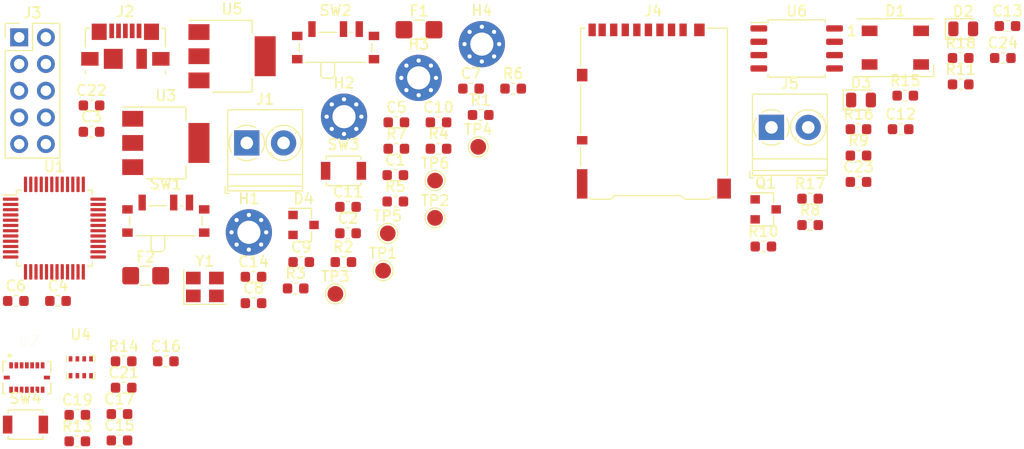
<source format=kicad_pcb>
(kicad_pcb (version 20171130) (host pcbnew "(5.1.7)-1")

  (general
    (thickness 1.6)
    (drawings 0)
    (tracks 0)
    (zones 0)
    (modules 72)
    (nets 77)
  )

  (page A4)
  (layers
    (0 F.Cu signal)
    (31 B.Cu signal)
    (32 B.Adhes user)
    (33 F.Adhes user)
    (34 B.Paste user)
    (35 F.Paste user)
    (36 B.SilkS user)
    (37 F.SilkS user)
    (38 B.Mask user)
    (39 F.Mask user)
    (40 Dwgs.User user)
    (41 Cmts.User user)
    (42 Eco1.User user)
    (43 Eco2.User user)
    (44 Edge.Cuts user)
    (45 Margin user)
    (46 B.CrtYd user)
    (47 F.CrtYd user)
    (48 B.Fab user hide)
    (49 F.Fab user hide)
  )

  (setup
    (last_trace_width 0.25)
    (trace_clearance 0.2)
    (zone_clearance 0.508)
    (zone_45_only no)
    (trace_min 0.2)
    (via_size 0.8)
    (via_drill 0.4)
    (via_min_size 0.4)
    (via_min_drill 0.3)
    (uvia_size 0.3)
    (uvia_drill 0.1)
    (uvias_allowed no)
    (uvia_min_size 0.2)
    (uvia_min_drill 0.1)
    (edge_width 0.05)
    (segment_width 0.2)
    (pcb_text_width 0.3)
    (pcb_text_size 1.5 1.5)
    (mod_edge_width 0.12)
    (mod_text_size 1 1)
    (mod_text_width 0.15)
    (pad_size 1.524 1.524)
    (pad_drill 0.762)
    (pad_to_mask_clearance 0)
    (aux_axis_origin 0 0)
    (visible_elements 7FFFFFFF)
    (pcbplotparams
      (layerselection 0x010fc_ffffffff)
      (usegerberextensions false)
      (usegerberattributes true)
      (usegerberadvancedattributes true)
      (creategerberjobfile true)
      (excludeedgelayer true)
      (linewidth 0.100000)
      (plotframeref false)
      (viasonmask false)
      (mode 1)
      (useauxorigin false)
      (hpglpennumber 1)
      (hpglpenspeed 20)
      (hpglpendiameter 15.000000)
      (psnegative false)
      (psa4output false)
      (plotreference true)
      (plotvalue true)
      (plotinvisibletext false)
      (padsonsilk false)
      (subtractmaskfromsilk false)
      (outputformat 1)
      (mirror false)
      (drillshape 1)
      (scaleselection 1)
      (outputdirectory ""))
  )

  (net 0 "")
  (net 1 +5V)
  (net 2 GND)
  (net 3 /NRST)
  (net 4 +3V3)
  (net 5 "Net-(C8-Pad2)")
  (net 6 /HSE_IN)
  (net 7 /HSE_OUT)
  (net 8 /BUTTON)
  (net 9 "Net-(D1-Pad2)")
  (net 10 /RGB)
  (net 11 "Net-(D2-Pad2)")
  (net 12 "Net-(D3-Pad2)")
  (net 13 +12V)
  (net 14 "Net-(J2-Pad3)")
  (net 15 "Net-(J2-Pad4)")
  (net 16 "Net-(J2-Pad2)")
  (net 17 "Net-(J3-Pad8)")
  (net 18 "Net-(J3-Pad7)")
  (net 19 "Net-(J3-Pad6)")
  (net 20 /SWCLK)
  (net 21 /SWDIO)
  (net 22 /MISO)
  (net 23 /SCK)
  (net 24 /MOSI)
  (net 25 "Net-(J4-Pad1)")
  (net 26 "Net-(J4-Pad8)")
  (net 27 "Net-(J5-Pad2)")
  (net 28 "Net-(Q1-Pad1)")
  (net 29 /BOOT0)
  (net 30 "Net-(R1-Pad1)")
  (net 31 /BOOT1)
  (net 32 /D+)
  (net 33 /VOLTAGE)
  (net 34 /D-)
  (net 35 /PYRO_1)
  (net 36 /LED)
  (net 37 /SDA)
  (net 38 /SCL)
  (net 39 "Net-(SW2-Pad3)")
  (net 40 "Net-(U1-Pad46)")
  (net 41 "Net-(U1-Pad45)")
  (net 42 "Net-(U1-Pad41)")
  (net 43 "Net-(U1-Pad40)")
  (net 44 "Net-(U1-Pad39)")
  (net 45 "Net-(U1-Pad38)")
  (net 46 "Net-(U1-Pad31)")
  (net 47 "Net-(U1-Pad25)")
  (net 48 /RX)
  (net 49 /TX)
  (net 50 "Net-(U1-Pad19)")
  (net 51 "Net-(U1-Pad18)")
  (net 52 "Net-(U1-Pad11)")
  (net 53 "Net-(U1-Pad10)")
  (net 54 "Net-(U1-Pad4)")
  (net 55 "Net-(U1-Pad3)")
  (net 56 "Net-(U1-Pad2)")
  (net 57 "Net-(U2-Pad13)")
  (net 58 "Net-(U2-Pad12)")
  (net 59 "Net-(U2-Pad1)")
  (net 60 "Net-(C14-Pad2)")
  (net 61 "Net-(C23-Pad2)")
  (net 62 "Net-(D4-Pad2)")
  (net 63 "Net-(D4-Pad1)")
  (net 64 /Output/CS_SD)
  (net 65 "Net-(Q1-Pad2)")
  (net 66 /Output/PYRO_CONT)
  (net 67 /CS_FLASH)
  (net 68 "Net-(U1-Pad26)")
  (net 69 /CS_SD)
  (net 70 "Net-(U2-Pad10)")
  (net 71 "Net-(U2-Pad15)")
  (net 72 "Net-(U2-Pad16)")
  (net 73 "Net-(U2-Pad5)")
  (net 74 "Net-(U6-Pad7)")
  (net 75 "Net-(U6-Pad3)")
  (net 76 /Output/CS_F)

  (net_class Default "This is the default net class."
    (clearance 0.2)
    (trace_width 0.25)
    (via_dia 0.8)
    (via_drill 0.4)
    (uvia_dia 0.3)
    (uvia_drill 0.1)
    (add_net +12V)
    (add_net +3V3)
    (add_net +5V)
    (add_net /BOOT0)
    (add_net /BOOT1)
    (add_net /BUTTON)
    (add_net /CS_FLASH)
    (add_net /CS_SD)
    (add_net /D+)
    (add_net /D-)
    (add_net /HSE_IN)
    (add_net /HSE_OUT)
    (add_net /LED)
    (add_net /MISO)
    (add_net /MOSI)
    (add_net /NRST)
    (add_net /Output/CS_F)
    (add_net /Output/CS_SD)
    (add_net /Output/PYRO_CONT)
    (add_net /PYRO_1)
    (add_net /RGB)
    (add_net /RX)
    (add_net /SCK)
    (add_net /SCL)
    (add_net /SDA)
    (add_net /SWCLK)
    (add_net /SWDIO)
    (add_net /TX)
    (add_net /VOLTAGE)
    (add_net GND)
    (add_net "Net-(C14-Pad2)")
    (add_net "Net-(C23-Pad2)")
    (add_net "Net-(C8-Pad2)")
    (add_net "Net-(D1-Pad2)")
    (add_net "Net-(D2-Pad2)")
    (add_net "Net-(D3-Pad2)")
    (add_net "Net-(D4-Pad1)")
    (add_net "Net-(D4-Pad2)")
    (add_net "Net-(J2-Pad2)")
    (add_net "Net-(J2-Pad3)")
    (add_net "Net-(J2-Pad4)")
    (add_net "Net-(J3-Pad6)")
    (add_net "Net-(J3-Pad7)")
    (add_net "Net-(J3-Pad8)")
    (add_net "Net-(J4-Pad1)")
    (add_net "Net-(J4-Pad8)")
    (add_net "Net-(J5-Pad2)")
    (add_net "Net-(Q1-Pad1)")
    (add_net "Net-(Q1-Pad2)")
    (add_net "Net-(R1-Pad1)")
    (add_net "Net-(SW2-Pad3)")
    (add_net "Net-(U1-Pad10)")
    (add_net "Net-(U1-Pad11)")
    (add_net "Net-(U1-Pad18)")
    (add_net "Net-(U1-Pad19)")
    (add_net "Net-(U1-Pad2)")
    (add_net "Net-(U1-Pad25)")
    (add_net "Net-(U1-Pad26)")
    (add_net "Net-(U1-Pad3)")
    (add_net "Net-(U1-Pad31)")
    (add_net "Net-(U1-Pad38)")
    (add_net "Net-(U1-Pad39)")
    (add_net "Net-(U1-Pad4)")
    (add_net "Net-(U1-Pad40)")
    (add_net "Net-(U1-Pad41)")
    (add_net "Net-(U1-Pad45)")
    (add_net "Net-(U1-Pad46)")
    (add_net "Net-(U2-Pad1)")
    (add_net "Net-(U2-Pad10)")
    (add_net "Net-(U2-Pad12)")
    (add_net "Net-(U2-Pad13)")
    (add_net "Net-(U2-Pad15)")
    (add_net "Net-(U2-Pad16)")
    (add_net "Net-(U2-Pad5)")
    (add_net "Net-(U6-Pad3)")
    (add_net "Net-(U6-Pad7)")
  )

  (module Crystal:Crystal_SMD_3225-4Pin_3.2x2.5mm (layer F.Cu) (tedit 5A0FD1B2) (tstamp 6049BC39)
    (at 110.404 86.4336)
    (descr "SMD Crystal SERIES SMD3225/4 http://www.txccrystal.com/images/pdf/7m-accuracy.pdf, 3.2x2.5mm^2 package")
    (tags "SMD SMT crystal")
    (path /6052B455)
    (attr smd)
    (fp_text reference Y1 (at 0 -2.45) (layer F.SilkS)
      (effects (font (size 1 1) (thickness 0.15)))
    )
    (fp_text value 16MHz (at 0 2.45) (layer F.Fab)
      (effects (font (size 1 1) (thickness 0.15)))
    )
    (fp_text user %R (at 0 0) (layer F.Fab)
      (effects (font (size 0.7 0.7) (thickness 0.105)))
    )
    (fp_line (start -1.6 -1.25) (end -1.6 1.25) (layer F.Fab) (width 0.1))
    (fp_line (start -1.6 1.25) (end 1.6 1.25) (layer F.Fab) (width 0.1))
    (fp_line (start 1.6 1.25) (end 1.6 -1.25) (layer F.Fab) (width 0.1))
    (fp_line (start 1.6 -1.25) (end -1.6 -1.25) (layer F.Fab) (width 0.1))
    (fp_line (start -1.6 0.25) (end -0.6 1.25) (layer F.Fab) (width 0.1))
    (fp_line (start -2 -1.65) (end -2 1.65) (layer F.SilkS) (width 0.12))
    (fp_line (start -2 1.65) (end 2 1.65) (layer F.SilkS) (width 0.12))
    (fp_line (start -2.1 -1.7) (end -2.1 1.7) (layer F.CrtYd) (width 0.05))
    (fp_line (start -2.1 1.7) (end 2.1 1.7) (layer F.CrtYd) (width 0.05))
    (fp_line (start 2.1 1.7) (end 2.1 -1.7) (layer F.CrtYd) (width 0.05))
    (fp_line (start 2.1 -1.7) (end -2.1 -1.7) (layer F.CrtYd) (width 0.05))
    (pad 4 smd rect (at -1.1 -0.85) (size 1.4 1.2) (layers F.Cu F.Paste F.Mask)
      (net 2 GND))
    (pad 3 smd rect (at 1.1 -0.85) (size 1.4 1.2) (layers F.Cu F.Paste F.Mask)
      (net 7 /HSE_OUT))
    (pad 2 smd rect (at 1.1 0.85) (size 1.4 1.2) (layers F.Cu F.Paste F.Mask)
      (net 2 GND))
    (pad 1 smd rect (at -1.1 0.85) (size 1.4 1.2) (layers F.Cu F.Paste F.Mask)
      (net 6 /HSE_IN))
    (model ${KISYS3DMOD}/Crystal.3dshapes/Crystal_SMD_3225-4Pin_3.2x2.5mm.wrl
      (at (xyz 0 0 0))
      (scale (xyz 1 1 1))
      (rotate (xyz 0 0 0))
    )
  )

  (module Package_SO:SOIC-8_5.23x5.23mm_P1.27mm (layer F.Cu) (tedit 5D9F72B1) (tstamp 6049BC25)
    (at 166.704 63.7436)
    (descr "SOIC, 8 Pin (http://www.winbond.com/resource-files/w25q32jv%20revg%2003272018%20plus.pdf#page=68), generated with kicad-footprint-generator ipc_gullwing_generator.py")
    (tags "SOIC SO")
    (path /604AFA5F/604A0554)
    (attr smd)
    (fp_text reference U6 (at 0 -3.56) (layer F.SilkS)
      (effects (font (size 1 1) (thickness 0.15)))
    )
    (fp_text value W25Q32JVSS (at 0 3.56) (layer F.Fab)
      (effects (font (size 1 1) (thickness 0.15)))
    )
    (fp_text user %R (at 0 0) (layer F.Fab)
      (effects (font (size 1 1) (thickness 0.15)))
    )
    (fp_line (start 0 2.725) (end 2.725 2.725) (layer F.SilkS) (width 0.12))
    (fp_line (start 2.725 2.725) (end 2.725 2.465) (layer F.SilkS) (width 0.12))
    (fp_line (start 0 2.725) (end -2.725 2.725) (layer F.SilkS) (width 0.12))
    (fp_line (start -2.725 2.725) (end -2.725 2.465) (layer F.SilkS) (width 0.12))
    (fp_line (start 0 -2.725) (end 2.725 -2.725) (layer F.SilkS) (width 0.12))
    (fp_line (start 2.725 -2.725) (end 2.725 -2.465) (layer F.SilkS) (width 0.12))
    (fp_line (start 0 -2.725) (end -2.725 -2.725) (layer F.SilkS) (width 0.12))
    (fp_line (start -2.725 -2.725) (end -2.725 -2.465) (layer F.SilkS) (width 0.12))
    (fp_line (start -2.725 -2.465) (end -4.4 -2.465) (layer F.SilkS) (width 0.12))
    (fp_line (start -1.615 -2.615) (end 2.615 -2.615) (layer F.Fab) (width 0.1))
    (fp_line (start 2.615 -2.615) (end 2.615 2.615) (layer F.Fab) (width 0.1))
    (fp_line (start 2.615 2.615) (end -2.615 2.615) (layer F.Fab) (width 0.1))
    (fp_line (start -2.615 2.615) (end -2.615 -1.615) (layer F.Fab) (width 0.1))
    (fp_line (start -2.615 -1.615) (end -1.615 -2.615) (layer F.Fab) (width 0.1))
    (fp_line (start -4.65 -2.86) (end -4.65 2.86) (layer F.CrtYd) (width 0.05))
    (fp_line (start -4.65 2.86) (end 4.65 2.86) (layer F.CrtYd) (width 0.05))
    (fp_line (start 4.65 2.86) (end 4.65 -2.86) (layer F.CrtYd) (width 0.05))
    (fp_line (start 4.65 -2.86) (end -4.65 -2.86) (layer F.CrtYd) (width 0.05))
    (pad 8 smd roundrect (at 3.6 -1.905) (size 1.6 0.6) (layers F.Cu F.Paste F.Mask) (roundrect_rratio 0.25)
      (net 4 +3V3))
    (pad 7 smd roundrect (at 3.6 -0.635) (size 1.6 0.6) (layers F.Cu F.Paste F.Mask) (roundrect_rratio 0.25)
      (net 74 "Net-(U6-Pad7)"))
    (pad 6 smd roundrect (at 3.6 0.635) (size 1.6 0.6) (layers F.Cu F.Paste F.Mask) (roundrect_rratio 0.25)
      (net 23 /SCK))
    (pad 5 smd roundrect (at 3.6 1.905) (size 1.6 0.6) (layers F.Cu F.Paste F.Mask) (roundrect_rratio 0.25)
      (net 24 /MOSI))
    (pad 4 smd roundrect (at -3.6 1.905) (size 1.6 0.6) (layers F.Cu F.Paste F.Mask) (roundrect_rratio 0.25)
      (net 2 GND))
    (pad 3 smd roundrect (at -3.6 0.635) (size 1.6 0.6) (layers F.Cu F.Paste F.Mask) (roundrect_rratio 0.25)
      (net 75 "Net-(U6-Pad3)"))
    (pad 2 smd roundrect (at -3.6 -0.635) (size 1.6 0.6) (layers F.Cu F.Paste F.Mask) (roundrect_rratio 0.25)
      (net 22 /MISO))
    (pad 1 smd roundrect (at -3.6 -1.905) (size 1.6 0.6) (layers F.Cu F.Paste F.Mask) (roundrect_rratio 0.25)
      (net 76 /Output/CS_F))
    (model ${KISYS3DMOD}/Package_SO.3dshapes/SOIC-8_5.23x5.23mm_P1.27mm.wrl
      (at (xyz 0 0 0))
      (scale (xyz 1 1 1))
      (rotate (xyz 0 0 0))
    )
  )

  (module Package_TO_SOT_SMD:SOT-223 (layer F.Cu) (tedit 5A02FF57) (tstamp 6049BC06)
    (at 112.994 64.4836)
    (descr "module CMS SOT223 4 pins")
    (tags "CMS SOT")
    (path /605E5E28)
    (attr smd)
    (fp_text reference U5 (at 0 -4.5) (layer F.SilkS)
      (effects (font (size 1 1) (thickness 0.15)))
    )
    (fp_text value LM1117-3.3 (at 0 4.5) (layer F.Fab)
      (effects (font (size 1 1) (thickness 0.15)))
    )
    (fp_text user %R (at 0 0 90) (layer F.Fab)
      (effects (font (size 0.8 0.8) (thickness 0.12)))
    )
    (fp_line (start -1.85 -2.3) (end -0.8 -3.35) (layer F.Fab) (width 0.1))
    (fp_line (start 1.91 3.41) (end 1.91 2.15) (layer F.SilkS) (width 0.12))
    (fp_line (start 1.91 -3.41) (end 1.91 -2.15) (layer F.SilkS) (width 0.12))
    (fp_line (start 4.4 -3.6) (end -4.4 -3.6) (layer F.CrtYd) (width 0.05))
    (fp_line (start 4.4 3.6) (end 4.4 -3.6) (layer F.CrtYd) (width 0.05))
    (fp_line (start -4.4 3.6) (end 4.4 3.6) (layer F.CrtYd) (width 0.05))
    (fp_line (start -4.4 -3.6) (end -4.4 3.6) (layer F.CrtYd) (width 0.05))
    (fp_line (start -1.85 -2.3) (end -1.85 3.35) (layer F.Fab) (width 0.1))
    (fp_line (start -1.85 3.41) (end 1.91 3.41) (layer F.SilkS) (width 0.12))
    (fp_line (start -0.8 -3.35) (end 1.85 -3.35) (layer F.Fab) (width 0.1))
    (fp_line (start -4.1 -3.41) (end 1.91 -3.41) (layer F.SilkS) (width 0.12))
    (fp_line (start -1.85 3.35) (end 1.85 3.35) (layer F.Fab) (width 0.1))
    (fp_line (start 1.85 -3.35) (end 1.85 3.35) (layer F.Fab) (width 0.1))
    (pad 1 smd rect (at -3.15 -2.3) (size 2 1.5) (layers F.Cu F.Paste F.Mask)
      (net 2 GND))
    (pad 3 smd rect (at -3.15 2.3) (size 2 1.5) (layers F.Cu F.Paste F.Mask)
      (net 60 "Net-(C14-Pad2)"))
    (pad 2 smd rect (at -3.15 0) (size 2 1.5) (layers F.Cu F.Paste F.Mask)
      (net 4 +3V3))
    (pad 4 smd rect (at 3.15 0) (size 2 3.8) (layers F.Cu F.Paste F.Mask))
    (model ${KISYS3DMOD}/Package_TO_SOT_SMD.3dshapes/SOT-223.wrl
      (at (xyz 0 0 0))
      (scale (xyz 1 1 1))
      (rotate (xyz 0 0 0))
    )
  )

  (module Package_LGA:Bosch_LGA-8_2x2.5mm_P0.65mm_ClockwisePinNumbering (layer F.Cu) (tedit 5A2F92D2) (tstamp 6049BBF0)
    (at 98.604 94.0736)
    (descr "LGA-8, https://ae-bst.resource.bosch.com/media/_tech/media/datasheets/BST-BMP280-DS001-18.pdf")
    (tags "lga land grid array")
    (path /604A6029/604821DF)
    (attr smd)
    (fp_text reference U4 (at 0 -3.1) (layer F.SilkS)
      (effects (font (size 1 1) (thickness 0.15)))
    )
    (fp_text value BMP280 (at 0 3.1) (layer F.Fab)
      (effects (font (size 1 1) (thickness 0.15)))
    )
    (fp_text user %R (at 0 0) (layer F.Fab)
      (effects (font (size 0.5 0.5) (thickness 0.075)))
    )
    (fp_line (start -1.35 1.1) (end -0.87 1.1) (layer F.SilkS) (width 0.1))
    (fp_line (start -1.55 -1.3) (end 1.55 -1.3) (layer F.CrtYd) (width 0.05))
    (fp_line (start 1.55 -1.3) (end 1.55 1.3) (layer F.CrtYd) (width 0.05))
    (fp_line (start 1.55 1.3) (end -1.55 1.3) (layer F.CrtYd) (width 0.05))
    (fp_line (start -1.55 1.3) (end -1.55 -1.3) (layer F.CrtYd) (width 0.05))
    (fp_line (start -1.25 1) (end 1.25 1) (layer F.Fab) (width 0.1))
    (fp_line (start 1.25 -1) (end 1.25 1) (layer F.Fab) (width 0.1))
    (fp_line (start 1.25 -1) (end -1 -1) (layer F.Fab) (width 0.1))
    (fp_line (start -1 -1) (end -1.25 -0.75) (layer F.Fab) (width 0.1))
    (fp_line (start -1.25 1) (end -1.25 -0.75) (layer F.Fab) (width 0.1))
    (fp_line (start 0.87 1.1) (end 1.35 1.1) (layer F.SilkS) (width 0.1))
    (fp_line (start 1.35 1.1) (end 1.35 0.46) (layer F.SilkS) (width 0.1))
    (fp_line (start -1.35 1.1) (end -1.35 0.46) (layer F.SilkS) (width 0.1))
    (fp_line (start 1.35 -0.46) (end 1.35 -1.1) (layer F.SilkS) (width 0.1))
    (fp_line (start 0.87 -1.1) (end 1.35 -1.1) (layer F.SilkS) (width 0.1))
    (fp_line (start -1.35 -0.46) (end -1.35 -1.1) (layer F.SilkS) (width 0.1))
    (pad 8 smd rect (at -0.975 0.8 90) (size 0.5 0.35) (layers F.Cu F.Paste F.Mask)
      (net 4 +3V3))
    (pad 2 smd rect (at -0.325 -0.8 90) (size 0.5 0.35) (layers F.Cu F.Paste F.Mask)
      (net 4 +3V3))
    (pad 3 smd rect (at 0.325 -0.8 90) (size 0.5 0.35) (layers F.Cu F.Paste F.Mask)
      (net 37 /SDA))
    (pad 4 smd rect (at 0.975 -0.8 90) (size 0.5 0.35) (layers F.Cu F.Paste F.Mask)
      (net 38 /SCL))
    (pad 7 smd rect (at -0.325 0.8 90) (size 0.5 0.35) (layers F.Cu F.Paste F.Mask)
      (net 2 GND))
    (pad 6 smd rect (at 0.325 0.8 90) (size 0.5 0.35) (layers F.Cu F.Paste F.Mask)
      (net 4 +3V3))
    (pad 5 smd rect (at 0.975 0.8 90) (size 0.5 0.35) (layers F.Cu F.Paste F.Mask)
      (net 2 GND))
    (pad 1 smd rect (at -0.975 -0.8 90) (size 0.5 0.35) (layers F.Cu F.Paste F.Mask)
      (net 2 GND))
    (model ${KISYS3DMOD}/Package_LGA.3dshapes/Bosch_LGA-8_2x2.5mm_P0.65mm_ClockwisePinNumbering.wrl
      (at (xyz 0 0 0))
      (scale (xyz 1 1 1))
      (rotate (xyz 0 0 0))
    )
  )

  (module Package_TO_SOT_SMD:SOT-223 (layer F.Cu) (tedit 5A02FF57) (tstamp 6049BBD3)
    (at 106.694 72.7336)
    (descr "module CMS SOT223 4 pins")
    (tags "CMS SOT")
    (path /60460A9B)
    (attr smd)
    (fp_text reference U3 (at 0 -4.5) (layer F.SilkS)
      (effects (font (size 1 1) (thickness 0.15)))
    )
    (fp_text value LM1117-3.3 (at 0 4.5) (layer F.Fab)
      (effects (font (size 1 1) (thickness 0.15)))
    )
    (fp_text user %R (at 0 0 90) (layer F.Fab)
      (effects (font (size 0.8 0.8) (thickness 0.12)))
    )
    (fp_line (start -1.85 -2.3) (end -0.8 -3.35) (layer F.Fab) (width 0.1))
    (fp_line (start 1.91 3.41) (end 1.91 2.15) (layer F.SilkS) (width 0.12))
    (fp_line (start 1.91 -3.41) (end 1.91 -2.15) (layer F.SilkS) (width 0.12))
    (fp_line (start 4.4 -3.6) (end -4.4 -3.6) (layer F.CrtYd) (width 0.05))
    (fp_line (start 4.4 3.6) (end 4.4 -3.6) (layer F.CrtYd) (width 0.05))
    (fp_line (start -4.4 3.6) (end 4.4 3.6) (layer F.CrtYd) (width 0.05))
    (fp_line (start -4.4 -3.6) (end -4.4 3.6) (layer F.CrtYd) (width 0.05))
    (fp_line (start -1.85 -2.3) (end -1.85 3.35) (layer F.Fab) (width 0.1))
    (fp_line (start -1.85 3.41) (end 1.91 3.41) (layer F.SilkS) (width 0.12))
    (fp_line (start -0.8 -3.35) (end 1.85 -3.35) (layer F.Fab) (width 0.1))
    (fp_line (start -4.1 -3.41) (end 1.91 -3.41) (layer F.SilkS) (width 0.12))
    (fp_line (start -1.85 3.35) (end 1.85 3.35) (layer F.Fab) (width 0.1))
    (fp_line (start 1.85 -3.35) (end 1.85 3.35) (layer F.Fab) (width 0.1))
    (pad 1 smd rect (at -3.15 -2.3) (size 2 1.5) (layers F.Cu F.Paste F.Mask)
      (net 2 GND))
    (pad 3 smd rect (at -3.15 2.3) (size 2 1.5) (layers F.Cu F.Paste F.Mask)
      (net 5 "Net-(C8-Pad2)"))
    (pad 2 smd rect (at -3.15 0) (size 2 1.5) (layers F.Cu F.Paste F.Mask)
      (net 4 +3V3))
    (pad 4 smd rect (at 3.15 0) (size 2 3.8) (layers F.Cu F.Paste F.Mask))
    (model ${KISYS3DMOD}/Package_TO_SOT_SMD.3dshapes/SOT-223.wrl
      (at (xyz 0 0 0))
      (scale (xyz 1 1 1))
      (rotate (xyz 0 0 0))
    )
  )

  (module BMI088:PQFN50P450X300X100-16N (layer F.Cu) (tedit 60494C6E) (tstamp 6049BBBD)
    (at 93.474 95.0486)
    (path /604A6029/60619D9F)
    (fp_text reference U2 (at 0.178 -3.502) (layer F.SilkS)
      (effects (font (size 1 1) (thickness 0.015)))
    )
    (fp_text value BMI088 (at 10.973 3.265) (layer F.Fab)
      (effects (font (size 1 1) (thickness 0.015)))
    )
    (fp_line (start 2.28 -1.53) (end 2.28 1.53) (layer F.Fab) (width 0.127))
    (fp_line (start 2.28 1.53) (end -2.28 1.53) (layer F.Fab) (width 0.127))
    (fp_line (start -2.28 1.53) (end -2.28 -1.53) (layer F.Fab) (width 0.127))
    (fp_line (start -2.28 -1.53) (end 2.28 -1.53) (layer F.Fab) (width 0.127))
    (fp_line (start 2.28 -0.5) (end 2.28 -1.53) (layer F.SilkS) (width 0.127))
    (fp_line (start 2.28 -1.53) (end 2 -1.53) (layer F.SilkS) (width 0.127))
    (fp_line (start 2.28 0.5) (end 2.28 1.53) (layer F.SilkS) (width 0.127))
    (fp_line (start 2.28 1.53) (end 2 1.53) (layer F.SilkS) (width 0.127))
    (fp_line (start -2 1.53) (end -2.28 1.53) (layer F.SilkS) (width 0.127))
    (fp_line (start -2.28 1.53) (end -2.28 0.5) (layer F.SilkS) (width 0.127))
    (fp_line (start -2.28 -0.5) (end -2.28 -1.53) (layer F.SilkS) (width 0.127))
    (fp_line (start -2.28 -1.53) (end -2 -1.53) (layer F.SilkS) (width 0.127))
    (fp_line (start 2.53 -1.78) (end 2.53 1.78) (layer F.CrtYd) (width 0.05))
    (fp_line (start 2.53 1.78) (end -2.53 1.78) (layer F.CrtYd) (width 0.05))
    (fp_line (start -2.53 1.78) (end -2.53 -1.78) (layer F.CrtYd) (width 0.05))
    (fp_line (start -2.53 -1.78) (end 2.53 -1.78) (layer F.CrtYd) (width 0.05))
    (fp_circle (center -1.629 -2.1) (end -1.529 -2.1) (layer F.SilkS) (width 0.2))
    (fp_circle (center -1.629 -2.1) (end -1.529 -2.1) (layer F.Fab) (width 0.2))
    (pad 8 smd rect (at 1.91 0) (size 0.58 0.35) (layers F.Cu F.Paste F.Mask)
      (net 38 /SCL))
    (pad 9 smd rect (at 1.5 1.16) (size 0.35 0.58) (layers F.Cu F.Paste F.Mask)
      (net 37 /SDA))
    (pad 10 smd rect (at 1 1.16) (size 0.35 0.58) (layers F.Cu F.Paste F.Mask)
      (net 70 "Net-(U2-Pad10)"))
    (pad 11 smd rect (at 0.5 1.16) (size 0.35 0.58) (layers F.Cu F.Paste F.Mask)
      (net 4 +3V3))
    (pad 12 smd rect (at 0 1.16) (size 0.35 0.58) (layers F.Cu F.Paste F.Mask)
      (net 58 "Net-(U2-Pad12)"))
    (pad 13 smd rect (at -0.5 1.16) (size 0.35 0.58) (layers F.Cu F.Paste F.Mask)
      (net 57 "Net-(U2-Pad13)"))
    (pad 14 smd rect (at -1 1.16) (size 0.35 0.58) (layers F.Cu F.Paste F.Mask)
      (net 4 +3V3))
    (pad 15 smd rect (at -1.5 1.16) (size 0.35 0.58) (layers F.Cu F.Paste F.Mask)
      (net 71 "Net-(U2-Pad15)"))
    (pad 16 smd rect (at -1.91 0) (size 0.58 0.35) (layers F.Cu F.Paste F.Mask)
      (net 72 "Net-(U2-Pad16)"))
    (pad 1 smd rect (at -1.5 -1.16) (size 0.35 0.58) (layers F.Cu F.Paste F.Mask)
      (net 59 "Net-(U2-Pad1)"))
    (pad 2 smd rect (at -1 -1.16) (size 0.35 0.58) (layers F.Cu F.Paste F.Mask))
    (pad 3 smd rect (at -0.5 -1.16) (size 0.35 0.58) (layers F.Cu F.Paste F.Mask)
      (net 4 +3V3))
    (pad 4 smd rect (at 0 -1.16) (size 0.35 0.58) (layers F.Cu F.Paste F.Mask)
      (net 2 GND))
    (pad 5 smd rect (at 0.5 -1.16) (size 0.35 0.58) (layers F.Cu F.Paste F.Mask)
      (net 73 "Net-(U2-Pad5)"))
    (pad 6 smd rect (at 1 -1.16) (size 0.35 0.58) (layers F.Cu F.Paste F.Mask)
      (net 2 GND))
    (pad 7 smd rect (at 1.5 -1.16) (size 0.35 0.58) (layers F.Cu F.Paste F.Mask)
      (net 4 +3V3))
    (model C:/Users/Djino/Desktop/BMI088/BMI088.step
      (at (xyz 0 0 0))
      (scale (xyz 1 1 1))
      (rotate (xyz -90 0 0))
    )
  )

  (module Package_QFP:LQFP-48_7x7mm_P0.5mm (layer F.Cu) (tedit 5D9F72AF) (tstamp 6049BB97)
    (at 96.094 80.8336)
    (descr "LQFP, 48 Pin (https://www.analog.com/media/en/technical-documentation/data-sheets/ltc2358-16.pdf), generated with kicad-footprint-generator ipc_gullwing_generator.py")
    (tags "LQFP QFP")
    (path /604710E8)
    (attr smd)
    (fp_text reference U1 (at 0 -5.85) (layer F.SilkS)
      (effects (font (size 1 1) (thickness 0.15)))
    )
    (fp_text value STM32F103C8Tx (at 0 5.85) (layer F.Fab)
      (effects (font (size 1 1) (thickness 0.15)))
    )
    (fp_text user %R (at 0 0) (layer F.Fab)
      (effects (font (size 1 1) (thickness 0.15)))
    )
    (fp_line (start 3.16 3.61) (end 3.61 3.61) (layer F.SilkS) (width 0.12))
    (fp_line (start 3.61 3.61) (end 3.61 3.16) (layer F.SilkS) (width 0.12))
    (fp_line (start -3.16 3.61) (end -3.61 3.61) (layer F.SilkS) (width 0.12))
    (fp_line (start -3.61 3.61) (end -3.61 3.16) (layer F.SilkS) (width 0.12))
    (fp_line (start 3.16 -3.61) (end 3.61 -3.61) (layer F.SilkS) (width 0.12))
    (fp_line (start 3.61 -3.61) (end 3.61 -3.16) (layer F.SilkS) (width 0.12))
    (fp_line (start -3.16 -3.61) (end -3.61 -3.61) (layer F.SilkS) (width 0.12))
    (fp_line (start -3.61 -3.61) (end -3.61 -3.16) (layer F.SilkS) (width 0.12))
    (fp_line (start -3.61 -3.16) (end -4.9 -3.16) (layer F.SilkS) (width 0.12))
    (fp_line (start -2.5 -3.5) (end 3.5 -3.5) (layer F.Fab) (width 0.1))
    (fp_line (start 3.5 -3.5) (end 3.5 3.5) (layer F.Fab) (width 0.1))
    (fp_line (start 3.5 3.5) (end -3.5 3.5) (layer F.Fab) (width 0.1))
    (fp_line (start -3.5 3.5) (end -3.5 -2.5) (layer F.Fab) (width 0.1))
    (fp_line (start -3.5 -2.5) (end -2.5 -3.5) (layer F.Fab) (width 0.1))
    (fp_line (start 0 -5.15) (end -3.15 -5.15) (layer F.CrtYd) (width 0.05))
    (fp_line (start -3.15 -5.15) (end -3.15 -3.75) (layer F.CrtYd) (width 0.05))
    (fp_line (start -3.15 -3.75) (end -3.75 -3.75) (layer F.CrtYd) (width 0.05))
    (fp_line (start -3.75 -3.75) (end -3.75 -3.15) (layer F.CrtYd) (width 0.05))
    (fp_line (start -3.75 -3.15) (end -5.15 -3.15) (layer F.CrtYd) (width 0.05))
    (fp_line (start -5.15 -3.15) (end -5.15 0) (layer F.CrtYd) (width 0.05))
    (fp_line (start 0 -5.15) (end 3.15 -5.15) (layer F.CrtYd) (width 0.05))
    (fp_line (start 3.15 -5.15) (end 3.15 -3.75) (layer F.CrtYd) (width 0.05))
    (fp_line (start 3.15 -3.75) (end 3.75 -3.75) (layer F.CrtYd) (width 0.05))
    (fp_line (start 3.75 -3.75) (end 3.75 -3.15) (layer F.CrtYd) (width 0.05))
    (fp_line (start 3.75 -3.15) (end 5.15 -3.15) (layer F.CrtYd) (width 0.05))
    (fp_line (start 5.15 -3.15) (end 5.15 0) (layer F.CrtYd) (width 0.05))
    (fp_line (start 0 5.15) (end -3.15 5.15) (layer F.CrtYd) (width 0.05))
    (fp_line (start -3.15 5.15) (end -3.15 3.75) (layer F.CrtYd) (width 0.05))
    (fp_line (start -3.15 3.75) (end -3.75 3.75) (layer F.CrtYd) (width 0.05))
    (fp_line (start -3.75 3.75) (end -3.75 3.15) (layer F.CrtYd) (width 0.05))
    (fp_line (start -3.75 3.15) (end -5.15 3.15) (layer F.CrtYd) (width 0.05))
    (fp_line (start -5.15 3.15) (end -5.15 0) (layer F.CrtYd) (width 0.05))
    (fp_line (start 0 5.15) (end 3.15 5.15) (layer F.CrtYd) (width 0.05))
    (fp_line (start 3.15 5.15) (end 3.15 3.75) (layer F.CrtYd) (width 0.05))
    (fp_line (start 3.15 3.75) (end 3.75 3.75) (layer F.CrtYd) (width 0.05))
    (fp_line (start 3.75 3.75) (end 3.75 3.15) (layer F.CrtYd) (width 0.05))
    (fp_line (start 3.75 3.15) (end 5.15 3.15) (layer F.CrtYd) (width 0.05))
    (fp_line (start 5.15 3.15) (end 5.15 0) (layer F.CrtYd) (width 0.05))
    (pad 48 smd roundrect (at -2.75 -4.1625) (size 0.3 1.475) (layers F.Cu F.Paste F.Mask) (roundrect_rratio 0.25)
      (net 4 +3V3))
    (pad 47 smd roundrect (at -2.25 -4.1625) (size 0.3 1.475) (layers F.Cu F.Paste F.Mask) (roundrect_rratio 0.25)
      (net 2 GND))
    (pad 46 smd roundrect (at -1.75 -4.1625) (size 0.3 1.475) (layers F.Cu F.Paste F.Mask) (roundrect_rratio 0.25)
      (net 40 "Net-(U1-Pad46)"))
    (pad 45 smd roundrect (at -1.25 -4.1625) (size 0.3 1.475) (layers F.Cu F.Paste F.Mask) (roundrect_rratio 0.25)
      (net 41 "Net-(U1-Pad45)"))
    (pad 44 smd roundrect (at -0.75 -4.1625) (size 0.3 1.475) (layers F.Cu F.Paste F.Mask) (roundrect_rratio 0.25)
      (net 29 /BOOT0))
    (pad 43 smd roundrect (at -0.25 -4.1625) (size 0.3 1.475) (layers F.Cu F.Paste F.Mask) (roundrect_rratio 0.25)
      (net 37 /SDA))
    (pad 42 smd roundrect (at 0.25 -4.1625) (size 0.3 1.475) (layers F.Cu F.Paste F.Mask) (roundrect_rratio 0.25)
      (net 38 /SCL))
    (pad 41 smd roundrect (at 0.75 -4.1625) (size 0.3 1.475) (layers F.Cu F.Paste F.Mask) (roundrect_rratio 0.25)
      (net 42 "Net-(U1-Pad41)"))
    (pad 40 smd roundrect (at 1.25 -4.1625) (size 0.3 1.475) (layers F.Cu F.Paste F.Mask) (roundrect_rratio 0.25)
      (net 43 "Net-(U1-Pad40)"))
    (pad 39 smd roundrect (at 1.75 -4.1625) (size 0.3 1.475) (layers F.Cu F.Paste F.Mask) (roundrect_rratio 0.25)
      (net 44 "Net-(U1-Pad39)"))
    (pad 38 smd roundrect (at 2.25 -4.1625) (size 0.3 1.475) (layers F.Cu F.Paste F.Mask) (roundrect_rratio 0.25)
      (net 45 "Net-(U1-Pad38)"))
    (pad 37 smd roundrect (at 2.75 -4.1625) (size 0.3 1.475) (layers F.Cu F.Paste F.Mask) (roundrect_rratio 0.25)
      (net 20 /SWCLK))
    (pad 36 smd roundrect (at 4.1625 -2.75) (size 1.475 0.3) (layers F.Cu F.Paste F.Mask) (roundrect_rratio 0.25)
      (net 4 +3V3))
    (pad 35 smd roundrect (at 4.1625 -2.25) (size 1.475 0.3) (layers F.Cu F.Paste F.Mask) (roundrect_rratio 0.25)
      (net 2 GND))
    (pad 34 smd roundrect (at 4.1625 -1.75) (size 1.475 0.3) (layers F.Cu F.Paste F.Mask) (roundrect_rratio 0.25)
      (net 21 /SWDIO))
    (pad 33 smd roundrect (at 4.1625 -1.25) (size 1.475 0.3) (layers F.Cu F.Paste F.Mask) (roundrect_rratio 0.25)
      (net 34 /D-))
    (pad 32 smd roundrect (at 4.1625 -0.75) (size 1.475 0.3) (layers F.Cu F.Paste F.Mask) (roundrect_rratio 0.25)
      (net 32 /D+))
    (pad 31 smd roundrect (at 4.1625 -0.25) (size 1.475 0.3) (layers F.Cu F.Paste F.Mask) (roundrect_rratio 0.25)
      (net 46 "Net-(U1-Pad31)"))
    (pad 30 smd roundrect (at 4.1625 0.25) (size 1.475 0.3) (layers F.Cu F.Paste F.Mask) (roundrect_rratio 0.25)
      (net 67 /CS_FLASH))
    (pad 29 smd roundrect (at 4.1625 0.75) (size 1.475 0.3) (layers F.Cu F.Paste F.Mask) (roundrect_rratio 0.25)
      (net 33 /VOLTAGE))
    (pad 28 smd roundrect (at 4.1625 1.25) (size 1.475 0.3) (layers F.Cu F.Paste F.Mask) (roundrect_rratio 0.25)
      (net 35 /PYRO_1))
    (pad 27 smd roundrect (at 4.1625 1.75) (size 1.475 0.3) (layers F.Cu F.Paste F.Mask) (roundrect_rratio 0.25)
      (net 10 /RGB))
    (pad 26 smd roundrect (at 4.1625 2.25) (size 1.475 0.3) (layers F.Cu F.Paste F.Mask) (roundrect_rratio 0.25)
      (net 68 "Net-(U1-Pad26)"))
    (pad 25 smd roundrect (at 4.1625 2.75) (size 1.475 0.3) (layers F.Cu F.Paste F.Mask) (roundrect_rratio 0.25)
      (net 47 "Net-(U1-Pad25)"))
    (pad 24 smd roundrect (at 2.75 4.1625) (size 0.3 1.475) (layers F.Cu F.Paste F.Mask) (roundrect_rratio 0.25)
      (net 4 +3V3))
    (pad 23 smd roundrect (at 2.25 4.1625) (size 0.3 1.475) (layers F.Cu F.Paste F.Mask) (roundrect_rratio 0.25)
      (net 2 GND))
    (pad 22 smd roundrect (at 1.75 4.1625) (size 0.3 1.475) (layers F.Cu F.Paste F.Mask) (roundrect_rratio 0.25)
      (net 48 /RX))
    (pad 21 smd roundrect (at 1.25 4.1625) (size 0.3 1.475) (layers F.Cu F.Paste F.Mask) (roundrect_rratio 0.25)
      (net 49 /TX))
    (pad 20 smd roundrect (at 0.75 4.1625) (size 0.3 1.475) (layers F.Cu F.Paste F.Mask) (roundrect_rratio 0.25)
      (net 31 /BOOT1))
    (pad 19 smd roundrect (at 0.25 4.1625) (size 0.3 1.475) (layers F.Cu F.Paste F.Mask) (roundrect_rratio 0.25)
      (net 50 "Net-(U1-Pad19)"))
    (pad 18 smd roundrect (at -0.25 4.1625) (size 0.3 1.475) (layers F.Cu F.Paste F.Mask) (roundrect_rratio 0.25)
      (net 51 "Net-(U1-Pad18)"))
    (pad 17 smd roundrect (at -0.75 4.1625) (size 0.3 1.475) (layers F.Cu F.Paste F.Mask) (roundrect_rratio 0.25)
      (net 24 /MOSI))
    (pad 16 smd roundrect (at -1.25 4.1625) (size 0.3 1.475) (layers F.Cu F.Paste F.Mask) (roundrect_rratio 0.25)
      (net 22 /MISO))
    (pad 15 smd roundrect (at -1.75 4.1625) (size 0.3 1.475) (layers F.Cu F.Paste F.Mask) (roundrect_rratio 0.25)
      (net 23 /SCK))
    (pad 14 smd roundrect (at -2.25 4.1625) (size 0.3 1.475) (layers F.Cu F.Paste F.Mask) (roundrect_rratio 0.25)
      (net 69 /CS_SD))
    (pad 13 smd roundrect (at -2.75 4.1625) (size 0.3 1.475) (layers F.Cu F.Paste F.Mask) (roundrect_rratio 0.25)
      (net 8 /BUTTON))
    (pad 12 smd roundrect (at -4.1625 2.75) (size 1.475 0.3) (layers F.Cu F.Paste F.Mask) (roundrect_rratio 0.25)
      (net 36 /LED))
    (pad 11 smd roundrect (at -4.1625 2.25) (size 1.475 0.3) (layers F.Cu F.Paste F.Mask) (roundrect_rratio 0.25)
      (net 52 "Net-(U1-Pad11)"))
    (pad 10 smd roundrect (at -4.1625 1.75) (size 1.475 0.3) (layers F.Cu F.Paste F.Mask) (roundrect_rratio 0.25)
      (net 53 "Net-(U1-Pad10)"))
    (pad 9 smd roundrect (at -4.1625 1.25) (size 1.475 0.3) (layers F.Cu F.Paste F.Mask) (roundrect_rratio 0.25)
      (net 4 +3V3))
    (pad 8 smd roundrect (at -4.1625 0.75) (size 1.475 0.3) (layers F.Cu F.Paste F.Mask) (roundrect_rratio 0.25)
      (net 2 GND))
    (pad 7 smd roundrect (at -4.1625 0.25) (size 1.475 0.3) (layers F.Cu F.Paste F.Mask) (roundrect_rratio 0.25)
      (net 3 /NRST))
    (pad 6 smd roundrect (at -4.1625 -0.25) (size 1.475 0.3) (layers F.Cu F.Paste F.Mask) (roundrect_rratio 0.25)
      (net 7 /HSE_OUT))
    (pad 5 smd roundrect (at -4.1625 -0.75) (size 1.475 0.3) (layers F.Cu F.Paste F.Mask) (roundrect_rratio 0.25)
      (net 6 /HSE_IN))
    (pad 4 smd roundrect (at -4.1625 -1.25) (size 1.475 0.3) (layers F.Cu F.Paste F.Mask) (roundrect_rratio 0.25)
      (net 54 "Net-(U1-Pad4)"))
    (pad 3 smd roundrect (at -4.1625 -1.75) (size 1.475 0.3) (layers F.Cu F.Paste F.Mask) (roundrect_rratio 0.25)
      (net 55 "Net-(U1-Pad3)"))
    (pad 2 smd roundrect (at -4.1625 -2.25) (size 1.475 0.3) (layers F.Cu F.Paste F.Mask) (roundrect_rratio 0.25)
      (net 56 "Net-(U1-Pad2)"))
    (pad 1 smd roundrect (at -4.1625 -2.75) (size 1.475 0.3) (layers F.Cu F.Paste F.Mask) (roundrect_rratio 0.25)
      (net 4 +3V3))
    (model ${KISYS3DMOD}/Package_QFP.3dshapes/LQFP-48_7x7mm_P0.5mm.wrl
      (at (xyz 0 0 0))
      (scale (xyz 1 1 1))
      (rotate (xyz 0 0 0))
    )
  )

  (module TestPoint:TestPoint_Pad_D1.5mm (layer F.Cu) (tedit 5A0F774F) (tstamp 6049BB3C)
    (at 132.304 76.3136)
    (descr "SMD pad as test Point, diameter 1.5mm")
    (tags "test point SMD pad")
    (path /604BA6D7)
    (attr virtual)
    (fp_text reference TP6 (at 0 -1.648) (layer F.SilkS)
      (effects (font (size 1 1) (thickness 0.15)))
    )
    (fp_text value TestPoint (at 0 1.75) (layer F.Fab)
      (effects (font (size 1 1) (thickness 0.15)))
    )
    (fp_text user %R (at 0 -1.65) (layer F.Fab)
      (effects (font (size 1 1) (thickness 0.15)))
    )
    (fp_circle (center 0 0) (end 1.25 0) (layer F.CrtYd) (width 0.05))
    (fp_circle (center 0 0) (end 0 0.95) (layer F.SilkS) (width 0.12))
    (pad 1 smd circle (at 0 0) (size 1.5 1.5) (layers F.Cu F.Mask)
      (net 2 GND))
  )

  (module TestPoint:TestPoint_Pad_D1.5mm (layer F.Cu) (tedit 5A0F774F) (tstamp 6049BB34)
    (at 127.804 81.3336)
    (descr "SMD pad as test Point, diameter 1.5mm")
    (tags "test point SMD pad")
    (path /604B7FDA)
    (attr virtual)
    (fp_text reference TP5 (at 0 -1.648) (layer F.SilkS)
      (effects (font (size 1 1) (thickness 0.15)))
    )
    (fp_text value TestPoint (at 0 1.75) (layer F.Fab)
      (effects (font (size 1 1) (thickness 0.15)))
    )
    (fp_text user %R (at 0 -1.65) (layer F.Fab)
      (effects (font (size 1 1) (thickness 0.15)))
    )
    (fp_circle (center 0 0) (end 1.25 0) (layer F.CrtYd) (width 0.05))
    (fp_circle (center 0 0) (end 0 0.95) (layer F.SilkS) (width 0.12))
    (pad 1 smd circle (at 0 0) (size 1.5 1.5) (layers F.Cu F.Mask)
      (net 29 /BOOT0))
  )

  (module TestPoint:TestPoint_Pad_D1.5mm (layer F.Cu) (tedit 5A0F774F) (tstamp 6049BB2C)
    (at 136.414 73.1036)
    (descr "SMD pad as test Point, diameter 1.5mm")
    (tags "test point SMD pad")
    (path /604B7FC8)
    (attr virtual)
    (fp_text reference TP4 (at 0 -1.648) (layer F.SilkS)
      (effects (font (size 1 1) (thickness 0.15)))
    )
    (fp_text value TestPoint (at 0 1.75) (layer F.Fab)
      (effects (font (size 1 1) (thickness 0.15)))
    )
    (fp_text user %R (at 0 -1.65) (layer F.Fab)
      (effects (font (size 1 1) (thickness 0.15)))
    )
    (fp_circle (center 0 0) (end 1.25 0) (layer F.CrtYd) (width 0.05))
    (fp_circle (center 0 0) (end 0 0.95) (layer F.SilkS) (width 0.12))
    (pad 1 smd circle (at 0 0) (size 1.5 1.5) (layers F.Cu F.Mask)
      (net 1 +5V))
  )

  (module TestPoint:TestPoint_Pad_D1.5mm (layer F.Cu) (tedit 5A0F774F) (tstamp 6049BB24)
    (at 122.824 87.0936)
    (descr "SMD pad as test Point, diameter 1.5mm")
    (tags "test point SMD pad")
    (path /604B7FBC)
    (attr virtual)
    (fp_text reference TP3 (at 0 -1.648) (layer F.SilkS)
      (effects (font (size 1 1) (thickness 0.15)))
    )
    (fp_text value TestPoint (at 0 1.75) (layer F.Fab)
      (effects (font (size 1 1) (thickness 0.15)))
    )
    (fp_text user %R (at 0 -1.65) (layer F.Fab)
      (effects (font (size 1 1) (thickness 0.15)))
    )
    (fp_circle (center 0 0) (end 1.25 0) (layer F.CrtYd) (width 0.05))
    (fp_circle (center 0 0) (end 0 0.95) (layer F.SilkS) (width 0.12))
    (pad 1 smd circle (at 0 0) (size 1.5 1.5) (layers F.Cu F.Mask)
      (net 4 +3V3))
  )

  (module TestPoint:TestPoint_Pad_D1.5mm (layer F.Cu) (tedit 5A0F774F) (tstamp 6049BB1C)
    (at 132.304 79.8636)
    (descr "SMD pad as test Point, diameter 1.5mm")
    (tags "test point SMD pad")
    (path /604BA055)
    (attr virtual)
    (fp_text reference TP2 (at 0 -1.648) (layer F.SilkS)
      (effects (font (size 1 1) (thickness 0.15)))
    )
    (fp_text value TestPoint (at 0 1.75) (layer F.Fab)
      (effects (font (size 1 1) (thickness 0.15)))
    )
    (fp_text user %R (at 0 -1.65) (layer F.Fab)
      (effects (font (size 1 1) (thickness 0.15)))
    )
    (fp_circle (center 0 0) (end 1.25 0) (layer F.CrtYd) (width 0.05))
    (fp_circle (center 0 0) (end 0 0.95) (layer F.SilkS) (width 0.12))
    (pad 1 smd circle (at 0 0) (size 1.5 1.5) (layers F.Cu F.Mask)
      (net 31 /BOOT1))
  )

  (module TestPoint:TestPoint_Pad_D1.5mm (layer F.Cu) (tedit 5A0F774F) (tstamp 6049BB14)
    (at 127.364 84.8836)
    (descr "SMD pad as test Point, diameter 1.5mm")
    (tags "test point SMD pad")
    (path /604B7FD4)
    (attr virtual)
    (fp_text reference TP1 (at 0 -1.648) (layer F.SilkS)
      (effects (font (size 1 1) (thickness 0.15)))
    )
    (fp_text value TestPoint (at 0 1.75) (layer F.Fab)
      (effects (font (size 1 1) (thickness 0.15)))
    )
    (fp_text user %R (at 0 -1.65) (layer F.Fab)
      (effects (font (size 1 1) (thickness 0.15)))
    )
    (fp_circle (center 0 0) (end 1.25 0) (layer F.CrtYd) (width 0.05))
    (fp_circle (center 0 0) (end 0 0.95) (layer F.SilkS) (width 0.12))
    (pad 1 smd circle (at 0 0) (size 1.5 1.5) (layers F.Cu F.Mask)
      (net 3 /NRST))
  )

  (module Button_Switch_SMD:SW_SPST_B3U-1000P (layer F.Cu) (tedit 5A02FC95) (tstamp 6049BB0C)
    (at 93.344 99.5236)
    (descr "Ultra-small-sized Tactile Switch with High Contact Reliability, Top-actuated Model, without Ground Terminal, without Boss")
    (tags "Tactile Switch")
    (path /604A6029/604AB783)
    (attr smd)
    (fp_text reference SW4 (at 0 -2.5) (layer F.SilkS)
      (effects (font (size 1 1) (thickness 0.15)))
    )
    (fp_text value SW_Push (at 0 2.5) (layer F.Fab)
      (effects (font (size 1 1) (thickness 0.15)))
    )
    (fp_text user %R (at 0 -2.5) (layer F.Fab)
      (effects (font (size 1 1) (thickness 0.15)))
    )
    (fp_line (start -2.4 1.65) (end 2.4 1.65) (layer F.CrtYd) (width 0.05))
    (fp_line (start 2.4 1.65) (end 2.4 -1.65) (layer F.CrtYd) (width 0.05))
    (fp_line (start 2.4 -1.65) (end -2.4 -1.65) (layer F.CrtYd) (width 0.05))
    (fp_line (start -2.4 -1.65) (end -2.4 1.65) (layer F.CrtYd) (width 0.05))
    (fp_line (start -1.65 1.1) (end -1.65 1.4) (layer F.SilkS) (width 0.12))
    (fp_line (start -1.65 1.4) (end 1.65 1.4) (layer F.SilkS) (width 0.12))
    (fp_line (start 1.65 1.4) (end 1.65 1.1) (layer F.SilkS) (width 0.12))
    (fp_line (start -1.65 -1.1) (end -1.65 -1.4) (layer F.SilkS) (width 0.12))
    (fp_line (start -1.65 -1.4) (end 1.65 -1.4) (layer F.SilkS) (width 0.12))
    (fp_line (start 1.65 -1.4) (end 1.65 -1.1) (layer F.SilkS) (width 0.12))
    (fp_line (start -1.5 -1.25) (end 1.5 -1.25) (layer F.Fab) (width 0.1))
    (fp_line (start 1.5 -1.25) (end 1.5 1.25) (layer F.Fab) (width 0.1))
    (fp_line (start 1.5 1.25) (end -1.5 1.25) (layer F.Fab) (width 0.1))
    (fp_line (start -1.5 1.25) (end -1.5 -1.25) (layer F.Fab) (width 0.1))
    (fp_circle (center 0 0) (end 0.75 0) (layer F.Fab) (width 0.1))
    (pad 2 smd rect (at 1.7 0) (size 0.9 1.7) (layers F.Cu F.Paste F.Mask)
      (net 2 GND))
    (pad 1 smd rect (at -1.7 0) (size 0.9 1.7) (layers F.Cu F.Paste F.Mask)
      (net 8 /BUTTON))
    (model ${KISYS3DMOD}/Button_Switch_SMD.3dshapes/SW_SPST_B3U-1000P.wrl
      (at (xyz 0 0 0))
      (scale (xyz 1 1 1))
      (rotate (xyz 0 0 0))
    )
  )

  (module Button_Switch_SMD:SW_SPST_B3U-1000P (layer F.Cu) (tedit 5A02FC95) (tstamp 6049BAF6)
    (at 123.594 75.3836)
    (descr "Ultra-small-sized Tactile Switch with High Contact Reliability, Top-actuated Model, without Ground Terminal, without Boss")
    (tags "Tactile Switch")
    (path /60513AA7)
    (attr smd)
    (fp_text reference SW3 (at 0 -2.5) (layer F.SilkS)
      (effects (font (size 1 1) (thickness 0.15)))
    )
    (fp_text value SW_Push (at 0 2.5) (layer F.Fab)
      (effects (font (size 1 1) (thickness 0.15)))
    )
    (fp_text user %R (at 0 -2.5) (layer F.Fab)
      (effects (font (size 1 1) (thickness 0.15)))
    )
    (fp_line (start -2.4 1.65) (end 2.4 1.65) (layer F.CrtYd) (width 0.05))
    (fp_line (start 2.4 1.65) (end 2.4 -1.65) (layer F.CrtYd) (width 0.05))
    (fp_line (start 2.4 -1.65) (end -2.4 -1.65) (layer F.CrtYd) (width 0.05))
    (fp_line (start -2.4 -1.65) (end -2.4 1.65) (layer F.CrtYd) (width 0.05))
    (fp_line (start -1.65 1.1) (end -1.65 1.4) (layer F.SilkS) (width 0.12))
    (fp_line (start -1.65 1.4) (end 1.65 1.4) (layer F.SilkS) (width 0.12))
    (fp_line (start 1.65 1.4) (end 1.65 1.1) (layer F.SilkS) (width 0.12))
    (fp_line (start -1.65 -1.1) (end -1.65 -1.4) (layer F.SilkS) (width 0.12))
    (fp_line (start -1.65 -1.4) (end 1.65 -1.4) (layer F.SilkS) (width 0.12))
    (fp_line (start 1.65 -1.4) (end 1.65 -1.1) (layer F.SilkS) (width 0.12))
    (fp_line (start -1.5 -1.25) (end 1.5 -1.25) (layer F.Fab) (width 0.1))
    (fp_line (start 1.5 -1.25) (end 1.5 1.25) (layer F.Fab) (width 0.1))
    (fp_line (start 1.5 1.25) (end -1.5 1.25) (layer F.Fab) (width 0.1))
    (fp_line (start -1.5 1.25) (end -1.5 -1.25) (layer F.Fab) (width 0.1))
    (fp_circle (center 0 0) (end 0.75 0) (layer F.Fab) (width 0.1))
    (pad 2 smd rect (at 1.7 0) (size 0.9 1.7) (layers F.Cu F.Paste F.Mask)
      (net 2 GND))
    (pad 1 smd rect (at -1.7 0) (size 0.9 1.7) (layers F.Cu F.Paste F.Mask)
      (net 3 /NRST))
    (model ${KISYS3DMOD}/Button_Switch_SMD.3dshapes/SW_SPST_B3U-1000P.wrl
      (at (xyz 0 0 0))
      (scale (xyz 1 1 1))
      (rotate (xyz 0 0 0))
    )
  )

  (module Button_Switch_SMD:SW_SPDT_PCM12 (layer F.Cu) (tedit 5A02FC95) (tstamp 6049BAE0)
    (at 122.844 63.3336)
    (descr "Ultraminiature Surface Mount Slide Switch, right-angle, https://www.ckswitches.com/media/1424/pcm.pdf")
    (path /60455D7B)
    (attr smd)
    (fp_text reference SW2 (at 0 -3.2) (layer F.SilkS)
      (effects (font (size 1 1) (thickness 0.15)))
    )
    (fp_text value SW_SPDT (at 0 4.25) (layer F.Fab)
      (effects (font (size 1 1) (thickness 0.15)))
    )
    (fp_text user %R (at 0 -3.2) (layer F.Fab)
      (effects (font (size 1 1) (thickness 0.15)))
    )
    (fp_line (start -1.4 1.65) (end -1.4 2.95) (layer F.Fab) (width 0.1))
    (fp_line (start -1.4 2.95) (end -1.2 3.15) (layer F.Fab) (width 0.1))
    (fp_line (start -1.2 3.15) (end -0.35 3.15) (layer F.Fab) (width 0.1))
    (fp_line (start -0.35 3.15) (end -0.15 2.95) (layer F.Fab) (width 0.1))
    (fp_line (start -0.15 2.95) (end -0.1 2.9) (layer F.Fab) (width 0.1))
    (fp_line (start -0.1 2.9) (end -0.1 1.6) (layer F.Fab) (width 0.1))
    (fp_line (start -3.35 -1) (end -3.35 1.6) (layer F.Fab) (width 0.1))
    (fp_line (start -3.35 1.6) (end 3.35 1.6) (layer F.Fab) (width 0.1))
    (fp_line (start 3.35 1.6) (end 3.35 -1) (layer F.Fab) (width 0.1))
    (fp_line (start 3.35 -1) (end -3.35 -1) (layer F.Fab) (width 0.1))
    (fp_line (start 1.4 -1.12) (end 1.6 -1.12) (layer F.SilkS) (width 0.12))
    (fp_line (start -4.4 -2.45) (end 4.4 -2.45) (layer F.CrtYd) (width 0.05))
    (fp_line (start 4.4 -2.45) (end 4.4 2.1) (layer F.CrtYd) (width 0.05))
    (fp_line (start 4.4 2.1) (end 1.65 2.1) (layer F.CrtYd) (width 0.05))
    (fp_line (start 1.65 2.1) (end 1.65 3.4) (layer F.CrtYd) (width 0.05))
    (fp_line (start 1.65 3.4) (end -1.65 3.4) (layer F.CrtYd) (width 0.05))
    (fp_line (start -1.65 3.4) (end -1.65 2.1) (layer F.CrtYd) (width 0.05))
    (fp_line (start -1.65 2.1) (end -4.4 2.1) (layer F.CrtYd) (width 0.05))
    (fp_line (start -4.4 2.1) (end -4.4 -2.45) (layer F.CrtYd) (width 0.05))
    (fp_line (start -1.4 3.02) (end -1.2 3.23) (layer F.SilkS) (width 0.12))
    (fp_line (start -0.1 3.02) (end -0.3 3.23) (layer F.SilkS) (width 0.12))
    (fp_line (start -1.4 1.73) (end -1.4 3.02) (layer F.SilkS) (width 0.12))
    (fp_line (start -1.2 3.23) (end -0.3 3.23) (layer F.SilkS) (width 0.12))
    (fp_line (start -0.1 3.02) (end -0.1 1.73) (layer F.SilkS) (width 0.12))
    (fp_line (start -2.85 1.73) (end 2.85 1.73) (layer F.SilkS) (width 0.12))
    (fp_line (start -1.6 -1.12) (end 0.1 -1.12) (layer F.SilkS) (width 0.12))
    (fp_line (start -3.45 -0.07) (end -3.45 0.72) (layer F.SilkS) (width 0.12))
    (fp_line (start 3.45 0.72) (end 3.45 -0.07) (layer F.SilkS) (width 0.12))
    (pad "" smd rect (at -3.65 -0.78) (size 1 0.8) (layers F.Cu F.Paste F.Mask))
    (pad "" smd rect (at 3.65 -0.78) (size 1 0.8) (layers F.Cu F.Paste F.Mask))
    (pad "" smd rect (at 3.65 1.43) (size 1 0.8) (layers F.Cu F.Paste F.Mask))
    (pad "" smd rect (at -3.65 1.43) (size 1 0.8) (layers F.Cu F.Paste F.Mask))
    (pad 3 smd rect (at 2.25 -1.43) (size 0.7 1.5) (layers F.Cu F.Paste F.Mask)
      (net 39 "Net-(SW2-Pad3)"))
    (pad 2 smd rect (at 0.75 -1.43) (size 0.7 1.5) (layers F.Cu F.Paste F.Mask)
      (net 63 "Net-(D4-Pad1)"))
    (pad 1 smd rect (at -2.25 -1.43) (size 0.7 1.5) (layers F.Cu F.Paste F.Mask)
      (net 13 +12V))
    (pad "" np_thru_hole circle (at 1.5 0.33) (size 0.9 0.9) (drill 0.9) (layers *.Cu *.Mask))
    (pad "" np_thru_hole circle (at -1.5 0.33) (size 0.9 0.9) (drill 0.9) (layers *.Cu *.Mask))
    (model ${KISYS3DMOD}/Button_Switch_SMD.3dshapes/SW_SPDT_PCM12.wrl
      (at (xyz 0 0 0))
      (scale (xyz 1 1 1))
      (rotate (xyz 0 0 0))
    )
  )

  (module Button_Switch_SMD:SW_SPDT_PCM12 (layer F.Cu) (tedit 5A02FC95) (tstamp 6049BAB6)
    (at 106.694 79.8336)
    (descr "Ultraminiature Surface Mount Slide Switch, right-angle, https://www.ckswitches.com/media/1424/pcm.pdf")
    (path /60500760)
    (attr smd)
    (fp_text reference SW1 (at 0 -3.2) (layer F.SilkS)
      (effects (font (size 1 1) (thickness 0.15)))
    )
    (fp_text value SW_SPDT (at 0 4.25) (layer F.Fab)
      (effects (font (size 1 1) (thickness 0.15)))
    )
    (fp_text user %R (at 0 -3.2) (layer F.Fab)
      (effects (font (size 1 1) (thickness 0.15)))
    )
    (fp_line (start -1.4 1.65) (end -1.4 2.95) (layer F.Fab) (width 0.1))
    (fp_line (start -1.4 2.95) (end -1.2 3.15) (layer F.Fab) (width 0.1))
    (fp_line (start -1.2 3.15) (end -0.35 3.15) (layer F.Fab) (width 0.1))
    (fp_line (start -0.35 3.15) (end -0.15 2.95) (layer F.Fab) (width 0.1))
    (fp_line (start -0.15 2.95) (end -0.1 2.9) (layer F.Fab) (width 0.1))
    (fp_line (start -0.1 2.9) (end -0.1 1.6) (layer F.Fab) (width 0.1))
    (fp_line (start -3.35 -1) (end -3.35 1.6) (layer F.Fab) (width 0.1))
    (fp_line (start -3.35 1.6) (end 3.35 1.6) (layer F.Fab) (width 0.1))
    (fp_line (start 3.35 1.6) (end 3.35 -1) (layer F.Fab) (width 0.1))
    (fp_line (start 3.35 -1) (end -3.35 -1) (layer F.Fab) (width 0.1))
    (fp_line (start 1.4 -1.12) (end 1.6 -1.12) (layer F.SilkS) (width 0.12))
    (fp_line (start -4.4 -2.45) (end 4.4 -2.45) (layer F.CrtYd) (width 0.05))
    (fp_line (start 4.4 -2.45) (end 4.4 2.1) (layer F.CrtYd) (width 0.05))
    (fp_line (start 4.4 2.1) (end 1.65 2.1) (layer F.CrtYd) (width 0.05))
    (fp_line (start 1.65 2.1) (end 1.65 3.4) (layer F.CrtYd) (width 0.05))
    (fp_line (start 1.65 3.4) (end -1.65 3.4) (layer F.CrtYd) (width 0.05))
    (fp_line (start -1.65 3.4) (end -1.65 2.1) (layer F.CrtYd) (width 0.05))
    (fp_line (start -1.65 2.1) (end -4.4 2.1) (layer F.CrtYd) (width 0.05))
    (fp_line (start -4.4 2.1) (end -4.4 -2.45) (layer F.CrtYd) (width 0.05))
    (fp_line (start -1.4 3.02) (end -1.2 3.23) (layer F.SilkS) (width 0.12))
    (fp_line (start -0.1 3.02) (end -0.3 3.23) (layer F.SilkS) (width 0.12))
    (fp_line (start -1.4 1.73) (end -1.4 3.02) (layer F.SilkS) (width 0.12))
    (fp_line (start -1.2 3.23) (end -0.3 3.23) (layer F.SilkS) (width 0.12))
    (fp_line (start -0.1 3.02) (end -0.1 1.73) (layer F.SilkS) (width 0.12))
    (fp_line (start -2.85 1.73) (end 2.85 1.73) (layer F.SilkS) (width 0.12))
    (fp_line (start -1.6 -1.12) (end 0.1 -1.12) (layer F.SilkS) (width 0.12))
    (fp_line (start -3.45 -0.07) (end -3.45 0.72) (layer F.SilkS) (width 0.12))
    (fp_line (start 3.45 0.72) (end 3.45 -0.07) (layer F.SilkS) (width 0.12))
    (pad "" smd rect (at -3.65 -0.78) (size 1 0.8) (layers F.Cu F.Paste F.Mask))
    (pad "" smd rect (at 3.65 -0.78) (size 1 0.8) (layers F.Cu F.Paste F.Mask))
    (pad "" smd rect (at 3.65 1.43) (size 1 0.8) (layers F.Cu F.Paste F.Mask))
    (pad "" smd rect (at -3.65 1.43) (size 1 0.8) (layers F.Cu F.Paste F.Mask))
    (pad 3 smd rect (at 2.25 -1.43) (size 0.7 1.5) (layers F.Cu F.Paste F.Mask)
      (net 2 GND))
    (pad 2 smd rect (at 0.75 -1.43) (size 0.7 1.5) (layers F.Cu F.Paste F.Mask)
      (net 30 "Net-(R1-Pad1)"))
    (pad 1 smd rect (at -2.25 -1.43) (size 0.7 1.5) (layers F.Cu F.Paste F.Mask)
      (net 4 +3V3))
    (pad "" np_thru_hole circle (at 1.5 0.33) (size 0.9 0.9) (drill 0.9) (layers *.Cu *.Mask))
    (pad "" np_thru_hole circle (at -1.5 0.33) (size 0.9 0.9) (drill 0.9) (layers *.Cu *.Mask))
    (model ${KISYS3DMOD}/Button_Switch_SMD.3dshapes/SW_SPDT_PCM12.wrl
      (at (xyz 0 0 0))
      (scale (xyz 1 1 1))
      (rotate (xyz 0 0 0))
    )
  )

  (module Capacitor_SMD:C_0603_1608Metric (layer F.Cu) (tedit 5F68FEEE) (tstamp 6049BA8C)
    (at 182.304 64.6536)
    (descr "Capacitor SMD 0603 (1608 Metric), square (rectangular) end terminal, IPC_7351 nominal, (Body size source: IPC-SM-782 page 76, https://www.pcb-3d.com/wordpress/wp-content/uploads/ipc-sm-782a_amendment_1_and_2.pdf), generated with kicad-footprint-generator")
    (tags capacitor)
    (path /604AFA5F/6057F23C)
    (attr smd)
    (fp_text reference R18 (at 0 -1.43) (layer F.SilkS)
      (effects (font (size 1 1) (thickness 0.15)))
    )
    (fp_text value 20K (at 0 1.43) (layer F.Fab)
      (effects (font (size 1 1) (thickness 0.15)))
    )
    (fp_text user %R (at 0 0) (layer F.Fab)
      (effects (font (size 0.4 0.4) (thickness 0.06)))
    )
    (fp_line (start -0.8 0.4) (end -0.8 -0.4) (layer F.Fab) (width 0.1))
    (fp_line (start -0.8 -0.4) (end 0.8 -0.4) (layer F.Fab) (width 0.1))
    (fp_line (start 0.8 -0.4) (end 0.8 0.4) (layer F.Fab) (width 0.1))
    (fp_line (start 0.8 0.4) (end -0.8 0.4) (layer F.Fab) (width 0.1))
    (fp_line (start -0.14058 -0.51) (end 0.14058 -0.51) (layer F.SilkS) (width 0.12))
    (fp_line (start -0.14058 0.51) (end 0.14058 0.51) (layer F.SilkS) (width 0.12))
    (fp_line (start -1.48 0.73) (end -1.48 -0.73) (layer F.CrtYd) (width 0.05))
    (fp_line (start -1.48 -0.73) (end 1.48 -0.73) (layer F.CrtYd) (width 0.05))
    (fp_line (start 1.48 -0.73) (end 1.48 0.73) (layer F.CrtYd) (width 0.05))
    (fp_line (start 1.48 0.73) (end -1.48 0.73) (layer F.CrtYd) (width 0.05))
    (pad 2 smd roundrect (at 0.775 0) (size 0.9 0.95) (layers F.Cu F.Paste F.Mask) (roundrect_rratio 0.25)
      (net 2 GND))
    (pad 1 smd roundrect (at -0.775 0) (size 0.9 0.95) (layers F.Cu F.Paste F.Mask) (roundrect_rratio 0.25)
      (net 66 /Output/PYRO_CONT))
    (model ${KISYS3DMOD}/Capacitor_SMD.3dshapes/C_0603_1608Metric.wrl
      (at (xyz 0 0 0))
      (scale (xyz 1 1 1))
      (rotate (xyz 0 0 0))
    )
  )

  (module Capacitor_SMD:C_0603_1608Metric (layer F.Cu) (tedit 5F68FEEE) (tstamp 6049BA7B)
    (at 167.984 78.0336)
    (descr "Capacitor SMD 0603 (1608 Metric), square (rectangular) end terminal, IPC_7351 nominal, (Body size source: IPC-SM-782 page 76, https://www.pcb-3d.com/wordpress/wp-content/uploads/ipc-sm-782a_amendment_1_and_2.pdf), generated with kicad-footprint-generator")
    (tags capacitor)
    (path /604AFA5F/6057EBF4)
    (attr smd)
    (fp_text reference R17 (at 0 -1.43) (layer F.SilkS)
      (effects (font (size 1 1) (thickness 0.15)))
    )
    (fp_text value 100K (at 0 1.43) (layer F.Fab)
      (effects (font (size 1 1) (thickness 0.15)))
    )
    (fp_text user %R (at 0 0) (layer F.Fab)
      (effects (font (size 0.4 0.4) (thickness 0.06)))
    )
    (fp_line (start -0.8 0.4) (end -0.8 -0.4) (layer F.Fab) (width 0.1))
    (fp_line (start -0.8 -0.4) (end 0.8 -0.4) (layer F.Fab) (width 0.1))
    (fp_line (start 0.8 -0.4) (end 0.8 0.4) (layer F.Fab) (width 0.1))
    (fp_line (start 0.8 0.4) (end -0.8 0.4) (layer F.Fab) (width 0.1))
    (fp_line (start -0.14058 -0.51) (end 0.14058 -0.51) (layer F.SilkS) (width 0.12))
    (fp_line (start -0.14058 0.51) (end 0.14058 0.51) (layer F.SilkS) (width 0.12))
    (fp_line (start -1.48 0.73) (end -1.48 -0.73) (layer F.CrtYd) (width 0.05))
    (fp_line (start -1.48 -0.73) (end 1.48 -0.73) (layer F.CrtYd) (width 0.05))
    (fp_line (start 1.48 -0.73) (end 1.48 0.73) (layer F.CrtYd) (width 0.05))
    (fp_line (start 1.48 0.73) (end -1.48 0.73) (layer F.CrtYd) (width 0.05))
    (pad 2 smd roundrect (at 0.775 0) (size 0.9 0.95) (layers F.Cu F.Paste F.Mask) (roundrect_rratio 0.25)
      (net 66 /Output/PYRO_CONT))
    (pad 1 smd roundrect (at -0.775 0) (size 0.9 0.95) (layers F.Cu F.Paste F.Mask) (roundrect_rratio 0.25)
      (net 27 "Net-(J5-Pad2)"))
    (model ${KISYS3DMOD}/Capacitor_SMD.3dshapes/C_0603_1608Metric.wrl
      (at (xyz 0 0 0))
      (scale (xyz 1 1 1))
      (rotate (xyz 0 0 0))
    )
  )

  (module Capacitor_SMD:C_0603_1608Metric (layer F.Cu) (tedit 5F68FEEE) (tstamp 6049BA6A)
    (at 172.584 71.4236)
    (descr "Capacitor SMD 0603 (1608 Metric), square (rectangular) end terminal, IPC_7351 nominal, (Body size source: IPC-SM-782 page 76, https://www.pcb-3d.com/wordpress/wp-content/uploads/ipc-sm-782a_amendment_1_and_2.pdf), generated with kicad-footprint-generator")
    (tags capacitor)
    (path /604AFA5F/605BB5AF)
    (attr smd)
    (fp_text reference R16 (at 0 -1.43) (layer F.SilkS)
      (effects (font (size 1 1) (thickness 0.15)))
    )
    (fp_text value 5R (at 0 1.43) (layer F.Fab)
      (effects (font (size 1 1) (thickness 0.15)))
    )
    (fp_text user %R (at 0 0) (layer F.Fab)
      (effects (font (size 0.4 0.4) (thickness 0.06)))
    )
    (fp_line (start -0.8 0.4) (end -0.8 -0.4) (layer F.Fab) (width 0.1))
    (fp_line (start -0.8 -0.4) (end 0.8 -0.4) (layer F.Fab) (width 0.1))
    (fp_line (start 0.8 -0.4) (end 0.8 0.4) (layer F.Fab) (width 0.1))
    (fp_line (start 0.8 0.4) (end -0.8 0.4) (layer F.Fab) (width 0.1))
    (fp_line (start -0.14058 -0.51) (end 0.14058 -0.51) (layer F.SilkS) (width 0.12))
    (fp_line (start -0.14058 0.51) (end 0.14058 0.51) (layer F.SilkS) (width 0.12))
    (fp_line (start -1.48 0.73) (end -1.48 -0.73) (layer F.CrtYd) (width 0.05))
    (fp_line (start -1.48 -0.73) (end 1.48 -0.73) (layer F.CrtYd) (width 0.05))
    (fp_line (start 1.48 -0.73) (end 1.48 0.73) (layer F.CrtYd) (width 0.05))
    (fp_line (start 1.48 0.73) (end -1.48 0.73) (layer F.CrtYd) (width 0.05))
    (pad 2 smd roundrect (at 0.775 0) (size 0.9 0.95) (layers F.Cu F.Paste F.Mask) (roundrect_rratio 0.25)
      (net 2 GND))
    (pad 1 smd roundrect (at -0.775 0) (size 0.9 0.95) (layers F.Cu F.Paste F.Mask) (roundrect_rratio 0.25)
      (net 65 "Net-(Q1-Pad2)"))
    (model ${KISYS3DMOD}/Capacitor_SMD.3dshapes/C_0603_1608Metric.wrl
      (at (xyz 0 0 0))
      (scale (xyz 1 1 1))
      (rotate (xyz 0 0 0))
    )
  )

  (module Capacitor_SMD:C_0603_1608Metric (layer F.Cu) (tedit 5F68FEEE) (tstamp 6049BA59)
    (at 177.034 68.2336)
    (descr "Capacitor SMD 0603 (1608 Metric), square (rectangular) end terminal, IPC_7351 nominal, (Body size source: IPC-SM-782 page 76, https://www.pcb-3d.com/wordpress/wp-content/uploads/ipc-sm-782a_amendment_1_and_2.pdf), generated with kicad-footprint-generator")
    (tags capacitor)
    (path /604AFA5F/60587D45)
    (attr smd)
    (fp_text reference R15 (at 0 -1.43) (layer F.SilkS)
      (effects (font (size 1 1) (thickness 0.15)))
    )
    (fp_text value 200R (at 0 1.43) (layer F.Fab)
      (effects (font (size 1 1) (thickness 0.15)))
    )
    (fp_text user %R (at 0 0) (layer F.Fab)
      (effects (font (size 0.4 0.4) (thickness 0.06)))
    )
    (fp_line (start -0.8 0.4) (end -0.8 -0.4) (layer F.Fab) (width 0.1))
    (fp_line (start -0.8 -0.4) (end 0.8 -0.4) (layer F.Fab) (width 0.1))
    (fp_line (start 0.8 -0.4) (end 0.8 0.4) (layer F.Fab) (width 0.1))
    (fp_line (start 0.8 0.4) (end -0.8 0.4) (layer F.Fab) (width 0.1))
    (fp_line (start -0.14058 -0.51) (end 0.14058 -0.51) (layer F.SilkS) (width 0.12))
    (fp_line (start -0.14058 0.51) (end 0.14058 0.51) (layer F.SilkS) (width 0.12))
    (fp_line (start -1.48 0.73) (end -1.48 -0.73) (layer F.CrtYd) (width 0.05))
    (fp_line (start -1.48 -0.73) (end 1.48 -0.73) (layer F.CrtYd) (width 0.05))
    (fp_line (start 1.48 -0.73) (end 1.48 0.73) (layer F.CrtYd) (width 0.05))
    (fp_line (start 1.48 0.73) (end -1.48 0.73) (layer F.CrtYd) (width 0.05))
    (pad 2 smd roundrect (at 0.775 0) (size 0.9 0.95) (layers F.Cu F.Paste F.Mask) (roundrect_rratio 0.25)
      (net 13 +12V))
    (pad 1 smd roundrect (at -0.775 0) (size 0.9 0.95) (layers F.Cu F.Paste F.Mask) (roundrect_rratio 0.25)
      (net 61 "Net-(C23-Pad2)"))
    (model ${KISYS3DMOD}/Capacitor_SMD.3dshapes/C_0603_1608Metric.wrl
      (at (xyz 0 0 0))
      (scale (xyz 1 1 1))
      (rotate (xyz 0 0 0))
    )
  )

  (module Capacitor_SMD:C_0603_1608Metric (layer F.Cu) (tedit 5F68FEEE) (tstamp 6049BA48)
    (at 102.684 93.5036)
    (descr "Capacitor SMD 0603 (1608 Metric), square (rectangular) end terminal, IPC_7351 nominal, (Body size source: IPC-SM-782 page 76, https://www.pcb-3d.com/wordpress/wp-content/uploads/ipc-sm-782a_amendment_1_and_2.pdf), generated with kicad-footprint-generator")
    (tags capacitor)
    (path /604A6029/6048223D)
    (attr smd)
    (fp_text reference R14 (at 0 -1.43) (layer F.SilkS)
      (effects (font (size 1 1) (thickness 0.15)))
    )
    (fp_text value 10K (at 0 1.43) (layer F.Fab)
      (effects (font (size 1 1) (thickness 0.15)))
    )
    (fp_text user %R (at 0 0) (layer F.Fab)
      (effects (font (size 0.4 0.4) (thickness 0.06)))
    )
    (fp_line (start -0.8 0.4) (end -0.8 -0.4) (layer F.Fab) (width 0.1))
    (fp_line (start -0.8 -0.4) (end 0.8 -0.4) (layer F.Fab) (width 0.1))
    (fp_line (start 0.8 -0.4) (end 0.8 0.4) (layer F.Fab) (width 0.1))
    (fp_line (start 0.8 0.4) (end -0.8 0.4) (layer F.Fab) (width 0.1))
    (fp_line (start -0.14058 -0.51) (end 0.14058 -0.51) (layer F.SilkS) (width 0.12))
    (fp_line (start -0.14058 0.51) (end 0.14058 0.51) (layer F.SilkS) (width 0.12))
    (fp_line (start -1.48 0.73) (end -1.48 -0.73) (layer F.CrtYd) (width 0.05))
    (fp_line (start -1.48 -0.73) (end 1.48 -0.73) (layer F.CrtYd) (width 0.05))
    (fp_line (start 1.48 -0.73) (end 1.48 0.73) (layer F.CrtYd) (width 0.05))
    (fp_line (start 1.48 0.73) (end -1.48 0.73) (layer F.CrtYd) (width 0.05))
    (pad 2 smd roundrect (at 0.775 0) (size 0.9 0.95) (layers F.Cu F.Paste F.Mask) (roundrect_rratio 0.25)
      (net 38 /SCL))
    (pad 1 smd roundrect (at -0.775 0) (size 0.9 0.95) (layers F.Cu F.Paste F.Mask) (roundrect_rratio 0.25)
      (net 4 +3V3))
    (model ${KISYS3DMOD}/Capacitor_SMD.3dshapes/C_0603_1608Metric.wrl
      (at (xyz 0 0 0))
      (scale (xyz 1 1 1))
      (rotate (xyz 0 0 0))
    )
  )

  (module Capacitor_SMD:C_0603_1608Metric (layer F.Cu) (tedit 5F68FEEE) (tstamp 6049BA37)
    (at 98.274 101.1136)
    (descr "Capacitor SMD 0603 (1608 Metric), square (rectangular) end terminal, IPC_7351 nominal, (Body size source: IPC-SM-782 page 76, https://www.pcb-3d.com/wordpress/wp-content/uploads/ipc-sm-782a_amendment_1_and_2.pdf), generated with kicad-footprint-generator")
    (tags capacitor)
    (path /604A6029/60482237)
    (attr smd)
    (fp_text reference R13 (at 0 -1.43) (layer F.SilkS)
      (effects (font (size 1 1) (thickness 0.15)))
    )
    (fp_text value 10K (at 0 1.43) (layer F.Fab)
      (effects (font (size 1 1) (thickness 0.15)))
    )
    (fp_text user %R (at 0 0) (layer F.Fab)
      (effects (font (size 0.4 0.4) (thickness 0.06)))
    )
    (fp_line (start -0.8 0.4) (end -0.8 -0.4) (layer F.Fab) (width 0.1))
    (fp_line (start -0.8 -0.4) (end 0.8 -0.4) (layer F.Fab) (width 0.1))
    (fp_line (start 0.8 -0.4) (end 0.8 0.4) (layer F.Fab) (width 0.1))
    (fp_line (start 0.8 0.4) (end -0.8 0.4) (layer F.Fab) (width 0.1))
    (fp_line (start -0.14058 -0.51) (end 0.14058 -0.51) (layer F.SilkS) (width 0.12))
    (fp_line (start -0.14058 0.51) (end 0.14058 0.51) (layer F.SilkS) (width 0.12))
    (fp_line (start -1.48 0.73) (end -1.48 -0.73) (layer F.CrtYd) (width 0.05))
    (fp_line (start -1.48 -0.73) (end 1.48 -0.73) (layer F.CrtYd) (width 0.05))
    (fp_line (start 1.48 -0.73) (end 1.48 0.73) (layer F.CrtYd) (width 0.05))
    (fp_line (start 1.48 0.73) (end -1.48 0.73) (layer F.CrtYd) (width 0.05))
    (pad 2 smd roundrect (at 0.775 0) (size 0.9 0.95) (layers F.Cu F.Paste F.Mask) (roundrect_rratio 0.25)
      (net 37 /SDA))
    (pad 1 smd roundrect (at -0.775 0) (size 0.9 0.95) (layers F.Cu F.Paste F.Mask) (roundrect_rratio 0.25)
      (net 4 +3V3))
    (model ${KISYS3DMOD}/Capacitor_SMD.3dshapes/C_0603_1608Metric.wrl
      (at (xyz 0 0 0))
      (scale (xyz 1 1 1))
      (rotate (xyz 0 0 0))
    )
  )

  (module Capacitor_SMD:C_0603_1608Metric (layer F.Cu) (tedit 5F68FEEE) (tstamp 6049BA26)
    (at 182.304 67.1636)
    (descr "Capacitor SMD 0603 (1608 Metric), square (rectangular) end terminal, IPC_7351 nominal, (Body size source: IPC-SM-782 page 76, https://www.pcb-3d.com/wordpress/wp-content/uploads/ipc-sm-782a_amendment_1_and_2.pdf), generated with kicad-footprint-generator")
    (tags capacitor)
    (path /604AFA5F/60541A0C)
    (attr smd)
    (fp_text reference R11 (at 0 -1.43) (layer F.SilkS)
      (effects (font (size 1 1) (thickness 0.15)))
    )
    (fp_text value 150R (at 0 1.43) (layer F.Fab)
      (effects (font (size 1 1) (thickness 0.15)))
    )
    (fp_text user %R (at 0 0) (layer F.Fab)
      (effects (font (size 0.4 0.4) (thickness 0.06)))
    )
    (fp_line (start -0.8 0.4) (end -0.8 -0.4) (layer F.Fab) (width 0.1))
    (fp_line (start -0.8 -0.4) (end 0.8 -0.4) (layer F.Fab) (width 0.1))
    (fp_line (start 0.8 -0.4) (end 0.8 0.4) (layer F.Fab) (width 0.1))
    (fp_line (start 0.8 0.4) (end -0.8 0.4) (layer F.Fab) (width 0.1))
    (fp_line (start -0.14058 -0.51) (end 0.14058 -0.51) (layer F.SilkS) (width 0.12))
    (fp_line (start -0.14058 0.51) (end 0.14058 0.51) (layer F.SilkS) (width 0.12))
    (fp_line (start -1.48 0.73) (end -1.48 -0.73) (layer F.CrtYd) (width 0.05))
    (fp_line (start -1.48 -0.73) (end 1.48 -0.73) (layer F.CrtYd) (width 0.05))
    (fp_line (start 1.48 -0.73) (end 1.48 0.73) (layer F.CrtYd) (width 0.05))
    (fp_line (start 1.48 0.73) (end -1.48 0.73) (layer F.CrtYd) (width 0.05))
    (pad 2 smd roundrect (at 0.775 0) (size 0.9 0.95) (layers F.Cu F.Paste F.Mask) (roundrect_rratio 0.25)
      (net 36 /LED))
    (pad 1 smd roundrect (at -0.775 0) (size 0.9 0.95) (layers F.Cu F.Paste F.Mask) (roundrect_rratio 0.25)
      (net 12 "Net-(D3-Pad2)"))
    (model ${KISYS3DMOD}/Capacitor_SMD.3dshapes/C_0603_1608Metric.wrl
      (at (xyz 0 0 0))
      (scale (xyz 1 1 1))
      (rotate (xyz 0 0 0))
    )
  )

  (module Capacitor_SMD:C_0603_1608Metric (layer F.Cu) (tedit 5F68FEEE) (tstamp 6049BA15)
    (at 163.534 82.5836)
    (descr "Capacitor SMD 0603 (1608 Metric), square (rectangular) end terminal, IPC_7351 nominal, (Body size source: IPC-SM-782 page 76, https://www.pcb-3d.com/wordpress/wp-content/uploads/ipc-sm-782a_amendment_1_and_2.pdf), generated with kicad-footprint-generator")
    (tags capacitor)
    (path /604AFA5F/604B2334)
    (attr smd)
    (fp_text reference R10 (at 0 -1.43) (layer F.SilkS)
      (effects (font (size 1 1) (thickness 0.15)))
    )
    (fp_text value 150R (at 0 1.43) (layer F.Fab)
      (effects (font (size 1 1) (thickness 0.15)))
    )
    (fp_text user %R (at 0 0) (layer F.Fab)
      (effects (font (size 0.4 0.4) (thickness 0.06)))
    )
    (fp_line (start -0.8 0.4) (end -0.8 -0.4) (layer F.Fab) (width 0.1))
    (fp_line (start -0.8 -0.4) (end 0.8 -0.4) (layer F.Fab) (width 0.1))
    (fp_line (start 0.8 -0.4) (end 0.8 0.4) (layer F.Fab) (width 0.1))
    (fp_line (start 0.8 0.4) (end -0.8 0.4) (layer F.Fab) (width 0.1))
    (fp_line (start -0.14058 -0.51) (end 0.14058 -0.51) (layer F.SilkS) (width 0.12))
    (fp_line (start -0.14058 0.51) (end 0.14058 0.51) (layer F.SilkS) (width 0.12))
    (fp_line (start -1.48 0.73) (end -1.48 -0.73) (layer F.CrtYd) (width 0.05))
    (fp_line (start -1.48 -0.73) (end 1.48 -0.73) (layer F.CrtYd) (width 0.05))
    (fp_line (start 1.48 -0.73) (end 1.48 0.73) (layer F.CrtYd) (width 0.05))
    (fp_line (start 1.48 0.73) (end -1.48 0.73) (layer F.CrtYd) (width 0.05))
    (pad 2 smd roundrect (at 0.775 0) (size 0.9 0.95) (layers F.Cu F.Paste F.Mask) (roundrect_rratio 0.25)
      (net 4 +3V3))
    (pad 1 smd roundrect (at -0.775 0) (size 0.9 0.95) (layers F.Cu F.Paste F.Mask) (roundrect_rratio 0.25)
      (net 11 "Net-(D2-Pad2)"))
    (model ${KISYS3DMOD}/Capacitor_SMD.3dshapes/C_0603_1608Metric.wrl
      (at (xyz 0 0 0))
      (scale (xyz 1 1 1))
      (rotate (xyz 0 0 0))
    )
  )

  (module Capacitor_SMD:C_0603_1608Metric (layer F.Cu) (tedit 5F68FEEE) (tstamp 6049BA04)
    (at 172.584 73.9336)
    (descr "Capacitor SMD 0603 (1608 Metric), square (rectangular) end terminal, IPC_7351 nominal, (Body size source: IPC-SM-782 page 76, https://www.pcb-3d.com/wordpress/wp-content/uploads/ipc-sm-782a_amendment_1_and_2.pdf), generated with kicad-footprint-generator")
    (tags capacitor)
    (path /604AFA5F/60585D72)
    (attr smd)
    (fp_text reference R9 (at 0 -1.43) (layer F.SilkS)
      (effects (font (size 1 1) (thickness 0.15)))
    )
    (fp_text value 10K (at 0 1.43) (layer F.Fab)
      (effects (font (size 1 1) (thickness 0.15)))
    )
    (fp_text user %R (at 0 0) (layer F.Fab)
      (effects (font (size 0.4 0.4) (thickness 0.06)))
    )
    (fp_line (start -0.8 0.4) (end -0.8 -0.4) (layer F.Fab) (width 0.1))
    (fp_line (start -0.8 -0.4) (end 0.8 -0.4) (layer F.Fab) (width 0.1))
    (fp_line (start 0.8 -0.4) (end 0.8 0.4) (layer F.Fab) (width 0.1))
    (fp_line (start 0.8 0.4) (end -0.8 0.4) (layer F.Fab) (width 0.1))
    (fp_line (start -0.14058 -0.51) (end 0.14058 -0.51) (layer F.SilkS) (width 0.12))
    (fp_line (start -0.14058 0.51) (end 0.14058 0.51) (layer F.SilkS) (width 0.12))
    (fp_line (start -1.48 0.73) (end -1.48 -0.73) (layer F.CrtYd) (width 0.05))
    (fp_line (start -1.48 -0.73) (end 1.48 -0.73) (layer F.CrtYd) (width 0.05))
    (fp_line (start 1.48 -0.73) (end 1.48 0.73) (layer F.CrtYd) (width 0.05))
    (fp_line (start 1.48 0.73) (end -1.48 0.73) (layer F.CrtYd) (width 0.05))
    (pad 2 smd roundrect (at 0.775 0) (size 0.9 0.95) (layers F.Cu F.Paste F.Mask) (roundrect_rratio 0.25)
      (net 2 GND))
    (pad 1 smd roundrect (at -0.775 0) (size 0.9 0.95) (layers F.Cu F.Paste F.Mask) (roundrect_rratio 0.25)
      (net 28 "Net-(Q1-Pad1)"))
    (model ${KISYS3DMOD}/Capacitor_SMD.3dshapes/C_0603_1608Metric.wrl
      (at (xyz 0 0 0))
      (scale (xyz 1 1 1))
      (rotate (xyz 0 0 0))
    )
  )

  (module Capacitor_SMD:C_0603_1608Metric (layer F.Cu) (tedit 5F68FEEE) (tstamp 6049B9F3)
    (at 167.984 80.5436)
    (descr "Capacitor SMD 0603 (1608 Metric), square (rectangular) end terminal, IPC_7351 nominal, (Body size source: IPC-SM-782 page 76, https://www.pcb-3d.com/wordpress/wp-content/uploads/ipc-sm-782a_amendment_1_and_2.pdf), generated with kicad-footprint-generator")
    (tags capacitor)
    (path /604AFA5F/60589219)
    (attr smd)
    (fp_text reference R8 (at 0 -1.43) (layer F.SilkS)
      (effects (font (size 1 1) (thickness 0.15)))
    )
    (fp_text value 150R (at 0 1.43) (layer F.Fab)
      (effects (font (size 1 1) (thickness 0.15)))
    )
    (fp_text user %R (at 0 0) (layer F.Fab)
      (effects (font (size 0.4 0.4) (thickness 0.06)))
    )
    (fp_line (start -0.8 0.4) (end -0.8 -0.4) (layer F.Fab) (width 0.1))
    (fp_line (start -0.8 -0.4) (end 0.8 -0.4) (layer F.Fab) (width 0.1))
    (fp_line (start 0.8 -0.4) (end 0.8 0.4) (layer F.Fab) (width 0.1))
    (fp_line (start 0.8 0.4) (end -0.8 0.4) (layer F.Fab) (width 0.1))
    (fp_line (start -0.14058 -0.51) (end 0.14058 -0.51) (layer F.SilkS) (width 0.12))
    (fp_line (start -0.14058 0.51) (end 0.14058 0.51) (layer F.SilkS) (width 0.12))
    (fp_line (start -1.48 0.73) (end -1.48 -0.73) (layer F.CrtYd) (width 0.05))
    (fp_line (start -1.48 -0.73) (end 1.48 -0.73) (layer F.CrtYd) (width 0.05))
    (fp_line (start 1.48 -0.73) (end 1.48 0.73) (layer F.CrtYd) (width 0.05))
    (fp_line (start 1.48 0.73) (end -1.48 0.73) (layer F.CrtYd) (width 0.05))
    (pad 2 smd roundrect (at 0.775 0) (size 0.9 0.95) (layers F.Cu F.Paste F.Mask) (roundrect_rratio 0.25)
      (net 35 /PYRO_1))
    (pad 1 smd roundrect (at -0.775 0) (size 0.9 0.95) (layers F.Cu F.Paste F.Mask) (roundrect_rratio 0.25)
      (net 28 "Net-(Q1-Pad1)"))
    (model ${KISYS3DMOD}/Capacitor_SMD.3dshapes/C_0603_1608Metric.wrl
      (at (xyz 0 0 0))
      (scale (xyz 1 1 1))
      (rotate (xyz 0 0 0))
    )
  )

  (module Capacitor_SMD:C_0603_1608Metric (layer F.Cu) (tedit 5F68FEEE) (tstamp 6049B9E2)
    (at 128.624 73.2836)
    (descr "Capacitor SMD 0603 (1608 Metric), square (rectangular) end terminal, IPC_7351 nominal, (Body size source: IPC-SM-782 page 76, https://www.pcb-3d.com/wordpress/wp-content/uploads/ipc-sm-782a_amendment_1_and_2.pdf), generated with kicad-footprint-generator")
    (tags capacitor)
    (path /6051B017)
    (attr smd)
    (fp_text reference R7 (at 0 -1.43) (layer F.SilkS)
      (effects (font (size 1 1) (thickness 0.15)))
    )
    (fp_text value 10K (at 0 1.43) (layer F.Fab)
      (effects (font (size 1 1) (thickness 0.15)))
    )
    (fp_text user %R (at 0 0) (layer F.Fab)
      (effects (font (size 0.4 0.4) (thickness 0.06)))
    )
    (fp_line (start -0.8 0.4) (end -0.8 -0.4) (layer F.Fab) (width 0.1))
    (fp_line (start -0.8 -0.4) (end 0.8 -0.4) (layer F.Fab) (width 0.1))
    (fp_line (start 0.8 -0.4) (end 0.8 0.4) (layer F.Fab) (width 0.1))
    (fp_line (start 0.8 0.4) (end -0.8 0.4) (layer F.Fab) (width 0.1))
    (fp_line (start -0.14058 -0.51) (end 0.14058 -0.51) (layer F.SilkS) (width 0.12))
    (fp_line (start -0.14058 0.51) (end 0.14058 0.51) (layer F.SilkS) (width 0.12))
    (fp_line (start -1.48 0.73) (end -1.48 -0.73) (layer F.CrtYd) (width 0.05))
    (fp_line (start -1.48 -0.73) (end 1.48 -0.73) (layer F.CrtYd) (width 0.05))
    (fp_line (start 1.48 -0.73) (end 1.48 0.73) (layer F.CrtYd) (width 0.05))
    (fp_line (start 1.48 0.73) (end -1.48 0.73) (layer F.CrtYd) (width 0.05))
    (pad 2 smd roundrect (at 0.775 0) (size 0.9 0.95) (layers F.Cu F.Paste F.Mask) (roundrect_rratio 0.25)
      (net 3 /NRST))
    (pad 1 smd roundrect (at -0.775 0) (size 0.9 0.95) (layers F.Cu F.Paste F.Mask) (roundrect_rratio 0.25)
      (net 4 +3V3))
    (model ${KISYS3DMOD}/Capacitor_SMD.3dshapes/C_0603_1608Metric.wrl
      (at (xyz 0 0 0))
      (scale (xyz 1 1 1))
      (rotate (xyz 0 0 0))
    )
  )

  (module Capacitor_SMD:C_0603_1608Metric (layer F.Cu) (tedit 5F68FEEE) (tstamp 6049B9D1)
    (at 139.734 67.5636)
    (descr "Capacitor SMD 0603 (1608 Metric), square (rectangular) end terminal, IPC_7351 nominal, (Body size source: IPC-SM-782 page 76, https://www.pcb-3d.com/wordpress/wp-content/uploads/ipc-sm-782a_amendment_1_and_2.pdf), generated with kicad-footprint-generator")
    (tags capacitor)
    (path /604E5A1B)
    (attr smd)
    (fp_text reference R6 (at 0 -1.43) (layer F.SilkS)
      (effects (font (size 1 1) (thickness 0.15)))
    )
    (fp_text value 22R (at 0 1.43) (layer F.Fab)
      (effects (font (size 1 1) (thickness 0.15)))
    )
    (fp_text user %R (at 0 0) (layer F.Fab)
      (effects (font (size 0.4 0.4) (thickness 0.06)))
    )
    (fp_line (start -0.8 0.4) (end -0.8 -0.4) (layer F.Fab) (width 0.1))
    (fp_line (start -0.8 -0.4) (end 0.8 -0.4) (layer F.Fab) (width 0.1))
    (fp_line (start 0.8 -0.4) (end 0.8 0.4) (layer F.Fab) (width 0.1))
    (fp_line (start 0.8 0.4) (end -0.8 0.4) (layer F.Fab) (width 0.1))
    (fp_line (start -0.14058 -0.51) (end 0.14058 -0.51) (layer F.SilkS) (width 0.12))
    (fp_line (start -0.14058 0.51) (end 0.14058 0.51) (layer F.SilkS) (width 0.12))
    (fp_line (start -1.48 0.73) (end -1.48 -0.73) (layer F.CrtYd) (width 0.05))
    (fp_line (start -1.48 -0.73) (end 1.48 -0.73) (layer F.CrtYd) (width 0.05))
    (fp_line (start 1.48 -0.73) (end 1.48 0.73) (layer F.CrtYd) (width 0.05))
    (fp_line (start 1.48 0.73) (end -1.48 0.73) (layer F.CrtYd) (width 0.05))
    (pad 2 smd roundrect (at 0.775 0) (size 0.9 0.95) (layers F.Cu F.Paste F.Mask) (roundrect_rratio 0.25)
      (net 16 "Net-(J2-Pad2)"))
    (pad 1 smd roundrect (at -0.775 0) (size 0.9 0.95) (layers F.Cu F.Paste F.Mask) (roundrect_rratio 0.25)
      (net 34 /D-))
    (model ${KISYS3DMOD}/Capacitor_SMD.3dshapes/C_0603_1608Metric.wrl
      (at (xyz 0 0 0))
      (scale (xyz 1 1 1))
      (rotate (xyz 0 0 0))
    )
  )

  (module Capacitor_SMD:C_0603_1608Metric (layer F.Cu) (tedit 5F68FEEE) (tstamp 6049B9C0)
    (at 128.524 78.3036)
    (descr "Capacitor SMD 0603 (1608 Metric), square (rectangular) end terminal, IPC_7351 nominal, (Body size source: IPC-SM-782 page 76, https://www.pcb-3d.com/wordpress/wp-content/uploads/ipc-sm-782a_amendment_1_and_2.pdf), generated with kicad-footprint-generator")
    (tags capacitor)
    (path /60484AB3)
    (attr smd)
    (fp_text reference R5 (at 0 -1.43) (layer F.SilkS)
      (effects (font (size 1 1) (thickness 0.15)))
    )
    (fp_text value 38K (at 0 1.43) (layer F.Fab)
      (effects (font (size 1 1) (thickness 0.15)))
    )
    (fp_text user %R (at 0 0) (layer F.Fab)
      (effects (font (size 0.4 0.4) (thickness 0.06)))
    )
    (fp_line (start -0.8 0.4) (end -0.8 -0.4) (layer F.Fab) (width 0.1))
    (fp_line (start -0.8 -0.4) (end 0.8 -0.4) (layer F.Fab) (width 0.1))
    (fp_line (start 0.8 -0.4) (end 0.8 0.4) (layer F.Fab) (width 0.1))
    (fp_line (start 0.8 0.4) (end -0.8 0.4) (layer F.Fab) (width 0.1))
    (fp_line (start -0.14058 -0.51) (end 0.14058 -0.51) (layer F.SilkS) (width 0.12))
    (fp_line (start -0.14058 0.51) (end 0.14058 0.51) (layer F.SilkS) (width 0.12))
    (fp_line (start -1.48 0.73) (end -1.48 -0.73) (layer F.CrtYd) (width 0.05))
    (fp_line (start -1.48 -0.73) (end 1.48 -0.73) (layer F.CrtYd) (width 0.05))
    (fp_line (start 1.48 -0.73) (end 1.48 0.73) (layer F.CrtYd) (width 0.05))
    (fp_line (start 1.48 0.73) (end -1.48 0.73) (layer F.CrtYd) (width 0.05))
    (pad 2 smd roundrect (at 0.775 0) (size 0.9 0.95) (layers F.Cu F.Paste F.Mask) (roundrect_rratio 0.25)
      (net 33 /VOLTAGE))
    (pad 1 smd roundrect (at -0.775 0) (size 0.9 0.95) (layers F.Cu F.Paste F.Mask) (roundrect_rratio 0.25)
      (net 2 GND))
    (model ${KISYS3DMOD}/Capacitor_SMD.3dshapes/C_0603_1608Metric.wrl
      (at (xyz 0 0 0))
      (scale (xyz 1 1 1))
      (rotate (xyz 0 0 0))
    )
  )

  (module Capacitor_SMD:C_0603_1608Metric (layer F.Cu) (tedit 5F68FEEE) (tstamp 6049B9AF)
    (at 132.634 73.2836)
    (descr "Capacitor SMD 0603 (1608 Metric), square (rectangular) end terminal, IPC_7351 nominal, (Body size source: IPC-SM-782 page 76, https://www.pcb-3d.com/wordpress/wp-content/uploads/ipc-sm-782a_amendment_1_and_2.pdf), generated with kicad-footprint-generator")
    (tags capacitor)
    (path /60483F43)
    (attr smd)
    (fp_text reference R4 (at 0 -1.43) (layer F.SilkS)
      (effects (font (size 1 1) (thickness 0.15)))
    )
    (fp_text value 100K (at 0 1.43) (layer F.Fab)
      (effects (font (size 1 1) (thickness 0.15)))
    )
    (fp_text user %R (at 0 0) (layer F.Fab)
      (effects (font (size 0.4 0.4) (thickness 0.06)))
    )
    (fp_line (start -0.8 0.4) (end -0.8 -0.4) (layer F.Fab) (width 0.1))
    (fp_line (start -0.8 -0.4) (end 0.8 -0.4) (layer F.Fab) (width 0.1))
    (fp_line (start 0.8 -0.4) (end 0.8 0.4) (layer F.Fab) (width 0.1))
    (fp_line (start 0.8 0.4) (end -0.8 0.4) (layer F.Fab) (width 0.1))
    (fp_line (start -0.14058 -0.51) (end 0.14058 -0.51) (layer F.SilkS) (width 0.12))
    (fp_line (start -0.14058 0.51) (end 0.14058 0.51) (layer F.SilkS) (width 0.12))
    (fp_line (start -1.48 0.73) (end -1.48 -0.73) (layer F.CrtYd) (width 0.05))
    (fp_line (start -1.48 -0.73) (end 1.48 -0.73) (layer F.CrtYd) (width 0.05))
    (fp_line (start 1.48 -0.73) (end 1.48 0.73) (layer F.CrtYd) (width 0.05))
    (fp_line (start 1.48 0.73) (end -1.48 0.73) (layer F.CrtYd) (width 0.05))
    (pad 2 smd roundrect (at 0.775 0) (size 0.9 0.95) (layers F.Cu F.Paste F.Mask) (roundrect_rratio 0.25)
      (net 13 +12V))
    (pad 1 smd roundrect (at -0.775 0) (size 0.9 0.95) (layers F.Cu F.Paste F.Mask) (roundrect_rratio 0.25)
      (net 33 /VOLTAGE))
    (model ${KISYS3DMOD}/Capacitor_SMD.3dshapes/C_0603_1608Metric.wrl
      (at (xyz 0 0 0))
      (scale (xyz 1 1 1))
      (rotate (xyz 0 0 0))
    )
  )

  (module Capacitor_SMD:C_0603_1608Metric (layer F.Cu) (tedit 5F68FEEE) (tstamp 6049B99E)
    (at 119.044 86.5736)
    (descr "Capacitor SMD 0603 (1608 Metric), square (rectangular) end terminal, IPC_7351 nominal, (Body size source: IPC-SM-782 page 76, https://www.pcb-3d.com/wordpress/wp-content/uploads/ipc-sm-782a_amendment_1_and_2.pdf), generated with kicad-footprint-generator")
    (tags capacitor)
    (path /604E50EF)
    (attr smd)
    (fp_text reference R3 (at 0 -1.43) (layer F.SilkS)
      (effects (font (size 1 1) (thickness 0.15)))
    )
    (fp_text value 22R (at 0 1.43) (layer F.Fab)
      (effects (font (size 1 1) (thickness 0.15)))
    )
    (fp_text user %R (at 0 0) (layer F.Fab)
      (effects (font (size 0.4 0.4) (thickness 0.06)))
    )
    (fp_line (start -0.8 0.4) (end -0.8 -0.4) (layer F.Fab) (width 0.1))
    (fp_line (start -0.8 -0.4) (end 0.8 -0.4) (layer F.Fab) (width 0.1))
    (fp_line (start 0.8 -0.4) (end 0.8 0.4) (layer F.Fab) (width 0.1))
    (fp_line (start 0.8 0.4) (end -0.8 0.4) (layer F.Fab) (width 0.1))
    (fp_line (start -0.14058 -0.51) (end 0.14058 -0.51) (layer F.SilkS) (width 0.12))
    (fp_line (start -0.14058 0.51) (end 0.14058 0.51) (layer F.SilkS) (width 0.12))
    (fp_line (start -1.48 0.73) (end -1.48 -0.73) (layer F.CrtYd) (width 0.05))
    (fp_line (start -1.48 -0.73) (end 1.48 -0.73) (layer F.CrtYd) (width 0.05))
    (fp_line (start 1.48 -0.73) (end 1.48 0.73) (layer F.CrtYd) (width 0.05))
    (fp_line (start 1.48 0.73) (end -1.48 0.73) (layer F.CrtYd) (width 0.05))
    (pad 2 smd roundrect (at 0.775 0) (size 0.9 0.95) (layers F.Cu F.Paste F.Mask) (roundrect_rratio 0.25)
      (net 14 "Net-(J2-Pad3)"))
    (pad 1 smd roundrect (at -0.775 0) (size 0.9 0.95) (layers F.Cu F.Paste F.Mask) (roundrect_rratio 0.25)
      (net 32 /D+))
    (model ${KISYS3DMOD}/Capacitor_SMD.3dshapes/C_0603_1608Metric.wrl
      (at (xyz 0 0 0))
      (scale (xyz 1 1 1))
      (rotate (xyz 0 0 0))
    )
  )

  (module Capacitor_SMD:C_0603_1608Metric (layer F.Cu) (tedit 5F68FEEE) (tstamp 6049B98D)
    (at 123.584 84.0636)
    (descr "Capacitor SMD 0603 (1608 Metric), square (rectangular) end terminal, IPC_7351 nominal, (Body size source: IPC-SM-782 page 76, https://www.pcb-3d.com/wordpress/wp-content/uploads/ipc-sm-782a_amendment_1_and_2.pdf), generated with kicad-footprint-generator")
    (tags capacitor)
    (path /605039AC)
    (attr smd)
    (fp_text reference R2 (at 0 -1.43) (layer F.SilkS)
      (effects (font (size 1 1) (thickness 0.15)))
    )
    (fp_text value 10K (at 0 1.43) (layer F.Fab)
      (effects (font (size 1 1) (thickness 0.15)))
    )
    (fp_text user %R (at 0 0) (layer F.Fab)
      (effects (font (size 0.4 0.4) (thickness 0.06)))
    )
    (fp_line (start -0.8 0.4) (end -0.8 -0.4) (layer F.Fab) (width 0.1))
    (fp_line (start -0.8 -0.4) (end 0.8 -0.4) (layer F.Fab) (width 0.1))
    (fp_line (start 0.8 -0.4) (end 0.8 0.4) (layer F.Fab) (width 0.1))
    (fp_line (start 0.8 0.4) (end -0.8 0.4) (layer F.Fab) (width 0.1))
    (fp_line (start -0.14058 -0.51) (end 0.14058 -0.51) (layer F.SilkS) (width 0.12))
    (fp_line (start -0.14058 0.51) (end 0.14058 0.51) (layer F.SilkS) (width 0.12))
    (fp_line (start -1.48 0.73) (end -1.48 -0.73) (layer F.CrtYd) (width 0.05))
    (fp_line (start -1.48 -0.73) (end 1.48 -0.73) (layer F.CrtYd) (width 0.05))
    (fp_line (start 1.48 -0.73) (end 1.48 0.73) (layer F.CrtYd) (width 0.05))
    (fp_line (start 1.48 0.73) (end -1.48 0.73) (layer F.CrtYd) (width 0.05))
    (pad 2 smd roundrect (at 0.775 0) (size 0.9 0.95) (layers F.Cu F.Paste F.Mask) (roundrect_rratio 0.25)
      (net 31 /BOOT1))
    (pad 1 smd roundrect (at -0.775 0) (size 0.9 0.95) (layers F.Cu F.Paste F.Mask) (roundrect_rratio 0.25)
      (net 2 GND))
    (model ${KISYS3DMOD}/Capacitor_SMD.3dshapes/C_0603_1608Metric.wrl
      (at (xyz 0 0 0))
      (scale (xyz 1 1 1))
      (rotate (xyz 0 0 0))
    )
  )

  (module Capacitor_SMD:C_0603_1608Metric (layer F.Cu) (tedit 5F68FEEE) (tstamp 6049B97C)
    (at 136.644 70.0736)
    (descr "Capacitor SMD 0603 (1608 Metric), square (rectangular) end terminal, IPC_7351 nominal, (Body size source: IPC-SM-782 page 76, https://www.pcb-3d.com/wordpress/wp-content/uploads/ipc-sm-782a_amendment_1_and_2.pdf), generated with kicad-footprint-generator")
    (tags capacitor)
    (path /60501359)
    (attr smd)
    (fp_text reference R1 (at 0 -1.43) (layer F.SilkS)
      (effects (font (size 1 1) (thickness 0.15)))
    )
    (fp_text value 10K (at 0 1.43) (layer F.Fab)
      (effects (font (size 1 1) (thickness 0.15)))
    )
    (fp_text user %R (at 0 0) (layer F.Fab)
      (effects (font (size 0.4 0.4) (thickness 0.06)))
    )
    (fp_line (start -0.8 0.4) (end -0.8 -0.4) (layer F.Fab) (width 0.1))
    (fp_line (start -0.8 -0.4) (end 0.8 -0.4) (layer F.Fab) (width 0.1))
    (fp_line (start 0.8 -0.4) (end 0.8 0.4) (layer F.Fab) (width 0.1))
    (fp_line (start 0.8 0.4) (end -0.8 0.4) (layer F.Fab) (width 0.1))
    (fp_line (start -0.14058 -0.51) (end 0.14058 -0.51) (layer F.SilkS) (width 0.12))
    (fp_line (start -0.14058 0.51) (end 0.14058 0.51) (layer F.SilkS) (width 0.12))
    (fp_line (start -1.48 0.73) (end -1.48 -0.73) (layer F.CrtYd) (width 0.05))
    (fp_line (start -1.48 -0.73) (end 1.48 -0.73) (layer F.CrtYd) (width 0.05))
    (fp_line (start 1.48 -0.73) (end 1.48 0.73) (layer F.CrtYd) (width 0.05))
    (fp_line (start 1.48 0.73) (end -1.48 0.73) (layer F.CrtYd) (width 0.05))
    (pad 2 smd roundrect (at 0.775 0) (size 0.9 0.95) (layers F.Cu F.Paste F.Mask) (roundrect_rratio 0.25)
      (net 29 /BOOT0))
    (pad 1 smd roundrect (at -0.775 0) (size 0.9 0.95) (layers F.Cu F.Paste F.Mask) (roundrect_rratio 0.25)
      (net 30 "Net-(R1-Pad1)"))
    (model ${KISYS3DMOD}/Capacitor_SMD.3dshapes/C_0603_1608Metric.wrl
      (at (xyz 0 0 0))
      (scale (xyz 1 1 1))
      (rotate (xyz 0 0 0))
    )
  )

  (module Package_TO_SOT_SMD:SOT-23 (layer F.Cu) (tedit 5A02FF57) (tstamp 6049B96B)
    (at 163.754 79.0536)
    (descr "SOT-23, Standard")
    (tags SOT-23)
    (path /604AFA5F/604B2322)
    (attr smd)
    (fp_text reference Q1 (at 0 -2.5) (layer F.SilkS)
      (effects (font (size 1 1) (thickness 0.15)))
    )
    (fp_text value DMN2230U (at 0 2.5) (layer F.Fab)
      (effects (font (size 1 1) (thickness 0.15)))
    )
    (fp_text user %R (at 0 0 90) (layer F.Fab)
      (effects (font (size 0.5 0.5) (thickness 0.075)))
    )
    (fp_line (start -0.7 -0.95) (end -0.7 1.5) (layer F.Fab) (width 0.1))
    (fp_line (start -0.15 -1.52) (end 0.7 -1.52) (layer F.Fab) (width 0.1))
    (fp_line (start -0.7 -0.95) (end -0.15 -1.52) (layer F.Fab) (width 0.1))
    (fp_line (start 0.7 -1.52) (end 0.7 1.52) (layer F.Fab) (width 0.1))
    (fp_line (start -0.7 1.52) (end 0.7 1.52) (layer F.Fab) (width 0.1))
    (fp_line (start 0.76 1.58) (end 0.76 0.65) (layer F.SilkS) (width 0.12))
    (fp_line (start 0.76 -1.58) (end 0.76 -0.65) (layer F.SilkS) (width 0.12))
    (fp_line (start -1.7 -1.75) (end 1.7 -1.75) (layer F.CrtYd) (width 0.05))
    (fp_line (start 1.7 -1.75) (end 1.7 1.75) (layer F.CrtYd) (width 0.05))
    (fp_line (start 1.7 1.75) (end -1.7 1.75) (layer F.CrtYd) (width 0.05))
    (fp_line (start -1.7 1.75) (end -1.7 -1.75) (layer F.CrtYd) (width 0.05))
    (fp_line (start 0.76 -1.58) (end -1.4 -1.58) (layer F.SilkS) (width 0.12))
    (fp_line (start 0.76 1.58) (end -0.7 1.58) (layer F.SilkS) (width 0.12))
    (pad 3 smd rect (at 1 0) (size 0.9 0.8) (layers F.Cu F.Paste F.Mask)
      (net 27 "Net-(J5-Pad2)"))
    (pad 2 smd rect (at -1 0.95) (size 0.9 0.8) (layers F.Cu F.Paste F.Mask)
      (net 65 "Net-(Q1-Pad2)"))
    (pad 1 smd rect (at -1 -0.95) (size 0.9 0.8) (layers F.Cu F.Paste F.Mask)
      (net 28 "Net-(Q1-Pad1)"))
    (model ${KISYS3DMOD}/Package_TO_SOT_SMD.3dshapes/SOT-23.wrl
      (at (xyz 0 0 0))
      (scale (xyz 1 1 1))
      (rotate (xyz 0 0 0))
    )
  )

  (module TerminalBlock_Phoenix:TerminalBlock_Phoenix_PT-1,5-2-3.5-H_1x02_P3.50mm_Horizontal (layer F.Cu) (tedit 5B294F3F) (tstamp 6049B956)
    (at 164.304 71.2536)
    (descr "Terminal Block Phoenix PT-1,5-2-3.5-H, 2 pins, pitch 3.5mm, size 7x7.6mm^2, drill diamater 1.2mm, pad diameter 2.4mm, see , script-generated using https://github.com/pointhi/kicad-footprint-generator/scripts/TerminalBlock_Phoenix")
    (tags "THT Terminal Block Phoenix PT-1,5-2-3.5-H pitch 3.5mm size 7x7.6mm^2 drill 1.2mm pad 2.4mm")
    (path /604AFA5F/604B2393)
    (fp_text reference J5 (at 1.75 -4.16) (layer F.SilkS)
      (effects (font (size 1 1) (thickness 0.15)))
    )
    (fp_text value ST_01x02 (at 1.75 5.56) (layer F.Fab)
      (effects (font (size 1 1) (thickness 0.15)))
    )
    (fp_text user %R (at 1.75 2.4) (layer F.Fab)
      (effects (font (size 1 1) (thickness 0.15)))
    )
    (fp_arc (start 0 0) (end -0.866 1.44) (angle -32) (layer F.SilkS) (width 0.12))
    (fp_arc (start 0 0) (end -1.44 -0.866) (angle -63) (layer F.SilkS) (width 0.12))
    (fp_arc (start 0 0) (end 0.866 -1.44) (angle -63) (layer F.SilkS) (width 0.12))
    (fp_arc (start 0 0) (end 1.425 0.891) (angle -64) (layer F.SilkS) (width 0.12))
    (fp_arc (start 0 0) (end 0 1.68) (angle -32) (layer F.SilkS) (width 0.12))
    (fp_circle (center 0 0) (end 1.5 0) (layer F.Fab) (width 0.1))
    (fp_circle (center 3.5 0) (end 5 0) (layer F.Fab) (width 0.1))
    (fp_circle (center 3.5 0) (end 5.18 0) (layer F.SilkS) (width 0.12))
    (fp_line (start -1.75 -3.1) (end 5.25 -3.1) (layer F.Fab) (width 0.1))
    (fp_line (start 5.25 -3.1) (end 5.25 4.5) (layer F.Fab) (width 0.1))
    (fp_line (start 5.25 4.5) (end -1.35 4.5) (layer F.Fab) (width 0.1))
    (fp_line (start -1.35 4.5) (end -1.75 4.1) (layer F.Fab) (width 0.1))
    (fp_line (start -1.75 4.1) (end -1.75 -3.1) (layer F.Fab) (width 0.1))
    (fp_line (start -1.75 4.1) (end 5.25 4.1) (layer F.Fab) (width 0.1))
    (fp_line (start -1.81 4.1) (end 5.31 4.1) (layer F.SilkS) (width 0.12))
    (fp_line (start -1.75 3) (end 5.25 3) (layer F.Fab) (width 0.1))
    (fp_line (start -1.81 3) (end 5.31 3) (layer F.SilkS) (width 0.12))
    (fp_line (start -1.81 -3.16) (end 5.31 -3.16) (layer F.SilkS) (width 0.12))
    (fp_line (start -1.81 4.56) (end 5.31 4.56) (layer F.SilkS) (width 0.12))
    (fp_line (start -1.81 -3.16) (end -1.81 4.56) (layer F.SilkS) (width 0.12))
    (fp_line (start 5.31 -3.16) (end 5.31 4.56) (layer F.SilkS) (width 0.12))
    (fp_line (start 1.138 -0.955) (end -0.955 1.138) (layer F.Fab) (width 0.1))
    (fp_line (start 0.955 -1.138) (end -1.138 0.955) (layer F.Fab) (width 0.1))
    (fp_line (start 4.638 -0.955) (end 2.546 1.138) (layer F.Fab) (width 0.1))
    (fp_line (start 4.455 -1.138) (end 2.363 0.955) (layer F.Fab) (width 0.1))
    (fp_line (start 4.775 -1.069) (end 4.646 -0.941) (layer F.SilkS) (width 0.12))
    (fp_line (start 2.525 1.181) (end 2.431 1.274) (layer F.SilkS) (width 0.12))
    (fp_line (start 4.57 -1.275) (end 4.476 -1.181) (layer F.SilkS) (width 0.12))
    (fp_line (start 2.355 0.941) (end 2.226 1.069) (layer F.SilkS) (width 0.12))
    (fp_line (start -2.05 4.16) (end -2.05 4.8) (layer F.SilkS) (width 0.12))
    (fp_line (start -2.05 4.8) (end -1.65 4.8) (layer F.SilkS) (width 0.12))
    (fp_line (start -2.25 -3.6) (end -2.25 5) (layer F.CrtYd) (width 0.05))
    (fp_line (start -2.25 5) (end 5.75 5) (layer F.CrtYd) (width 0.05))
    (fp_line (start 5.75 5) (end 5.75 -3.6) (layer F.CrtYd) (width 0.05))
    (fp_line (start 5.75 -3.6) (end -2.25 -3.6) (layer F.CrtYd) (width 0.05))
    (pad 2 thru_hole circle (at 3.5 0) (size 2.4 2.4) (drill 1.2) (layers *.Cu *.Mask)
      (net 27 "Net-(J5-Pad2)"))
    (pad 1 thru_hole rect (at 0 0) (size 2.4 2.4) (drill 1.2) (layers *.Cu *.Mask)
      (net 61 "Net-(C23-Pad2)"))
    (model ${KISYS3DMOD}/TerminalBlock_Phoenix.3dshapes/TerminalBlock_Phoenix_PT-1,5-2-3.5-H_1x02_P3.50mm_Horizontal.wrl
      (at (xyz 0 0 0))
      (scale (xyz 1 1 1))
      (rotate (xyz 0 0 0))
    )
  )

  (module Connector_Card:microSD_HC_Hirose_DM3AT-SF-PEJM5 (layer F.Cu) (tedit 5A1DBFB5) (tstamp 6049B92C)
    (at 153.124 69.7036)
    (descr "Micro SD, SMD, right-angle, push-pull (https://www.hirose.com/product/en/download_file/key_name/DM3AT-SF-PEJM5/category/Drawing%20(2D)/doc_file_id/44099/?file_category_id=6&item_id=06090031000&is_series=)")
    (tags "Micro SD")
    (path /604AFA5F/604B23C0)
    (attr smd)
    (fp_text reference J4 (at -0.075 -9.525) (layer F.SilkS)
      (effects (font (size 1 1) (thickness 0.15)))
    )
    (fp_text value Micro_SD_Card (at -0.075 9.575) (layer F.Fab)
      (effects (font (size 1 1) (thickness 0.15)))
    )
    (fp_arc (start -5.425 13.225) (end -5.425 13.725) (angle 90) (layer F.Fab) (width 0.1))
    (fp_arc (start 4.575 13.225) (end 5.075 13.225) (angle 90) (layer F.Fab) (width 0.1))
    (fp_arc (start -5.425 9.225) (end -5.425 9.725) (angle 90) (layer F.Fab) (width 0.1))
    (fp_arc (start 4.575 9.225) (end 5.075 9.225) (angle 90) (layer F.Fab) (width 0.1))
    (fp_text user KEEPOUT (at -5.775 2.375 90) (layer Cmts.User)
      (effects (font (size 0.6 0.6) (thickness 0.09)))
    )
    (fp_text user KEEPOUT (at -6.85 -3.25 90) (layer Cmts.User)
      (effects (font (size 0.6 0.6) (thickness 0.09)))
    )
    (fp_text user KEEPOUT (at 4.2 7.65) (layer Cmts.User)
      (effects (font (size 0.4 0.4) (thickness 0.06)))
    )
    (fp_text user %R (at -0.075 0.375) (layer F.Fab)
      (effects (font (size 1 1) (thickness 0.1)))
    )
    (fp_text user KEEPOUT (at -1.075 -1.925) (layer Cmts.User)
      (effects (font (size 1 1) (thickness 0.1)))
    )
    (fp_line (start -4.175 -2.725) (end -5.425 -1.825) (layer Dwgs.User) (width 0.1))
    (fp_line (start -4.875 -2.725) (end -5.425 -2.325) (layer Dwgs.User) (width 0.1))
    (fp_line (start -2.775 -2.725) (end -5 -1.125) (layer Dwgs.User) (width 0.1))
    (fp_line (start -5.425 -1.325) (end -3.475 -2.725) (layer Dwgs.User) (width 0.1))
    (fp_line (start -6.125 -0.825) (end -5.425 -1.325) (layer Dwgs.User) (width 0.1))
    (fp_line (start -6.125 -1.325) (end -5.975 -1.425) (layer Dwgs.User) (width 0.1))
    (fp_line (start -6.125 -0.325) (end -5.425 -0.825) (layer Dwgs.User) (width 0.1))
    (fp_line (start -6.125 0.175) (end -5.425 -0.325) (layer Dwgs.User) (width 0.1))
    (fp_line (start -6.125 0.675) (end -5.425 0.175) (layer Dwgs.User) (width 0.1))
    (fp_line (start -6.125 1.175) (end -5.425 0.675) (layer Dwgs.User) (width 0.1))
    (fp_line (start -6.125 1.675) (end -5.425 1.175) (layer Dwgs.User) (width 0.1))
    (fp_line (start -6.125 2.175) (end -5.425 1.675) (layer Dwgs.User) (width 0.1))
    (fp_line (start -6.125 2.675) (end -5.425 2.175) (layer Dwgs.User) (width 0.1))
    (fp_line (start -6.125 3.175) (end -5.425 2.675) (layer Dwgs.User) (width 0.1))
    (fp_line (start -6.125 3.675) (end -5.425 3.175) (layer Dwgs.User) (width 0.1))
    (fp_line (start -6.125 4.175) (end -5.425 3.675) (layer Dwgs.User) (width 0.1))
    (fp_line (start -6.125 4.675) (end -5.425 4.175) (layer Dwgs.User) (width 0.1))
    (fp_line (start -6.125 5.175) (end -5.425 4.675) (layer Dwgs.User) (width 0.1))
    (fp_line (start -6.125 5.675) (end -5.425 5.175) (layer Dwgs.User) (width 0.1))
    (fp_line (start -6.125 6.175) (end -5.425 5.675) (layer Dwgs.User) (width 0.1))
    (fp_line (start -6.475 0.225) (end -7.225 0.725) (layer Dwgs.User) (width 0.1))
    (fp_line (start -6.475 -0.275) (end -7.225 0.225) (layer Dwgs.User) (width 0.1))
    (fp_line (start -6.475 -0.775) (end -7.225 -0.275) (layer Dwgs.User) (width 0.1))
    (fp_line (start -6.475 -1.275) (end -7.225 -0.775) (layer Dwgs.User) (width 0.1))
    (fp_line (start -6.475 -1.775) (end -7.225 -1.275) (layer Dwgs.User) (width 0.1))
    (fp_line (start -6.475 -2.275) (end -7.225 -1.775) (layer Dwgs.User) (width 0.1))
    (fp_line (start -6.475 -2.775) (end -7.225 -2.275) (layer Dwgs.User) (width 0.1))
    (fp_line (start -6.475 -3.275) (end -7.225 -2.775) (layer Dwgs.User) (width 0.1))
    (fp_line (start -6.475 -3.775) (end -7.225 -3.275) (layer Dwgs.User) (width 0.1))
    (fp_line (start -6.475 -4.275) (end -7.225 -3.775) (layer Dwgs.User) (width 0.1))
    (fp_line (start -6.475 -4.775) (end -7.225 -4.275) (layer Dwgs.User) (width 0.1))
    (fp_line (start -6.475 -5.275) (end -7.225 -4.775) (layer Dwgs.User) (width 0.1))
    (fp_line (start -6.475 -5.775) (end -7.225 -5.275) (layer Dwgs.User) (width 0.1))
    (fp_line (start -6.475 -6.275) (end -7.225 -5.775) (layer Dwgs.User) (width 0.1))
    (fp_line (start -6.475 -6.775) (end -7.225 -6.275) (layer Dwgs.User) (width 0.1))
    (fp_line (start -6.475 -7.275) (end -7.225 -6.775) (layer Dwgs.User) (width 0.1))
    (fp_line (start 3.475 6.975) (end 2.925 7.875) (layer Dwgs.User) (width 0.1))
    (fp_line (start 3.975 6.975) (end 3.175 8.325) (layer Dwgs.User) (width 0.1))
    (fp_line (start 4.475 6.975) (end 3.675 8.325) (layer Dwgs.User) (width 0.1))
    (fp_line (start 4.975 6.975) (end 4.175 8.325) (layer Dwgs.User) (width 0.1))
    (fp_line (start 5.475 6.975) (end 4.675 8.325) (layer Dwgs.User) (width 0.1))
    (fp_line (start 3.005 8.385) (end 2.495 8.035) (layer F.SilkS) (width 0.12))
    (fp_line (start 5.515 8.185) (end 5.775 8.185) (layer F.SilkS) (width 0.12))
    (fp_line (start 5.315 8.385) (end 5.515 8.185) (layer F.SilkS) (width 0.12))
    (fp_line (start -4.085 8.385) (end -3.875 8.185) (layer F.SilkS) (width 0.12))
    (fp_line (start -3.875 8.035) (end -3.875 8.185) (layer F.SilkS) (width 0.12))
    (fp_line (start -3.875 8.035) (end 2.495 8.035) (layer F.SilkS) (width 0.12))
    (fp_line (start -6.975 3.425) (end -6.975 5.225) (layer F.SilkS) (width 0.12))
    (fp_line (start -6.975 -2.575) (end -6.975 2.125) (layer F.SilkS) (width 0.12))
    (fp_line (start -5.945 8.385) (end -6.145 8.185) (layer F.SilkS) (width 0.12))
    (fp_line (start -5.945 8.385) (end -4.085 8.385) (layer F.SilkS) (width 0.12))
    (fp_line (start 5.315 8.385) (end 3.005 8.385) (layer F.SilkS) (width 0.12))
    (fp_line (start -6.975 -7.885) (end -6.975 -4.275) (layer F.SilkS) (width 0.12))
    (fp_line (start -6.525 -7.885) (end -6.975 -7.885) (layer F.SilkS) (width 0.12))
    (fp_line (start 6.995 -7.885) (end 6.995 6.125) (layer F.SilkS) (width 0.12))
    (fp_line (start 5.075 -7.885) (end 6.995 -7.885) (layer F.SilkS) (width 0.12))
    (fp_line (start -7.82 8.88) (end -7.82 -8.82) (layer F.CrtYd) (width 0.05))
    (fp_line (start 7.88 8.88) (end -7.82 8.88) (layer F.CrtYd) (width 0.05))
    (fp_line (start 7.88 -8.82) (end 7.88 8.88) (layer F.CrtYd) (width 0.05))
    (fp_line (start -7.82 -8.82) (end 7.88 -8.82) (layer F.CrtYd) (width 0.05))
    (fp_line (start -7.225 0.775) (end -7.225 -7.275) (layer Dwgs.User) (width 0.1))
    (fp_line (start -6.475 0.775) (end -7.225 0.775) (layer Dwgs.User) (width 0.1))
    (fp_line (start -6.475 -7.275) (end -6.475 0.775) (layer Dwgs.User) (width 0.1))
    (fp_line (start -7.225 -7.275) (end -6.475 -7.275) (layer Dwgs.User) (width 0.1))
    (fp_line (start -6.125 6.175) (end -6.125 -1.425) (layer Dwgs.User) (width 0.1))
    (fp_line (start -5.425 6.175) (end -6.125 6.175) (layer Dwgs.User) (width 0.1))
    (fp_line (start -5.425 -2.725) (end -5.425 6.175) (layer Dwgs.User) (width 0.1))
    (fp_line (start -6.125 -1.425) (end -5.425 -1.425) (layer Dwgs.User) (width 0.1))
    (fp_line (start 2.925 8.325) (end 2.925 6.975) (layer Dwgs.User) (width 0.1))
    (fp_line (start 5.475 8.325) (end 2.925 8.325) (layer Dwgs.User) (width 0.1))
    (fp_line (start 5.475 6.975) (end 5.475 8.325) (layer Dwgs.User) (width 0.1))
    (fp_line (start 2.925 6.975) (end 5.475 6.975) (layer Dwgs.User) (width 0.1))
    (fp_line (start 3.275 -1.125) (end -5.425 -1.125) (layer Dwgs.User) (width 0.1))
    (fp_line (start 3.275 -2.725) (end 3.275 -1.125) (layer Dwgs.User) (width 0.1))
    (fp_line (start -5.425 -2.725) (end 3.275 -2.725) (layer Dwgs.User) (width 0.1))
    (fp_line (start -3.915 8.125) (end -3.915 7.975) (layer F.Fab) (width 0.1))
    (fp_line (start -6.115 8.125) (end -6.925 8.125) (layer F.Fab) (width 0.1))
    (fp_line (start 5.485 8.125) (end 6.925 8.125) (layer F.Fab) (width 0.1))
    (fp_line (start -4.115 8.325) (end -5.915 8.325) (layer F.Fab) (width 0.1))
    (fp_line (start -3.915 8.125) (end -4.115 8.325) (layer F.Fab) (width 0.1))
    (fp_line (start -5.915 8.325) (end -6.115 8.125) (layer F.Fab) (width 0.1))
    (fp_line (start 3.035 8.325) (end 2.51 7.975) (layer F.Fab) (width 0.1))
    (fp_line (start 5.285 8.325) (end 5.485 8.125) (layer F.Fab) (width 0.1))
    (fp_line (start 5.285 8.325) (end 3.035 8.325) (layer F.Fab) (width 0.1))
    (fp_line (start -6.925 8.125) (end -6.925 -7.825) (layer F.Fab) (width 0.1))
    (fp_line (start 6.925 8.125) (end 6.925 -7.825) (layer F.Fab) (width 0.1))
    (fp_line (start 6.925 -7.825) (end -6.925 -7.825) (layer F.Fab) (width 0.1))
    (fp_line (start 2.51 7.975) (end -3.915 7.975) (layer F.Fab) (width 0.1))
    (fp_line (start -5.425 9.725) (end 4.575 9.725) (layer F.Fab) (width 0.1))
    (fp_line (start -5.425 13.725) (end 4.575 13.725) (layer F.Fab) (width 0.1))
    (fp_line (start 5.075 13.225) (end 5.075 8.325) (layer F.Fab) (width 0.1))
    (fp_line (start -5.925 8.325) (end -5.925 13.225) (layer F.Fab) (width 0.1))
    (fp_line (start -2.075 -2.725) (end -4.3 -1.125) (layer Dwgs.User) (width 0.1))
    (fp_line (start -1.375 -2.725) (end -3.6 -1.125) (layer Dwgs.User) (width 0.1))
    (fp_line (start -0.675 -2.725) (end -2.9 -1.125) (layer Dwgs.User) (width 0.1))
    (fp_line (start 0.025 -2.725) (end -2.2 -1.125) (layer Dwgs.User) (width 0.1))
    (fp_line (start 0.725 -2.725) (end -1.5 -1.125) (layer Dwgs.User) (width 0.1))
    (fp_line (start 1.425 -2.725) (end -0.8 -1.125) (layer Dwgs.User) (width 0.1))
    (fp_line (start 2.125 -2.725) (end -0.1 -1.125) (layer Dwgs.User) (width 0.1))
    (fp_line (start 2.825 -2.725) (end 0.6 -1.125) (layer Dwgs.User) (width 0.1))
    (fp_line (start 3.275 -2.525) (end 1.3 -1.125) (layer Dwgs.User) (width 0.1))
    (fp_line (start 3.275 -2.025) (end 2 -1.125) (layer Dwgs.User) (width 0.1))
    (fp_line (start 3.275 -1.525) (end 2.7 -1.125) (layer Dwgs.User) (width 0.1))
    (pad 11 smd rect (at 6.675 7.375) (size 1.3 1.9) (layers F.Cu F.Paste F.Mask))
    (pad 11 smd rect (at -6.825 6.925) (size 1 2.8) (layers F.Cu F.Paste F.Mask))
    (pad 10 smd rect (at -6.825 2.775) (size 1 0.8) (layers F.Cu F.Paste F.Mask))
    (pad 11 smd rect (at -6.825 -3.425) (size 1 1.2) (layers F.Cu F.Paste F.Mask))
    (pad 11 smd rect (at 4.325 -7.725) (size 1 1.2) (layers F.Cu F.Paste F.Mask))
    (pad 7 smd rect (at -3.825 -7.725) (size 0.7 1.2) (layers F.Cu F.Paste F.Mask)
      (net 22 /MISO))
    (pad 6 smd rect (at -2.725 -7.725) (size 0.7 1.2) (layers F.Cu F.Paste F.Mask)
      (net 2 GND))
    (pad 5 smd rect (at -1.625 -7.725) (size 0.7 1.2) (layers F.Cu F.Paste F.Mask)
      (net 23 /SCK))
    (pad 4 smd rect (at -0.525 -7.725) (size 0.7 1.2) (layers F.Cu F.Paste F.Mask)
      (net 4 +3V3))
    (pad 3 smd rect (at 0.575 -7.725) (size 0.7 1.2) (layers F.Cu F.Paste F.Mask)
      (net 24 /MOSI))
    (pad 2 smd rect (at 1.675 -7.725) (size 0.7 1.2) (layers F.Cu F.Paste F.Mask)
      (net 64 /Output/CS_SD))
    (pad 1 smd rect (at 2.775 -7.725) (size 0.7 1.2) (layers F.Cu F.Paste F.Mask)
      (net 25 "Net-(J4-Pad1)"))
    (pad 8 smd rect (at -4.925 -7.725) (size 0.7 1.2) (layers F.Cu F.Paste F.Mask)
      (net 26 "Net-(J4-Pad8)"))
    (pad 9 smd rect (at -5.875 -7.725) (size 0.7 1.2) (layers F.Cu F.Paste F.Mask)
      (net 2 GND))
    (model ${KISYS3DMOD}/Connector_Card.3dshapes/microSD_HC_Hirose_DM3AT-SF-PEJM5.wrl
      (at (xyz 0 0 0))
      (scale (xyz 1 1 1))
      (rotate (xyz 0 0 0))
    )
  )

  (module Connector_PinHeader_2.54mm:PinHeader_2x05_P2.54mm_Vertical (layer F.Cu) (tedit 59FED5CC) (tstamp 6049B8AA)
    (at 92.744 62.6836)
    (descr "Through hole straight pin header, 2x05, 2.54mm pitch, double rows")
    (tags "Through hole pin header THT 2x05 2.54mm double row")
    (path /60571BE6)
    (fp_text reference J3 (at 1.27 -2.33) (layer F.SilkS)
      (effects (font (size 1 1) (thickness 0.15)))
    )
    (fp_text value SWD (at 1.27 12.49) (layer F.Fab)
      (effects (font (size 1 1) (thickness 0.15)))
    )
    (fp_text user %R (at 1.27 5.08 90) (layer F.Fab)
      (effects (font (size 1 1) (thickness 0.15)))
    )
    (fp_line (start 0 -1.27) (end 3.81 -1.27) (layer F.Fab) (width 0.1))
    (fp_line (start 3.81 -1.27) (end 3.81 11.43) (layer F.Fab) (width 0.1))
    (fp_line (start 3.81 11.43) (end -1.27 11.43) (layer F.Fab) (width 0.1))
    (fp_line (start -1.27 11.43) (end -1.27 0) (layer F.Fab) (width 0.1))
    (fp_line (start -1.27 0) (end 0 -1.27) (layer F.Fab) (width 0.1))
    (fp_line (start -1.33 11.49) (end 3.87 11.49) (layer F.SilkS) (width 0.12))
    (fp_line (start -1.33 1.27) (end -1.33 11.49) (layer F.SilkS) (width 0.12))
    (fp_line (start 3.87 -1.33) (end 3.87 11.49) (layer F.SilkS) (width 0.12))
    (fp_line (start -1.33 1.27) (end 1.27 1.27) (layer F.SilkS) (width 0.12))
    (fp_line (start 1.27 1.27) (end 1.27 -1.33) (layer F.SilkS) (width 0.12))
    (fp_line (start 1.27 -1.33) (end 3.87 -1.33) (layer F.SilkS) (width 0.12))
    (fp_line (start -1.33 0) (end -1.33 -1.33) (layer F.SilkS) (width 0.12))
    (fp_line (start -1.33 -1.33) (end 0 -1.33) (layer F.SilkS) (width 0.12))
    (fp_line (start -1.8 -1.8) (end -1.8 11.95) (layer F.CrtYd) (width 0.05))
    (fp_line (start -1.8 11.95) (end 4.35 11.95) (layer F.CrtYd) (width 0.05))
    (fp_line (start 4.35 11.95) (end 4.35 -1.8) (layer F.CrtYd) (width 0.05))
    (fp_line (start 4.35 -1.8) (end -1.8 -1.8) (layer F.CrtYd) (width 0.05))
    (pad 10 thru_hole oval (at 2.54 10.16) (size 1.7 1.7) (drill 1) (layers *.Cu *.Mask)
      (net 3 /NRST))
    (pad 9 thru_hole oval (at 0 10.16) (size 1.7 1.7) (drill 1) (layers *.Cu *.Mask)
      (net 2 GND))
    (pad 8 thru_hole oval (at 2.54 7.62) (size 1.7 1.7) (drill 1) (layers *.Cu *.Mask)
      (net 17 "Net-(J3-Pad8)"))
    (pad 7 thru_hole oval (at 0 7.62) (size 1.7 1.7) (drill 1) (layers *.Cu *.Mask)
      (net 18 "Net-(J3-Pad7)"))
    (pad 6 thru_hole oval (at 2.54 5.08) (size 1.7 1.7) (drill 1) (layers *.Cu *.Mask)
      (net 19 "Net-(J3-Pad6)"))
    (pad 5 thru_hole oval (at 0 5.08) (size 1.7 1.7) (drill 1) (layers *.Cu *.Mask)
      (net 2 GND))
    (pad 4 thru_hole oval (at 2.54 2.54) (size 1.7 1.7) (drill 1) (layers *.Cu *.Mask)
      (net 20 /SWCLK))
    (pad 3 thru_hole oval (at 0 2.54) (size 1.7 1.7) (drill 1) (layers *.Cu *.Mask)
      (net 2 GND))
    (pad 2 thru_hole oval (at 2.54 0) (size 1.7 1.7) (drill 1) (layers *.Cu *.Mask)
      (net 21 /SWDIO))
    (pad 1 thru_hole rect (at 0 0) (size 1.7 1.7) (drill 1) (layers *.Cu *.Mask)
      (net 4 +3V3))
    (model ${KISYS3DMOD}/Connector_PinHeader_2.54mm.3dshapes/PinHeader_2x05_P2.54mm_Vertical.wrl
      (at (xyz 0 0 0))
      (scale (xyz 1 1 1))
      (rotate (xyz 0 0 0))
    )
  )

  (module Connector_USB:USB_Micro-B_Molex_47346-0001 (layer F.Cu) (tedit 5D8620A7) (tstamp 6049B88A)
    (at 102.844 63.5336)
    (descr "Micro USB B receptable with flange, bottom-mount, SMD, right-angle (http://www.molex.com/pdm_docs/sd/473460001_sd.pdf)")
    (tags "Micro B USB SMD")
    (path /604DC525)
    (attr smd)
    (fp_text reference J2 (at 0 -3.3 180) (layer F.SilkS)
      (effects (font (size 1 1) (thickness 0.15)))
    )
    (fp_text value USB_B_Micro (at 0 4.6 180) (layer F.Fab)
      (effects (font (size 1 1) (thickness 0.15)))
    )
    (fp_text user %R (at 0 1.2) (layer F.Fab)
      (effects (font (size 1 1) (thickness 0.15)))
    )
    (fp_text user "PCB Edge" (at 0 2.67 180) (layer Dwgs.User)
      (effects (font (size 0.4 0.4) (thickness 0.04)))
    )
    (fp_line (start 3.81 -1.71) (end 3.43 -1.71) (layer F.SilkS) (width 0.12))
    (fp_line (start 4.7 3.85) (end -4.7 3.85) (layer F.CrtYd) (width 0.05))
    (fp_line (start 4.7 -2.65) (end 4.7 3.85) (layer F.CrtYd) (width 0.05))
    (fp_line (start -4.7 -2.65) (end 4.7 -2.65) (layer F.CrtYd) (width 0.05))
    (fp_line (start -4.7 3.85) (end -4.7 -2.65) (layer F.CrtYd) (width 0.05))
    (fp_line (start 3.75 3.35) (end -3.75 3.35) (layer F.Fab) (width 0.1))
    (fp_line (start 3.75 -1.65) (end 3.75 3.35) (layer F.Fab) (width 0.1))
    (fp_line (start -3.75 -1.65) (end 3.75 -1.65) (layer F.Fab) (width 0.1))
    (fp_line (start -3.75 3.35) (end -3.75 -1.65) (layer F.Fab) (width 0.1))
    (fp_line (start 3.81 2.34) (end 3.81 2.6) (layer F.SilkS) (width 0.12))
    (fp_line (start 3.81 -1.71) (end 3.81 0.06) (layer F.SilkS) (width 0.12))
    (fp_line (start -3.81 -1.71) (end -3.43 -1.71) (layer F.SilkS) (width 0.12))
    (fp_line (start -3.81 0.06) (end -3.81 -1.71) (layer F.SilkS) (width 0.12))
    (fp_line (start -3.81 2.6) (end -3.81 2.34) (layer F.SilkS) (width 0.12))
    (fp_line (start -3.25 2.65) (end 3.25 2.65) (layer F.Fab) (width 0.1))
    (pad 6 smd rect (at 1.55 1.2) (size 1 1.9) (layers F.Cu F.Paste F.Mask)
      (net 2 GND))
    (pad 6 smd rect (at -1.15 1.2) (size 1.8 1.9) (layers F.Cu F.Paste F.Mask)
      (net 2 GND))
    (pad 6 smd rect (at 3.375 1.2) (size 1.65 1.3) (layers F.Cu F.Paste F.Mask)
      (net 2 GND))
    (pad 6 smd rect (at -3.375 1.2) (size 1.65 1.3) (layers F.Cu F.Paste F.Mask)
      (net 2 GND))
    (pad 6 smd rect (at 2.4875 -1.375) (size 1.425 1.55) (layers F.Cu F.Paste F.Mask)
      (net 2 GND))
    (pad 6 smd rect (at -2.4875 -1.375) (size 1.425 1.55) (layers F.Cu F.Paste F.Mask)
      (net 2 GND))
    (pad 5 smd rect (at 1.3 -1.46) (size 0.45 1.38) (layers F.Cu F.Paste F.Mask)
      (net 2 GND))
    (pad 4 smd rect (at 0.65 -1.46) (size 0.45 1.38) (layers F.Cu F.Paste F.Mask)
      (net 15 "Net-(J2-Pad4)"))
    (pad 3 smd rect (at 0 -1.46) (size 0.45 1.38) (layers F.Cu F.Paste F.Mask)
      (net 14 "Net-(J2-Pad3)"))
    (pad 2 smd rect (at -0.65 -1.46) (size 0.45 1.38) (layers F.Cu F.Paste F.Mask)
      (net 16 "Net-(J2-Pad2)"))
    (pad 1 smd rect (at -1.3 -1.46) (size 0.45 1.38) (layers F.Cu F.Paste F.Mask)
      (net 1 +5V))
    (model ${KISYS3DMOD}/Connector_USB.3dshapes/USB_Micro-B_Molex_47346-0001.wrl
      (at (xyz 0 0 0))
      (scale (xyz 1 1 1))
      (rotate (xyz 0 0 0))
    )
  )

  (module TerminalBlock_Phoenix:TerminalBlock_Phoenix_PT-1,5-2-3.5-H_1x02_P3.50mm_Horizontal (layer F.Cu) (tedit 5B294F3F) (tstamp 6049B86A)
    (at 114.394 72.7336)
    (descr "Terminal Block Phoenix PT-1,5-2-3.5-H, 2 pins, pitch 3.5mm, size 7x7.6mm^2, drill diamater 1.2mm, pad diameter 2.4mm, see , script-generated using https://github.com/pointhi/kicad-footprint-generator/scripts/TerminalBlock_Phoenix")
    (tags "THT Terminal Block Phoenix PT-1,5-2-3.5-H pitch 3.5mm size 7x7.6mm^2 drill 1.2mm pad 2.4mm")
    (path /60459623)
    (fp_text reference J1 (at 1.75 -4.16) (layer F.SilkS)
      (effects (font (size 1 1) (thickness 0.15)))
    )
    (fp_text value Conn_01x02 (at 1.75 5.56) (layer F.Fab)
      (effects (font (size 1 1) (thickness 0.15)))
    )
    (fp_text user %R (at 1.75 2.4) (layer F.Fab)
      (effects (font (size 1 1) (thickness 0.15)))
    )
    (fp_arc (start 0 0) (end -0.866 1.44) (angle -32) (layer F.SilkS) (width 0.12))
    (fp_arc (start 0 0) (end -1.44 -0.866) (angle -63) (layer F.SilkS) (width 0.12))
    (fp_arc (start 0 0) (end 0.866 -1.44) (angle -63) (layer F.SilkS) (width 0.12))
    (fp_arc (start 0 0) (end 1.425 0.891) (angle -64) (layer F.SilkS) (width 0.12))
    (fp_arc (start 0 0) (end 0 1.68) (angle -32) (layer F.SilkS) (width 0.12))
    (fp_circle (center 0 0) (end 1.5 0) (layer F.Fab) (width 0.1))
    (fp_circle (center 3.5 0) (end 5 0) (layer F.Fab) (width 0.1))
    (fp_circle (center 3.5 0) (end 5.18 0) (layer F.SilkS) (width 0.12))
    (fp_line (start -1.75 -3.1) (end 5.25 -3.1) (layer F.Fab) (width 0.1))
    (fp_line (start 5.25 -3.1) (end 5.25 4.5) (layer F.Fab) (width 0.1))
    (fp_line (start 5.25 4.5) (end -1.35 4.5) (layer F.Fab) (width 0.1))
    (fp_line (start -1.35 4.5) (end -1.75 4.1) (layer F.Fab) (width 0.1))
    (fp_line (start -1.75 4.1) (end -1.75 -3.1) (layer F.Fab) (width 0.1))
    (fp_line (start -1.75 4.1) (end 5.25 4.1) (layer F.Fab) (width 0.1))
    (fp_line (start -1.81 4.1) (end 5.31 4.1) (layer F.SilkS) (width 0.12))
    (fp_line (start -1.75 3) (end 5.25 3) (layer F.Fab) (width 0.1))
    (fp_line (start -1.81 3) (end 5.31 3) (layer F.SilkS) (width 0.12))
    (fp_line (start -1.81 -3.16) (end 5.31 -3.16) (layer F.SilkS) (width 0.12))
    (fp_line (start -1.81 4.56) (end 5.31 4.56) (layer F.SilkS) (width 0.12))
    (fp_line (start -1.81 -3.16) (end -1.81 4.56) (layer F.SilkS) (width 0.12))
    (fp_line (start 5.31 -3.16) (end 5.31 4.56) (layer F.SilkS) (width 0.12))
    (fp_line (start 1.138 -0.955) (end -0.955 1.138) (layer F.Fab) (width 0.1))
    (fp_line (start 0.955 -1.138) (end -1.138 0.955) (layer F.Fab) (width 0.1))
    (fp_line (start 4.638 -0.955) (end 2.546 1.138) (layer F.Fab) (width 0.1))
    (fp_line (start 4.455 -1.138) (end 2.363 0.955) (layer F.Fab) (width 0.1))
    (fp_line (start 4.775 -1.069) (end 4.646 -0.941) (layer F.SilkS) (width 0.12))
    (fp_line (start 2.525 1.181) (end 2.431 1.274) (layer F.SilkS) (width 0.12))
    (fp_line (start 4.57 -1.275) (end 4.476 -1.181) (layer F.SilkS) (width 0.12))
    (fp_line (start 2.355 0.941) (end 2.226 1.069) (layer F.SilkS) (width 0.12))
    (fp_line (start -2.05 4.16) (end -2.05 4.8) (layer F.SilkS) (width 0.12))
    (fp_line (start -2.05 4.8) (end -1.65 4.8) (layer F.SilkS) (width 0.12))
    (fp_line (start -2.25 -3.6) (end -2.25 5) (layer F.CrtYd) (width 0.05))
    (fp_line (start -2.25 5) (end 5.75 5) (layer F.CrtYd) (width 0.05))
    (fp_line (start 5.75 5) (end 5.75 -3.6) (layer F.CrtYd) (width 0.05))
    (fp_line (start 5.75 -3.6) (end -2.25 -3.6) (layer F.CrtYd) (width 0.05))
    (pad 2 thru_hole circle (at 3.5 0) (size 2.4 2.4) (drill 1.2) (layers *.Cu *.Mask)
      (net 2 GND))
    (pad 1 thru_hole rect (at 0 0) (size 2.4 2.4) (drill 1.2) (layers *.Cu *.Mask)
      (net 62 "Net-(D4-Pad2)"))
    (model ${KISYS3DMOD}/TerminalBlock_Phoenix.3dshapes/TerminalBlock_Phoenix_PT-1,5-2-3.5-H_1x02_P3.50mm_Horizontal.wrl
      (at (xyz 0 0 0))
      (scale (xyz 1 1 1))
      (rotate (xyz 0 0 0))
    )
  )

  (module MountingHole:MountingHole_2.2mm_M2_Pad_Via (layer F.Cu) (tedit 56DDB9C7) (tstamp 6049B840)
    (at 136.754 63.3336)
    (descr "Mounting Hole 2.2mm, M2")
    (tags "mounting hole 2.2mm m2")
    (path /6059DE04)
    (attr virtual)
    (fp_text reference H4 (at 0 -3.2) (layer F.SilkS)
      (effects (font (size 1 1) (thickness 0.15)))
    )
    (fp_text value MountingHole (at 0 3.2) (layer F.Fab)
      (effects (font (size 1 1) (thickness 0.15)))
    )
    (fp_text user %R (at 0.3 0) (layer F.Fab)
      (effects (font (size 1 1) (thickness 0.15)))
    )
    (fp_circle (center 0 0) (end 2.2 0) (layer Cmts.User) (width 0.15))
    (fp_circle (center 0 0) (end 2.45 0) (layer F.CrtYd) (width 0.05))
    (pad 1 thru_hole circle (at 1.166726 -1.166726) (size 0.7 0.7) (drill 0.4) (layers *.Cu *.Mask))
    (pad 1 thru_hole circle (at 0 -1.65) (size 0.7 0.7) (drill 0.4) (layers *.Cu *.Mask))
    (pad 1 thru_hole circle (at -1.166726 -1.166726) (size 0.7 0.7) (drill 0.4) (layers *.Cu *.Mask))
    (pad 1 thru_hole circle (at -1.65 0) (size 0.7 0.7) (drill 0.4) (layers *.Cu *.Mask))
    (pad 1 thru_hole circle (at -1.166726 1.166726) (size 0.7 0.7) (drill 0.4) (layers *.Cu *.Mask))
    (pad 1 thru_hole circle (at 0 1.65) (size 0.7 0.7) (drill 0.4) (layers *.Cu *.Mask))
    (pad 1 thru_hole circle (at 1.166726 1.166726) (size 0.7 0.7) (drill 0.4) (layers *.Cu *.Mask))
    (pad 1 thru_hole circle (at 1.65 0) (size 0.7 0.7) (drill 0.4) (layers *.Cu *.Mask))
    (pad 1 thru_hole circle (at 0 0) (size 4.4 4.4) (drill 2.2) (layers *.Cu *.Mask))
  )

  (module MountingHole:MountingHole_2.2mm_M2_Pad_Via (layer F.Cu) (tedit 56DDB9C7) (tstamp 6049B830)
    (at 130.744 66.5436)
    (descr "Mounting Hole 2.2mm, M2")
    (tags "mounting hole 2.2mm m2")
    (path /6059DDFE)
    (attr virtual)
    (fp_text reference H3 (at 0 -3.2) (layer F.SilkS)
      (effects (font (size 1 1) (thickness 0.15)))
    )
    (fp_text value MountingHole (at 0 3.2) (layer F.Fab)
      (effects (font (size 1 1) (thickness 0.15)))
    )
    (fp_text user %R (at 0.3 0) (layer F.Fab)
      (effects (font (size 1 1) (thickness 0.15)))
    )
    (fp_circle (center 0 0) (end 2.2 0) (layer Cmts.User) (width 0.15))
    (fp_circle (center 0 0) (end 2.45 0) (layer F.CrtYd) (width 0.05))
    (pad 1 thru_hole circle (at 1.166726 -1.166726) (size 0.7 0.7) (drill 0.4) (layers *.Cu *.Mask))
    (pad 1 thru_hole circle (at 0 -1.65) (size 0.7 0.7) (drill 0.4) (layers *.Cu *.Mask))
    (pad 1 thru_hole circle (at -1.166726 -1.166726) (size 0.7 0.7) (drill 0.4) (layers *.Cu *.Mask))
    (pad 1 thru_hole circle (at -1.65 0) (size 0.7 0.7) (drill 0.4) (layers *.Cu *.Mask))
    (pad 1 thru_hole circle (at -1.166726 1.166726) (size 0.7 0.7) (drill 0.4) (layers *.Cu *.Mask))
    (pad 1 thru_hole circle (at 0 1.65) (size 0.7 0.7) (drill 0.4) (layers *.Cu *.Mask))
    (pad 1 thru_hole circle (at 1.166726 1.166726) (size 0.7 0.7) (drill 0.4) (layers *.Cu *.Mask))
    (pad 1 thru_hole circle (at 1.65 0) (size 0.7 0.7) (drill 0.4) (layers *.Cu *.Mask))
    (pad 1 thru_hole circle (at 0 0) (size 4.4 4.4) (drill 2.2) (layers *.Cu *.Mask))
  )

  (module MountingHole:MountingHole_2.2mm_M2_Pad_Via (layer F.Cu) (tedit 56DDB9C7) (tstamp 6049B820)
    (at 123.644 70.2336)
    (descr "Mounting Hole 2.2mm, M2")
    (tags "mounting hole 2.2mm m2")
    (path /6058D8D4)
    (attr virtual)
    (fp_text reference H2 (at 0 -3.2) (layer F.SilkS)
      (effects (font (size 1 1) (thickness 0.15)))
    )
    (fp_text value MountingHole (at 0 3.2) (layer F.Fab)
      (effects (font (size 1 1) (thickness 0.15)))
    )
    (fp_text user %R (at 0.3 0) (layer F.Fab)
      (effects (font (size 1 1) (thickness 0.15)))
    )
    (fp_circle (center 0 0) (end 2.2 0) (layer Cmts.User) (width 0.15))
    (fp_circle (center 0 0) (end 2.45 0) (layer F.CrtYd) (width 0.05))
    (pad 1 thru_hole circle (at 1.166726 -1.166726) (size 0.7 0.7) (drill 0.4) (layers *.Cu *.Mask))
    (pad 1 thru_hole circle (at 0 -1.65) (size 0.7 0.7) (drill 0.4) (layers *.Cu *.Mask))
    (pad 1 thru_hole circle (at -1.166726 -1.166726) (size 0.7 0.7) (drill 0.4) (layers *.Cu *.Mask))
    (pad 1 thru_hole circle (at -1.65 0) (size 0.7 0.7) (drill 0.4) (layers *.Cu *.Mask))
    (pad 1 thru_hole circle (at -1.166726 1.166726) (size 0.7 0.7) (drill 0.4) (layers *.Cu *.Mask))
    (pad 1 thru_hole circle (at 0 1.65) (size 0.7 0.7) (drill 0.4) (layers *.Cu *.Mask))
    (pad 1 thru_hole circle (at 1.166726 1.166726) (size 0.7 0.7) (drill 0.4) (layers *.Cu *.Mask))
    (pad 1 thru_hole circle (at 1.65 0) (size 0.7 0.7) (drill 0.4) (layers *.Cu *.Mask))
    (pad 1 thru_hole circle (at 0 0) (size 4.4 4.4) (drill 2.2) (layers *.Cu *.Mask))
  )

  (module MountingHole:MountingHole_2.2mm_M2_Pad_Via (layer F.Cu) (tedit 56DDB9C7) (tstamp 6049B810)
    (at 114.594 81.2336)
    (descr "Mounting Hole 2.2mm, M2")
    (tags "mounting hole 2.2mm m2")
    (path /6058CBBA)
    (attr virtual)
    (fp_text reference H1 (at 0 -3.2) (layer F.SilkS)
      (effects (font (size 1 1) (thickness 0.15)))
    )
    (fp_text value MountingHole (at 0 3.2) (layer F.Fab)
      (effects (font (size 1 1) (thickness 0.15)))
    )
    (fp_text user %R (at 0.3 0) (layer F.Fab)
      (effects (font (size 1 1) (thickness 0.15)))
    )
    (fp_circle (center 0 0) (end 2.2 0) (layer Cmts.User) (width 0.15))
    (fp_circle (center 0 0) (end 2.45 0) (layer F.CrtYd) (width 0.05))
    (pad 1 thru_hole circle (at 1.166726 -1.166726) (size 0.7 0.7) (drill 0.4) (layers *.Cu *.Mask))
    (pad 1 thru_hole circle (at 0 -1.65) (size 0.7 0.7) (drill 0.4) (layers *.Cu *.Mask))
    (pad 1 thru_hole circle (at -1.166726 -1.166726) (size 0.7 0.7) (drill 0.4) (layers *.Cu *.Mask))
    (pad 1 thru_hole circle (at -1.65 0) (size 0.7 0.7) (drill 0.4) (layers *.Cu *.Mask))
    (pad 1 thru_hole circle (at -1.166726 1.166726) (size 0.7 0.7) (drill 0.4) (layers *.Cu *.Mask))
    (pad 1 thru_hole circle (at 0 1.65) (size 0.7 0.7) (drill 0.4) (layers *.Cu *.Mask))
    (pad 1 thru_hole circle (at 1.166726 1.166726) (size 0.7 0.7) (drill 0.4) (layers *.Cu *.Mask))
    (pad 1 thru_hole circle (at 1.65 0) (size 0.7 0.7) (drill 0.4) (layers *.Cu *.Mask))
    (pad 1 thru_hole circle (at 0 0) (size 4.4 4.4) (drill 2.2) (layers *.Cu *.Mask))
  )

  (module Fuse:Fuse_1206_3216Metric_Castellated (layer F.Cu) (tedit 5F68FEF1) (tstamp 6049B800)
    (at 104.774 85.3636)
    (descr "Fuse SMD 1206 (3216 Metric), castellated end terminal, IPC_7351. (Body size source: http://www.tortai-tech.com/upload/download/2011102023233369053.pdf), generated with kicad-footprint-generator")
    (tags "fuse castellated")
    (path /605DACAE)
    (attr smd)
    (fp_text reference F2 (at 0 -1.78) (layer F.SilkS)
      (effects (font (size 1 1) (thickness 0.15)))
    )
    (fp_text value 2A (at 0 1.78) (layer F.Fab)
      (effects (font (size 1 1) (thickness 0.15)))
    )
    (fp_text user %R (at 0 0) (layer F.Fab)
      (effects (font (size 0.8 0.8) (thickness 0.12)))
    )
    (fp_line (start -1.6 0.8) (end -1.6 -0.8) (layer F.Fab) (width 0.1))
    (fp_line (start -1.6 -0.8) (end 1.6 -0.8) (layer F.Fab) (width 0.1))
    (fp_line (start 1.6 -0.8) (end 1.6 0.8) (layer F.Fab) (width 0.1))
    (fp_line (start 1.6 0.8) (end -1.6 0.8) (layer F.Fab) (width 0.1))
    (fp_line (start -0.490455 -0.91) (end 0.490455 -0.91) (layer F.SilkS) (width 0.12))
    (fp_line (start -0.490455 0.91) (end 0.490455 0.91) (layer F.SilkS) (width 0.12))
    (fp_line (start -2.48 1.08) (end -2.48 -1.08) (layer F.CrtYd) (width 0.05))
    (fp_line (start -2.48 -1.08) (end 2.48 -1.08) (layer F.CrtYd) (width 0.05))
    (fp_line (start 2.48 -1.08) (end 2.48 1.08) (layer F.CrtYd) (width 0.05))
    (fp_line (start 2.48 1.08) (end -2.48 1.08) (layer F.CrtYd) (width 0.05))
    (pad 2 smd roundrect (at 1.425 0) (size 1.6 1.65) (layers F.Cu F.Paste F.Mask) (roundrect_rratio 0.15625)
      (net 1 +5V))
    (pad 1 smd roundrect (at -1.425 0) (size 1.6 1.65) (layers F.Cu F.Paste F.Mask) (roundrect_rratio 0.15625)
      (net 60 "Net-(C14-Pad2)"))
    (model ${KISYS3DMOD}/Fuse.3dshapes/Fuse_1206_3216Metric_Castellated.wrl
      (at (xyz 0 0 0))
      (scale (xyz 1 1 1))
      (rotate (xyz 0 0 0))
    )
  )

  (module Fuse:Fuse_1206_3216Metric_Castellated (layer F.Cu) (tedit 5F68FEF1) (tstamp 6049B7EF)
    (at 130.774 61.9636)
    (descr "Fuse SMD 1206 (3216 Metric), castellated end terminal, IPC_7351. (Body size source: http://www.tortai-tech.com/upload/download/2011102023233369053.pdf), generated with kicad-footprint-generator")
    (tags "fuse castellated")
    (path /604AFAF1)
    (attr smd)
    (fp_text reference F1 (at 0 -1.78) (layer F.SilkS)
      (effects (font (size 1 1) (thickness 0.15)))
    )
    (fp_text value 2A (at 0 1.78) (layer F.Fab)
      (effects (font (size 1 1) (thickness 0.15)))
    )
    (fp_text user %R (at 0 0) (layer F.Fab)
      (effects (font (size 0.8 0.8) (thickness 0.12)))
    )
    (fp_line (start -1.6 0.8) (end -1.6 -0.8) (layer F.Fab) (width 0.1))
    (fp_line (start -1.6 -0.8) (end 1.6 -0.8) (layer F.Fab) (width 0.1))
    (fp_line (start 1.6 -0.8) (end 1.6 0.8) (layer F.Fab) (width 0.1))
    (fp_line (start 1.6 0.8) (end -1.6 0.8) (layer F.Fab) (width 0.1))
    (fp_line (start -0.490455 -0.91) (end 0.490455 -0.91) (layer F.SilkS) (width 0.12))
    (fp_line (start -0.490455 0.91) (end 0.490455 0.91) (layer F.SilkS) (width 0.12))
    (fp_line (start -2.48 1.08) (end -2.48 -1.08) (layer F.CrtYd) (width 0.05))
    (fp_line (start -2.48 -1.08) (end 2.48 -1.08) (layer F.CrtYd) (width 0.05))
    (fp_line (start 2.48 -1.08) (end 2.48 1.08) (layer F.CrtYd) (width 0.05))
    (fp_line (start 2.48 1.08) (end -2.48 1.08) (layer F.CrtYd) (width 0.05))
    (pad 2 smd roundrect (at 1.425 0) (size 1.6 1.65) (layers F.Cu F.Paste F.Mask) (roundrect_rratio 0.15625)
      (net 13 +12V))
    (pad 1 smd roundrect (at -1.425 0) (size 1.6 1.65) (layers F.Cu F.Paste F.Mask) (roundrect_rratio 0.15625)
      (net 5 "Net-(C8-Pad2)"))
    (model ${KISYS3DMOD}/Fuse.3dshapes/Fuse_1206_3216Metric_Castellated.wrl
      (at (xyz 0 0 0))
      (scale (xyz 1 1 1))
      (rotate (xyz 0 0 0))
    )
  )

  (module Package_TO_SOT_SMD:SOT-23 (layer F.Cu) (tedit 5A02FF57) (tstamp 6049B7DE)
    (at 119.794 80.5336)
    (descr "SOT-23, Standard")
    (tags SOT-23)
    (path /605FF63E)
    (attr smd)
    (fp_text reference D4 (at 0 -2.5) (layer F.SilkS)
      (effects (font (size 1 1) (thickness 0.15)))
    )
    (fp_text value D_Schottky (at 0 2.5) (layer F.Fab)
      (effects (font (size 1 1) (thickness 0.15)))
    )
    (fp_text user %R (at 0 0 90) (layer F.Fab)
      (effects (font (size 0.5 0.5) (thickness 0.075)))
    )
    (fp_line (start -0.7 -0.95) (end -0.7 1.5) (layer F.Fab) (width 0.1))
    (fp_line (start -0.15 -1.52) (end 0.7 -1.52) (layer F.Fab) (width 0.1))
    (fp_line (start -0.7 -0.95) (end -0.15 -1.52) (layer F.Fab) (width 0.1))
    (fp_line (start 0.7 -1.52) (end 0.7 1.52) (layer F.Fab) (width 0.1))
    (fp_line (start -0.7 1.52) (end 0.7 1.52) (layer F.Fab) (width 0.1))
    (fp_line (start 0.76 1.58) (end 0.76 0.65) (layer F.SilkS) (width 0.12))
    (fp_line (start 0.76 -1.58) (end 0.76 -0.65) (layer F.SilkS) (width 0.12))
    (fp_line (start -1.7 -1.75) (end 1.7 -1.75) (layer F.CrtYd) (width 0.05))
    (fp_line (start 1.7 -1.75) (end 1.7 1.75) (layer F.CrtYd) (width 0.05))
    (fp_line (start 1.7 1.75) (end -1.7 1.75) (layer F.CrtYd) (width 0.05))
    (fp_line (start -1.7 1.75) (end -1.7 -1.75) (layer F.CrtYd) (width 0.05))
    (fp_line (start 0.76 -1.58) (end -1.4 -1.58) (layer F.SilkS) (width 0.12))
    (fp_line (start 0.76 1.58) (end -0.7 1.58) (layer F.SilkS) (width 0.12))
    (pad 3 smd rect (at 1 0) (size 0.9 0.8) (layers F.Cu F.Paste F.Mask))
    (pad 2 smd rect (at -1 0.95) (size 0.9 0.8) (layers F.Cu F.Paste F.Mask)
      (net 62 "Net-(D4-Pad2)"))
    (pad 1 smd rect (at -1 -0.95) (size 0.9 0.8) (layers F.Cu F.Paste F.Mask)
      (net 63 "Net-(D4-Pad1)"))
    (model ${KISYS3DMOD}/Package_TO_SOT_SMD.3dshapes/SOT-23.wrl
      (at (xyz 0 0 0))
      (scale (xyz 1 1 1))
      (rotate (xyz 0 0 0))
    )
  )

  (module LED_SMD:LED_0805_2012Metric (layer F.Cu) (tedit 5F68FEF1) (tstamp 6049B7C9)
    (at 172.824 68.6486)
    (descr "LED SMD 0805 (2012 Metric), square (rectangular) end terminal, IPC_7351 nominal, (Body size source: https://docs.google.com/spreadsheets/d/1BsfQQcO9C6DZCsRaXUlFlo91Tg2WpOkGARC1WS5S8t0/edit?usp=sharing), generated with kicad-footprint-generator")
    (tags LED)
    (path /604AFA5F/60541A12)
    (attr smd)
    (fp_text reference D3 (at 0 -1.65) (layer F.SilkS)
      (effects (font (size 1 1) (thickness 0.15)))
    )
    (fp_text value LED (at 0 1.65) (layer F.Fab)
      (effects (font (size 1 1) (thickness 0.15)))
    )
    (fp_text user %R (at 0 0) (layer F.Fab)
      (effects (font (size 0.5 0.5) (thickness 0.08)))
    )
    (fp_line (start 1 -0.6) (end -0.7 -0.6) (layer F.Fab) (width 0.1))
    (fp_line (start -0.7 -0.6) (end -1 -0.3) (layer F.Fab) (width 0.1))
    (fp_line (start -1 -0.3) (end -1 0.6) (layer F.Fab) (width 0.1))
    (fp_line (start -1 0.6) (end 1 0.6) (layer F.Fab) (width 0.1))
    (fp_line (start 1 0.6) (end 1 -0.6) (layer F.Fab) (width 0.1))
    (fp_line (start 1 -0.96) (end -1.685 -0.96) (layer F.SilkS) (width 0.12))
    (fp_line (start -1.685 -0.96) (end -1.685 0.96) (layer F.SilkS) (width 0.12))
    (fp_line (start -1.685 0.96) (end 1 0.96) (layer F.SilkS) (width 0.12))
    (fp_line (start -1.68 0.95) (end -1.68 -0.95) (layer F.CrtYd) (width 0.05))
    (fp_line (start -1.68 -0.95) (end 1.68 -0.95) (layer F.CrtYd) (width 0.05))
    (fp_line (start 1.68 -0.95) (end 1.68 0.95) (layer F.CrtYd) (width 0.05))
    (fp_line (start 1.68 0.95) (end -1.68 0.95) (layer F.CrtYd) (width 0.05))
    (pad 2 smd roundrect (at 0.9375 0) (size 0.975 1.4) (layers F.Cu F.Paste F.Mask) (roundrect_rratio 0.25)
      (net 12 "Net-(D3-Pad2)"))
    (pad 1 smd roundrect (at -0.9375 0) (size 0.975 1.4) (layers F.Cu F.Paste F.Mask) (roundrect_rratio 0.25)
      (net 2 GND))
    (model ${KISYS3DMOD}/LED_SMD.3dshapes/LED_0805_2012Metric.wrl
      (at (xyz 0 0 0))
      (scale (xyz 1 1 1))
      (rotate (xyz 0 0 0))
    )
  )

  (module LED_SMD:LED_0805_2012Metric (layer F.Cu) (tedit 5F68FEF1) (tstamp 6049B7B6)
    (at 182.544 61.8786)
    (descr "LED SMD 0805 (2012 Metric), square (rectangular) end terminal, IPC_7351 nominal, (Body size source: https://docs.google.com/spreadsheets/d/1BsfQQcO9C6DZCsRaXUlFlo91Tg2WpOkGARC1WS5S8t0/edit?usp=sharing), generated with kicad-footprint-generator")
    (tags LED)
    (path /604AFA5F/604B233A)
    (attr smd)
    (fp_text reference D2 (at 0 -1.65) (layer F.SilkS)
      (effects (font (size 1 1) (thickness 0.15)))
    )
    (fp_text value LED (at 0 1.65) (layer F.Fab)
      (effects (font (size 1 1) (thickness 0.15)))
    )
    (fp_text user %R (at 0 0) (layer F.Fab)
      (effects (font (size 0.5 0.5) (thickness 0.08)))
    )
    (fp_line (start 1 -0.6) (end -0.7 -0.6) (layer F.Fab) (width 0.1))
    (fp_line (start -0.7 -0.6) (end -1 -0.3) (layer F.Fab) (width 0.1))
    (fp_line (start -1 -0.3) (end -1 0.6) (layer F.Fab) (width 0.1))
    (fp_line (start -1 0.6) (end 1 0.6) (layer F.Fab) (width 0.1))
    (fp_line (start 1 0.6) (end 1 -0.6) (layer F.Fab) (width 0.1))
    (fp_line (start 1 -0.96) (end -1.685 -0.96) (layer F.SilkS) (width 0.12))
    (fp_line (start -1.685 -0.96) (end -1.685 0.96) (layer F.SilkS) (width 0.12))
    (fp_line (start -1.685 0.96) (end 1 0.96) (layer F.SilkS) (width 0.12))
    (fp_line (start -1.68 0.95) (end -1.68 -0.95) (layer F.CrtYd) (width 0.05))
    (fp_line (start -1.68 -0.95) (end 1.68 -0.95) (layer F.CrtYd) (width 0.05))
    (fp_line (start 1.68 -0.95) (end 1.68 0.95) (layer F.CrtYd) (width 0.05))
    (fp_line (start 1.68 0.95) (end -1.68 0.95) (layer F.CrtYd) (width 0.05))
    (pad 2 smd roundrect (at 0.9375 0) (size 0.975 1.4) (layers F.Cu F.Paste F.Mask) (roundrect_rratio 0.25)
      (net 11 "Net-(D2-Pad2)"))
    (pad 1 smd roundrect (at -0.9375 0) (size 0.975 1.4) (layers F.Cu F.Paste F.Mask) (roundrect_rratio 0.25)
      (net 2 GND))
    (model ${KISYS3DMOD}/LED_SMD.3dshapes/LED_0805_2012Metric.wrl
      (at (xyz 0 0 0))
      (scale (xyz 1 1 1))
      (rotate (xyz 0 0 0))
    )
  )

  (module LED_SMD:LED_WS2812B_PLCC4_5.0x5.0mm_P3.2mm (layer F.Cu) (tedit 5AA4B285) (tstamp 6049B7A3)
    (at 176.089 63.6686)
    (descr https://cdn-shop.adafruit.com/datasheets/WS2812B.pdf)
    (tags "LED RGB NeoPixel")
    (path /604AFA5F/604B2328)
    (attr smd)
    (fp_text reference D1 (at 0 -3.5) (layer F.SilkS)
      (effects (font (size 1 1) (thickness 0.15)))
    )
    (fp_text value WS2812B (at 0 4) (layer F.Fab)
      (effects (font (size 1 1) (thickness 0.15)))
    )
    (fp_text user %R (at 0 0) (layer F.Fab)
      (effects (font (size 0.8 0.8) (thickness 0.15)))
    )
    (fp_text user 1 (at -4.15 -1.6) (layer F.SilkS)
      (effects (font (size 1 1) (thickness 0.15)))
    )
    (fp_line (start 3.45 -2.75) (end -3.45 -2.75) (layer F.CrtYd) (width 0.05))
    (fp_line (start 3.45 2.75) (end 3.45 -2.75) (layer F.CrtYd) (width 0.05))
    (fp_line (start -3.45 2.75) (end 3.45 2.75) (layer F.CrtYd) (width 0.05))
    (fp_line (start -3.45 -2.75) (end -3.45 2.75) (layer F.CrtYd) (width 0.05))
    (fp_line (start 2.5 1.5) (end 1.5 2.5) (layer F.Fab) (width 0.1))
    (fp_line (start -2.5 -2.5) (end -2.5 2.5) (layer F.Fab) (width 0.1))
    (fp_line (start -2.5 2.5) (end 2.5 2.5) (layer F.Fab) (width 0.1))
    (fp_line (start 2.5 2.5) (end 2.5 -2.5) (layer F.Fab) (width 0.1))
    (fp_line (start 2.5 -2.5) (end -2.5 -2.5) (layer F.Fab) (width 0.1))
    (fp_line (start -3.65 -2.75) (end 3.65 -2.75) (layer F.SilkS) (width 0.12))
    (fp_line (start -3.65 2.75) (end 3.65 2.75) (layer F.SilkS) (width 0.12))
    (fp_line (start 3.65 2.75) (end 3.65 1.6) (layer F.SilkS) (width 0.12))
    (fp_circle (center 0 0) (end 0 -2) (layer F.Fab) (width 0.1))
    (pad 1 smd rect (at -2.45 -1.6) (size 1.5 1) (layers F.Cu F.Paste F.Mask)
      (net 4 +3V3))
    (pad 2 smd rect (at -2.45 1.6) (size 1.5 1) (layers F.Cu F.Paste F.Mask)
      (net 9 "Net-(D1-Pad2)"))
    (pad 4 smd rect (at 2.45 -1.6) (size 1.5 1) (layers F.Cu F.Paste F.Mask)
      (net 10 /RGB))
    (pad 3 smd rect (at 2.45 1.6) (size 1.5 1) (layers F.Cu F.Paste F.Mask)
      (net 2 GND))
    (model ${KISYS3DMOD}/LED_SMD.3dshapes/LED_WS2812B_PLCC4_5.0x5.0mm_P3.2mm.wrl
      (at (xyz 0 0 0))
      (scale (xyz 1 1 1))
      (rotate (xyz 0 0 0))
    )
  )

  (module Capacitor_SMD:C_0603_1608Metric (layer F.Cu) (tedit 5F68FEEE) (tstamp 6049B78C)
    (at 186.314 64.6536)
    (descr "Capacitor SMD 0603 (1608 Metric), square (rectangular) end terminal, IPC_7351 nominal, (Body size source: IPC-SM-782 page 76, https://www.pcb-3d.com/wordpress/wp-content/uploads/ipc-sm-782a_amendment_1_and_2.pdf), generated with kicad-footprint-generator")
    (tags capacitor)
    (path /604AFA5F/604A5375)
    (attr smd)
    (fp_text reference C24 (at 0 -1.43) (layer F.SilkS)
      (effects (font (size 1 1) (thickness 0.15)))
    )
    (fp_text value 100nF (at 0 1.43) (layer F.Fab)
      (effects (font (size 1 1) (thickness 0.15)))
    )
    (fp_text user %R (at 0 0) (layer F.Fab)
      (effects (font (size 0.4 0.4) (thickness 0.06)))
    )
    (fp_line (start -0.8 0.4) (end -0.8 -0.4) (layer F.Fab) (width 0.1))
    (fp_line (start -0.8 -0.4) (end 0.8 -0.4) (layer F.Fab) (width 0.1))
    (fp_line (start 0.8 -0.4) (end 0.8 0.4) (layer F.Fab) (width 0.1))
    (fp_line (start 0.8 0.4) (end -0.8 0.4) (layer F.Fab) (width 0.1))
    (fp_line (start -0.14058 -0.51) (end 0.14058 -0.51) (layer F.SilkS) (width 0.12))
    (fp_line (start -0.14058 0.51) (end 0.14058 0.51) (layer F.SilkS) (width 0.12))
    (fp_line (start -1.48 0.73) (end -1.48 -0.73) (layer F.CrtYd) (width 0.05))
    (fp_line (start -1.48 -0.73) (end 1.48 -0.73) (layer F.CrtYd) (width 0.05))
    (fp_line (start 1.48 -0.73) (end 1.48 0.73) (layer F.CrtYd) (width 0.05))
    (fp_line (start 1.48 0.73) (end -1.48 0.73) (layer F.CrtYd) (width 0.05))
    (pad 2 smd roundrect (at 0.775 0) (size 0.9 0.95) (layers F.Cu F.Paste F.Mask) (roundrect_rratio 0.25)
      (net 4 +3V3))
    (pad 1 smd roundrect (at -0.775 0) (size 0.9 0.95) (layers F.Cu F.Paste F.Mask) (roundrect_rratio 0.25)
      (net 2 GND))
    (model ${KISYS3DMOD}/Capacitor_SMD.3dshapes/C_0603_1608Metric.wrl
      (at (xyz 0 0 0))
      (scale (xyz 1 1 1))
      (rotate (xyz 0 0 0))
    )
  )

  (module Capacitor_SMD:C_0603_1608Metric (layer F.Cu) (tedit 5F68FEEE) (tstamp 6049B77B)
    (at 172.584 76.4436)
    (descr "Capacitor SMD 0603 (1608 Metric), square (rectangular) end terminal, IPC_7351 nominal, (Body size source: IPC-SM-782 page 76, https://www.pcb-3d.com/wordpress/wp-content/uploads/ipc-sm-782a_amendment_1_and_2.pdf), generated with kicad-footprint-generator")
    (tags capacitor)
    (path /604AFA5F/6057B146)
    (attr smd)
    (fp_text reference C23 (at 0 -1.43) (layer F.SilkS)
      (effects (font (size 1 1) (thickness 0.15)))
    )
    (fp_text value 470uF (at 0 1.43) (layer F.Fab)
      (effects (font (size 1 1) (thickness 0.15)))
    )
    (fp_text user %R (at 0 0) (layer F.Fab)
      (effects (font (size 0.4 0.4) (thickness 0.06)))
    )
    (fp_line (start -0.8 0.4) (end -0.8 -0.4) (layer F.Fab) (width 0.1))
    (fp_line (start -0.8 -0.4) (end 0.8 -0.4) (layer F.Fab) (width 0.1))
    (fp_line (start 0.8 -0.4) (end 0.8 0.4) (layer F.Fab) (width 0.1))
    (fp_line (start 0.8 0.4) (end -0.8 0.4) (layer F.Fab) (width 0.1))
    (fp_line (start -0.14058 -0.51) (end 0.14058 -0.51) (layer F.SilkS) (width 0.12))
    (fp_line (start -0.14058 0.51) (end 0.14058 0.51) (layer F.SilkS) (width 0.12))
    (fp_line (start -1.48 0.73) (end -1.48 -0.73) (layer F.CrtYd) (width 0.05))
    (fp_line (start -1.48 -0.73) (end 1.48 -0.73) (layer F.CrtYd) (width 0.05))
    (fp_line (start 1.48 -0.73) (end 1.48 0.73) (layer F.CrtYd) (width 0.05))
    (fp_line (start 1.48 0.73) (end -1.48 0.73) (layer F.CrtYd) (width 0.05))
    (pad 2 smd roundrect (at 0.775 0) (size 0.9 0.95) (layers F.Cu F.Paste F.Mask) (roundrect_rratio 0.25)
      (net 61 "Net-(C23-Pad2)"))
    (pad 1 smd roundrect (at -0.775 0) (size 0.9 0.95) (layers F.Cu F.Paste F.Mask) (roundrect_rratio 0.25)
      (net 2 GND))
    (model ${KISYS3DMOD}/Capacitor_SMD.3dshapes/C_0603_1608Metric.wrl
      (at (xyz 0 0 0))
      (scale (xyz 1 1 1))
      (rotate (xyz 0 0 0))
    )
  )

  (module Capacitor_SMD:C_0603_1608Metric (layer F.Cu) (tedit 5F68FEEE) (tstamp 6049B76A)
    (at 99.624 69.1636)
    (descr "Capacitor SMD 0603 (1608 Metric), square (rectangular) end terminal, IPC_7351 nominal, (Body size source: IPC-SM-782 page 76, https://www.pcb-3d.com/wordpress/wp-content/uploads/ipc-sm-782a_amendment_1_and_2.pdf), generated with kicad-footprint-generator")
    (tags capacitor)
    (path /605DAC97)
    (attr smd)
    (fp_text reference C22 (at 0 -1.43) (layer F.SilkS)
      (effects (font (size 1 1) (thickness 0.15)))
    )
    (fp_text value 0.1uF (at 0 1.43) (layer F.Fab)
      (effects (font (size 1 1) (thickness 0.15)))
    )
    (fp_text user %R (at 0 0) (layer F.Fab)
      (effects (font (size 0.4 0.4) (thickness 0.06)))
    )
    (fp_line (start -0.8 0.4) (end -0.8 -0.4) (layer F.Fab) (width 0.1))
    (fp_line (start -0.8 -0.4) (end 0.8 -0.4) (layer F.Fab) (width 0.1))
    (fp_line (start 0.8 -0.4) (end 0.8 0.4) (layer F.Fab) (width 0.1))
    (fp_line (start 0.8 0.4) (end -0.8 0.4) (layer F.Fab) (width 0.1))
    (fp_line (start -0.14058 -0.51) (end 0.14058 -0.51) (layer F.SilkS) (width 0.12))
    (fp_line (start -0.14058 0.51) (end 0.14058 0.51) (layer F.SilkS) (width 0.12))
    (fp_line (start -1.48 0.73) (end -1.48 -0.73) (layer F.CrtYd) (width 0.05))
    (fp_line (start -1.48 -0.73) (end 1.48 -0.73) (layer F.CrtYd) (width 0.05))
    (fp_line (start 1.48 -0.73) (end 1.48 0.73) (layer F.CrtYd) (width 0.05))
    (fp_line (start 1.48 0.73) (end -1.48 0.73) (layer F.CrtYd) (width 0.05))
    (pad 2 smd roundrect (at 0.775 0) (size 0.9 0.95) (layers F.Cu F.Paste F.Mask) (roundrect_rratio 0.25)
      (net 4 +3V3))
    (pad 1 smd roundrect (at -0.775 0) (size 0.9 0.95) (layers F.Cu F.Paste F.Mask) (roundrect_rratio 0.25)
      (net 2 GND))
    (model ${KISYS3DMOD}/Capacitor_SMD.3dshapes/C_0603_1608Metric.wrl
      (at (xyz 0 0 0))
      (scale (xyz 1 1 1))
      (rotate (xyz 0 0 0))
    )
  )

  (module Capacitor_SMD:C_0603_1608Metric (layer F.Cu) (tedit 5F68FEEE) (tstamp 6049B759)
    (at 102.684 96.0136)
    (descr "Capacitor SMD 0603 (1608 Metric), square (rectangular) end terminal, IPC_7351 nominal, (Body size source: IPC-SM-782 page 76, https://www.pcb-3d.com/wordpress/wp-content/uploads/ipc-sm-782a_amendment_1_and_2.pdf), generated with kicad-footprint-generator")
    (tags capacitor)
    (path /604A6029/604AB78A)
    (attr smd)
    (fp_text reference C21 (at 0 -1.43) (layer F.SilkS)
      (effects (font (size 1 1) (thickness 0.15)))
    )
    (fp_text value 100nF (at 0 1.43) (layer F.Fab)
      (effects (font (size 1 1) (thickness 0.15)))
    )
    (fp_text user %R (at 0 0) (layer F.Fab)
      (effects (font (size 0.4 0.4) (thickness 0.06)))
    )
    (fp_line (start -0.8 0.4) (end -0.8 -0.4) (layer F.Fab) (width 0.1))
    (fp_line (start -0.8 -0.4) (end 0.8 -0.4) (layer F.Fab) (width 0.1))
    (fp_line (start 0.8 -0.4) (end 0.8 0.4) (layer F.Fab) (width 0.1))
    (fp_line (start 0.8 0.4) (end -0.8 0.4) (layer F.Fab) (width 0.1))
    (fp_line (start -0.14058 -0.51) (end 0.14058 -0.51) (layer F.SilkS) (width 0.12))
    (fp_line (start -0.14058 0.51) (end 0.14058 0.51) (layer F.SilkS) (width 0.12))
    (fp_line (start -1.48 0.73) (end -1.48 -0.73) (layer F.CrtYd) (width 0.05))
    (fp_line (start -1.48 -0.73) (end 1.48 -0.73) (layer F.CrtYd) (width 0.05))
    (fp_line (start 1.48 -0.73) (end 1.48 0.73) (layer F.CrtYd) (width 0.05))
    (fp_line (start 1.48 0.73) (end -1.48 0.73) (layer F.CrtYd) (width 0.05))
    (pad 2 smd roundrect (at 0.775 0) (size 0.9 0.95) (layers F.Cu F.Paste F.Mask) (roundrect_rratio 0.25)
      (net 2 GND))
    (pad 1 smd roundrect (at -0.775 0) (size 0.9 0.95) (layers F.Cu F.Paste F.Mask) (roundrect_rratio 0.25)
      (net 8 /BUTTON))
    (model ${KISYS3DMOD}/Capacitor_SMD.3dshapes/C_0603_1608Metric.wrl
      (at (xyz 0 0 0))
      (scale (xyz 1 1 1))
      (rotate (xyz 0 0 0))
    )
  )

  (module Capacitor_SMD:C_0603_1608Metric (layer F.Cu) (tedit 5F68FEEE) (tstamp 6049B748)
    (at 98.274 98.6036)
    (descr "Capacitor SMD 0603 (1608 Metric), square (rectangular) end terminal, IPC_7351 nominal, (Body size source: IPC-SM-782 page 76, https://www.pcb-3d.com/wordpress/wp-content/uploads/ipc-sm-782a_amendment_1_and_2.pdf), generated with kicad-footprint-generator")
    (tags capacitor)
    (path /604A6029/60482263)
    (attr smd)
    (fp_text reference C19 (at 0 -1.43) (layer F.SilkS)
      (effects (font (size 1 1) (thickness 0.15)))
    )
    (fp_text value 100nF (at 0 1.43) (layer F.Fab)
      (effects (font (size 1 1) (thickness 0.15)))
    )
    (fp_text user %R (at 0 0) (layer F.Fab)
      (effects (font (size 0.4 0.4) (thickness 0.06)))
    )
    (fp_line (start -0.8 0.4) (end -0.8 -0.4) (layer F.Fab) (width 0.1))
    (fp_line (start -0.8 -0.4) (end 0.8 -0.4) (layer F.Fab) (width 0.1))
    (fp_line (start 0.8 -0.4) (end 0.8 0.4) (layer F.Fab) (width 0.1))
    (fp_line (start 0.8 0.4) (end -0.8 0.4) (layer F.Fab) (width 0.1))
    (fp_line (start -0.14058 -0.51) (end 0.14058 -0.51) (layer F.SilkS) (width 0.12))
    (fp_line (start -0.14058 0.51) (end 0.14058 0.51) (layer F.SilkS) (width 0.12))
    (fp_line (start -1.48 0.73) (end -1.48 -0.73) (layer F.CrtYd) (width 0.05))
    (fp_line (start -1.48 -0.73) (end 1.48 -0.73) (layer F.CrtYd) (width 0.05))
    (fp_line (start 1.48 -0.73) (end 1.48 0.73) (layer F.CrtYd) (width 0.05))
    (fp_line (start 1.48 0.73) (end -1.48 0.73) (layer F.CrtYd) (width 0.05))
    (pad 2 smd roundrect (at 0.775 0) (size 0.9 0.95) (layers F.Cu F.Paste F.Mask) (roundrect_rratio 0.25)
      (net 4 +3V3))
    (pad 1 smd roundrect (at -0.775 0) (size 0.9 0.95) (layers F.Cu F.Paste F.Mask) (roundrect_rratio 0.25)
      (net 2 GND))
    (model ${KISYS3DMOD}/Capacitor_SMD.3dshapes/C_0603_1608Metric.wrl
      (at (xyz 0 0 0))
      (scale (xyz 1 1 1))
      (rotate (xyz 0 0 0))
    )
  )

  (module Capacitor_SMD:C_0603_1608Metric (layer F.Cu) (tedit 5F68FEEE) (tstamp 6049B737)
    (at 102.284 98.5236)
    (descr "Capacitor SMD 0603 (1608 Metric), square (rectangular) end terminal, IPC_7351 nominal, (Body size source: IPC-SM-782 page 76, https://www.pcb-3d.com/wordpress/wp-content/uploads/ipc-sm-782a_amendment_1_and_2.pdf), generated with kicad-footprint-generator")
    (tags capacitor)
    (path /604A6029/6061FE03)
    (attr smd)
    (fp_text reference C17 (at 0 -1.43) (layer F.SilkS)
      (effects (font (size 1 1) (thickness 0.15)))
    )
    (fp_text value 100nF (at 0 1.43) (layer F.Fab)
      (effects (font (size 1 1) (thickness 0.15)))
    )
    (fp_text user %R (at 0 0) (layer F.Fab)
      (effects (font (size 0.4 0.4) (thickness 0.06)))
    )
    (fp_line (start -0.8 0.4) (end -0.8 -0.4) (layer F.Fab) (width 0.1))
    (fp_line (start -0.8 -0.4) (end 0.8 -0.4) (layer F.Fab) (width 0.1))
    (fp_line (start 0.8 -0.4) (end 0.8 0.4) (layer F.Fab) (width 0.1))
    (fp_line (start 0.8 0.4) (end -0.8 0.4) (layer F.Fab) (width 0.1))
    (fp_line (start -0.14058 -0.51) (end 0.14058 -0.51) (layer F.SilkS) (width 0.12))
    (fp_line (start -0.14058 0.51) (end 0.14058 0.51) (layer F.SilkS) (width 0.12))
    (fp_line (start -1.48 0.73) (end -1.48 -0.73) (layer F.CrtYd) (width 0.05))
    (fp_line (start -1.48 -0.73) (end 1.48 -0.73) (layer F.CrtYd) (width 0.05))
    (fp_line (start 1.48 -0.73) (end 1.48 0.73) (layer F.CrtYd) (width 0.05))
    (fp_line (start 1.48 0.73) (end -1.48 0.73) (layer F.CrtYd) (width 0.05))
    (pad 2 smd roundrect (at 0.775 0) (size 0.9 0.95) (layers F.Cu F.Paste F.Mask) (roundrect_rratio 0.25)
      (net 4 +3V3))
    (pad 1 smd roundrect (at -0.775 0) (size 0.9 0.95) (layers F.Cu F.Paste F.Mask) (roundrect_rratio 0.25)
      (net 2 GND))
    (model ${KISYS3DMOD}/Capacitor_SMD.3dshapes/C_0603_1608Metric.wrl
      (at (xyz 0 0 0))
      (scale (xyz 1 1 1))
      (rotate (xyz 0 0 0))
    )
  )

  (module Capacitor_SMD:C_0603_1608Metric (layer F.Cu) (tedit 5F68FEEE) (tstamp 6049B726)
    (at 106.694 93.5036)
    (descr "Capacitor SMD 0603 (1608 Metric), square (rectangular) end terminal, IPC_7351 nominal, (Body size source: IPC-SM-782 page 76, https://www.pcb-3d.com/wordpress/wp-content/uploads/ipc-sm-782a_amendment_1_and_2.pdf), generated with kicad-footprint-generator")
    (tags capacitor)
    (path /604A6029/60482269)
    (attr smd)
    (fp_text reference C16 (at 0 -1.43) (layer F.SilkS)
      (effects (font (size 1 1) (thickness 0.15)))
    )
    (fp_text value 100nF (at 0 1.43) (layer F.Fab)
      (effects (font (size 1 1) (thickness 0.15)))
    )
    (fp_text user %R (at 0 0) (layer F.Fab)
      (effects (font (size 0.4 0.4) (thickness 0.06)))
    )
    (fp_line (start -0.8 0.4) (end -0.8 -0.4) (layer F.Fab) (width 0.1))
    (fp_line (start -0.8 -0.4) (end 0.8 -0.4) (layer F.Fab) (width 0.1))
    (fp_line (start 0.8 -0.4) (end 0.8 0.4) (layer F.Fab) (width 0.1))
    (fp_line (start 0.8 0.4) (end -0.8 0.4) (layer F.Fab) (width 0.1))
    (fp_line (start -0.14058 -0.51) (end 0.14058 -0.51) (layer F.SilkS) (width 0.12))
    (fp_line (start -0.14058 0.51) (end 0.14058 0.51) (layer F.SilkS) (width 0.12))
    (fp_line (start -1.48 0.73) (end -1.48 -0.73) (layer F.CrtYd) (width 0.05))
    (fp_line (start -1.48 -0.73) (end 1.48 -0.73) (layer F.CrtYd) (width 0.05))
    (fp_line (start 1.48 -0.73) (end 1.48 0.73) (layer F.CrtYd) (width 0.05))
    (fp_line (start 1.48 0.73) (end -1.48 0.73) (layer F.CrtYd) (width 0.05))
    (pad 2 smd roundrect (at 0.775 0) (size 0.9 0.95) (layers F.Cu F.Paste F.Mask) (roundrect_rratio 0.25)
      (net 2 GND))
    (pad 1 smd roundrect (at -0.775 0) (size 0.9 0.95) (layers F.Cu F.Paste F.Mask) (roundrect_rratio 0.25)
      (net 4 +3V3))
    (model ${KISYS3DMOD}/Capacitor_SMD.3dshapes/C_0603_1608Metric.wrl
      (at (xyz 0 0 0))
      (scale (xyz 1 1 1))
      (rotate (xyz 0 0 0))
    )
  )

  (module Capacitor_SMD:C_0603_1608Metric (layer F.Cu) (tedit 5F68FEEE) (tstamp 6049B715)
    (at 102.284 101.0336)
    (descr "Capacitor SMD 0603 (1608 Metric), square (rectangular) end terminal, IPC_7351 nominal, (Body size source: IPC-SM-782 page 76, https://www.pcb-3d.com/wordpress/wp-content/uploads/ipc-sm-782a_amendment_1_and_2.pdf), generated with kicad-footprint-generator")
    (tags capacitor)
    (path /604A6029/6061D6E6)
    (attr smd)
    (fp_text reference C15 (at 0 -1.43) (layer F.SilkS)
      (effects (font (size 1 1) (thickness 0.15)))
    )
    (fp_text value 100nF (at 0 1.43) (layer F.Fab)
      (effects (font (size 1 1) (thickness 0.15)))
    )
    (fp_text user %R (at 0 0) (layer F.Fab)
      (effects (font (size 0.4 0.4) (thickness 0.06)))
    )
    (fp_line (start -0.8 0.4) (end -0.8 -0.4) (layer F.Fab) (width 0.1))
    (fp_line (start -0.8 -0.4) (end 0.8 -0.4) (layer F.Fab) (width 0.1))
    (fp_line (start 0.8 -0.4) (end 0.8 0.4) (layer F.Fab) (width 0.1))
    (fp_line (start 0.8 0.4) (end -0.8 0.4) (layer F.Fab) (width 0.1))
    (fp_line (start -0.14058 -0.51) (end 0.14058 -0.51) (layer F.SilkS) (width 0.12))
    (fp_line (start -0.14058 0.51) (end 0.14058 0.51) (layer F.SilkS) (width 0.12))
    (fp_line (start -1.48 0.73) (end -1.48 -0.73) (layer F.CrtYd) (width 0.05))
    (fp_line (start -1.48 -0.73) (end 1.48 -0.73) (layer F.CrtYd) (width 0.05))
    (fp_line (start 1.48 -0.73) (end 1.48 0.73) (layer F.CrtYd) (width 0.05))
    (fp_line (start 1.48 0.73) (end -1.48 0.73) (layer F.CrtYd) (width 0.05))
    (pad 2 smd roundrect (at 0.775 0) (size 0.9 0.95) (layers F.Cu F.Paste F.Mask) (roundrect_rratio 0.25)
      (net 4 +3V3))
    (pad 1 smd roundrect (at -0.775 0) (size 0.9 0.95) (layers F.Cu F.Paste F.Mask) (roundrect_rratio 0.25)
      (net 2 GND))
    (model ${KISYS3DMOD}/Capacitor_SMD.3dshapes/C_0603_1608Metric.wrl
      (at (xyz 0 0 0))
      (scale (xyz 1 1 1))
      (rotate (xyz 0 0 0))
    )
  )

  (module Capacitor_SMD:C_0603_1608Metric (layer F.Cu) (tedit 5F68FEEE) (tstamp 6049B704)
    (at 115.034 85.4636)
    (descr "Capacitor SMD 0603 (1608 Metric), square (rectangular) end terminal, IPC_7351 nominal, (Body size source: IPC-SM-782 page 76, https://www.pcb-3d.com/wordpress/wp-content/uploads/ipc-sm-782a_amendment_1_and_2.pdf), generated with kicad-footprint-generator")
    (tags capacitor)
    (path /605DAC91)
    (attr smd)
    (fp_text reference C14 (at 0 -1.43) (layer F.SilkS)
      (effects (font (size 1 1) (thickness 0.15)))
    )
    (fp_text value 10uF (at 0 1.43) (layer F.Fab)
      (effects (font (size 1 1) (thickness 0.15)))
    )
    (fp_text user %R (at 0 0) (layer F.Fab)
      (effects (font (size 0.4 0.4) (thickness 0.06)))
    )
    (fp_line (start -0.8 0.4) (end -0.8 -0.4) (layer F.Fab) (width 0.1))
    (fp_line (start -0.8 -0.4) (end 0.8 -0.4) (layer F.Fab) (width 0.1))
    (fp_line (start 0.8 -0.4) (end 0.8 0.4) (layer F.Fab) (width 0.1))
    (fp_line (start 0.8 0.4) (end -0.8 0.4) (layer F.Fab) (width 0.1))
    (fp_line (start -0.14058 -0.51) (end 0.14058 -0.51) (layer F.SilkS) (width 0.12))
    (fp_line (start -0.14058 0.51) (end 0.14058 0.51) (layer F.SilkS) (width 0.12))
    (fp_line (start -1.48 0.73) (end -1.48 -0.73) (layer F.CrtYd) (width 0.05))
    (fp_line (start -1.48 -0.73) (end 1.48 -0.73) (layer F.CrtYd) (width 0.05))
    (fp_line (start 1.48 -0.73) (end 1.48 0.73) (layer F.CrtYd) (width 0.05))
    (fp_line (start 1.48 0.73) (end -1.48 0.73) (layer F.CrtYd) (width 0.05))
    (pad 2 smd roundrect (at 0.775 0) (size 0.9 0.95) (layers F.Cu F.Paste F.Mask) (roundrect_rratio 0.25)
      (net 60 "Net-(C14-Pad2)"))
    (pad 1 smd roundrect (at -0.775 0) (size 0.9 0.95) (layers F.Cu F.Paste F.Mask) (roundrect_rratio 0.25)
      (net 2 GND))
    (model ${KISYS3DMOD}/Capacitor_SMD.3dshapes/C_0603_1608Metric.wrl
      (at (xyz 0 0 0))
      (scale (xyz 1 1 1))
      (rotate (xyz 0 0 0))
    )
  )

  (module Capacitor_SMD:C_0603_1608Metric (layer F.Cu) (tedit 5F68FEEE) (tstamp 6049B6F3)
    (at 186.754 61.6136)
    (descr "Capacitor SMD 0603 (1608 Metric), square (rectangular) end terminal, IPC_7351 nominal, (Body size source: IPC-SM-782 page 76, https://www.pcb-3d.com/wordpress/wp-content/uploads/ipc-sm-782a_amendment_1_and_2.pdf), generated with kicad-footprint-generator")
    (tags capacitor)
    (path /604AFA5F/604B235B)
    (attr smd)
    (fp_text reference C13 (at 0 -1.43) (layer F.SilkS)
      (effects (font (size 1 1) (thickness 0.15)))
    )
    (fp_text value 100nF (at 0 1.43) (layer F.Fab)
      (effects (font (size 1 1) (thickness 0.15)))
    )
    (fp_text user %R (at 0 0) (layer F.Fab)
      (effects (font (size 0.4 0.4) (thickness 0.06)))
    )
    (fp_line (start -0.8 0.4) (end -0.8 -0.4) (layer F.Fab) (width 0.1))
    (fp_line (start -0.8 -0.4) (end 0.8 -0.4) (layer F.Fab) (width 0.1))
    (fp_line (start 0.8 -0.4) (end 0.8 0.4) (layer F.Fab) (width 0.1))
    (fp_line (start 0.8 0.4) (end -0.8 0.4) (layer F.Fab) (width 0.1))
    (fp_line (start -0.14058 -0.51) (end 0.14058 -0.51) (layer F.SilkS) (width 0.12))
    (fp_line (start -0.14058 0.51) (end 0.14058 0.51) (layer F.SilkS) (width 0.12))
    (fp_line (start -1.48 0.73) (end -1.48 -0.73) (layer F.CrtYd) (width 0.05))
    (fp_line (start -1.48 -0.73) (end 1.48 -0.73) (layer F.CrtYd) (width 0.05))
    (fp_line (start 1.48 -0.73) (end 1.48 0.73) (layer F.CrtYd) (width 0.05))
    (fp_line (start 1.48 0.73) (end -1.48 0.73) (layer F.CrtYd) (width 0.05))
    (pad 2 smd roundrect (at 0.775 0) (size 0.9 0.95) (layers F.Cu F.Paste F.Mask) (roundrect_rratio 0.25)
      (net 4 +3V3))
    (pad 1 smd roundrect (at -0.775 0) (size 0.9 0.95) (layers F.Cu F.Paste F.Mask) (roundrect_rratio 0.25)
      (net 2 GND))
    (model ${KISYS3DMOD}/Capacitor_SMD.3dshapes/C_0603_1608Metric.wrl
      (at (xyz 0 0 0))
      (scale (xyz 1 1 1))
      (rotate (xyz 0 0 0))
    )
  )

  (module Capacitor_SMD:C_0603_1608Metric (layer F.Cu) (tedit 5F68FEEE) (tstamp 6049B6E2)
    (at 176.594 71.4236)
    (descr "Capacitor SMD 0603 (1608 Metric), square (rectangular) end terminal, IPC_7351 nominal, (Body size source: IPC-SM-782 page 76, https://www.pcb-3d.com/wordpress/wp-content/uploads/ipc-sm-782a_amendment_1_and_2.pdf), generated with kicad-footprint-generator")
    (tags capacitor)
    (path /604AFA5F/604B23B0)
    (attr smd)
    (fp_text reference C12 (at 0 -1.43) (layer F.SilkS)
      (effects (font (size 1 1) (thickness 0.15)))
    )
    (fp_text value 100nF (at 0 1.43) (layer F.Fab)
      (effects (font (size 1 1) (thickness 0.15)))
    )
    (fp_text user %R (at 0 0) (layer F.Fab)
      (effects (font (size 0.4 0.4) (thickness 0.06)))
    )
    (fp_line (start -0.8 0.4) (end -0.8 -0.4) (layer F.Fab) (width 0.1))
    (fp_line (start -0.8 -0.4) (end 0.8 -0.4) (layer F.Fab) (width 0.1))
    (fp_line (start 0.8 -0.4) (end 0.8 0.4) (layer F.Fab) (width 0.1))
    (fp_line (start 0.8 0.4) (end -0.8 0.4) (layer F.Fab) (width 0.1))
    (fp_line (start -0.14058 -0.51) (end 0.14058 -0.51) (layer F.SilkS) (width 0.12))
    (fp_line (start -0.14058 0.51) (end 0.14058 0.51) (layer F.SilkS) (width 0.12))
    (fp_line (start -1.48 0.73) (end -1.48 -0.73) (layer F.CrtYd) (width 0.05))
    (fp_line (start -1.48 -0.73) (end 1.48 -0.73) (layer F.CrtYd) (width 0.05))
    (fp_line (start 1.48 -0.73) (end 1.48 0.73) (layer F.CrtYd) (width 0.05))
    (fp_line (start 1.48 0.73) (end -1.48 0.73) (layer F.CrtYd) (width 0.05))
    (pad 2 smd roundrect (at 0.775 0) (size 0.9 0.95) (layers F.Cu F.Paste F.Mask) (roundrect_rratio 0.25)
      (net 4 +3V3))
    (pad 1 smd roundrect (at -0.775 0) (size 0.9 0.95) (layers F.Cu F.Paste F.Mask) (roundrect_rratio 0.25)
      (net 2 GND))
    (model ${KISYS3DMOD}/Capacitor_SMD.3dshapes/C_0603_1608Metric.wrl
      (at (xyz 0 0 0))
      (scale (xyz 1 1 1))
      (rotate (xyz 0 0 0))
    )
  )

  (module Capacitor_SMD:C_0603_1608Metric (layer F.Cu) (tedit 5F68FEEE) (tstamp 6049B6D1)
    (at 124.024 78.8136)
    (descr "Capacitor SMD 0603 (1608 Metric), square (rectangular) end terminal, IPC_7351 nominal, (Body size source: IPC-SM-782 page 76, https://www.pcb-3d.com/wordpress/wp-content/uploads/ipc-sm-782a_amendment_1_and_2.pdf), generated with kicad-footprint-generator")
    (tags capacitor)
    (path /6052C4FA)
    (attr smd)
    (fp_text reference C11 (at 0 -1.43) (layer F.SilkS)
      (effects (font (size 1 1) (thickness 0.15)))
    )
    (fp_text value 22pF (at 0 1.43) (layer F.Fab)
      (effects (font (size 1 1) (thickness 0.15)))
    )
    (fp_text user %R (at 0 0) (layer F.Fab)
      (effects (font (size 0.4 0.4) (thickness 0.06)))
    )
    (fp_line (start -0.8 0.4) (end -0.8 -0.4) (layer F.Fab) (width 0.1))
    (fp_line (start -0.8 -0.4) (end 0.8 -0.4) (layer F.Fab) (width 0.1))
    (fp_line (start 0.8 -0.4) (end 0.8 0.4) (layer F.Fab) (width 0.1))
    (fp_line (start 0.8 0.4) (end -0.8 0.4) (layer F.Fab) (width 0.1))
    (fp_line (start -0.14058 -0.51) (end 0.14058 -0.51) (layer F.SilkS) (width 0.12))
    (fp_line (start -0.14058 0.51) (end 0.14058 0.51) (layer F.SilkS) (width 0.12))
    (fp_line (start -1.48 0.73) (end -1.48 -0.73) (layer F.CrtYd) (width 0.05))
    (fp_line (start -1.48 -0.73) (end 1.48 -0.73) (layer F.CrtYd) (width 0.05))
    (fp_line (start 1.48 -0.73) (end 1.48 0.73) (layer F.CrtYd) (width 0.05))
    (fp_line (start 1.48 0.73) (end -1.48 0.73) (layer F.CrtYd) (width 0.05))
    (pad 2 smd roundrect (at 0.775 0) (size 0.9 0.95) (layers F.Cu F.Paste F.Mask) (roundrect_rratio 0.25)
      (net 2 GND))
    (pad 1 smd roundrect (at -0.775 0) (size 0.9 0.95) (layers F.Cu F.Paste F.Mask) (roundrect_rratio 0.25)
      (net 7 /HSE_OUT))
    (model ${KISYS3DMOD}/Capacitor_SMD.3dshapes/C_0603_1608Metric.wrl
      (at (xyz 0 0 0))
      (scale (xyz 1 1 1))
      (rotate (xyz 0 0 0))
    )
  )

  (module Capacitor_SMD:C_0603_1608Metric (layer F.Cu) (tedit 5F68FEEE) (tstamp 6049B6C0)
    (at 132.634 70.7736)
    (descr "Capacitor SMD 0603 (1608 Metric), square (rectangular) end terminal, IPC_7351 nominal, (Body size source: IPC-SM-782 page 76, https://www.pcb-3d.com/wordpress/wp-content/uploads/ipc-sm-782a_amendment_1_and_2.pdf), generated with kicad-footprint-generator")
    (tags capacitor)
    (path /6052EF28)
    (attr smd)
    (fp_text reference C10 (at 0 -1.43) (layer F.SilkS)
      (effects (font (size 1 1) (thickness 0.15)))
    )
    (fp_text value 22pF (at 0 1.43) (layer F.Fab)
      (effects (font (size 1 1) (thickness 0.15)))
    )
    (fp_text user %R (at 0 0) (layer F.Fab)
      (effects (font (size 0.4 0.4) (thickness 0.06)))
    )
    (fp_line (start -0.8 0.4) (end -0.8 -0.4) (layer F.Fab) (width 0.1))
    (fp_line (start -0.8 -0.4) (end 0.8 -0.4) (layer F.Fab) (width 0.1))
    (fp_line (start 0.8 -0.4) (end 0.8 0.4) (layer F.Fab) (width 0.1))
    (fp_line (start 0.8 0.4) (end -0.8 0.4) (layer F.Fab) (width 0.1))
    (fp_line (start -0.14058 -0.51) (end 0.14058 -0.51) (layer F.SilkS) (width 0.12))
    (fp_line (start -0.14058 0.51) (end 0.14058 0.51) (layer F.SilkS) (width 0.12))
    (fp_line (start -1.48 0.73) (end -1.48 -0.73) (layer F.CrtYd) (width 0.05))
    (fp_line (start -1.48 -0.73) (end 1.48 -0.73) (layer F.CrtYd) (width 0.05))
    (fp_line (start 1.48 -0.73) (end 1.48 0.73) (layer F.CrtYd) (width 0.05))
    (fp_line (start 1.48 0.73) (end -1.48 0.73) (layer F.CrtYd) (width 0.05))
    (pad 2 smd roundrect (at 0.775 0) (size 0.9 0.95) (layers F.Cu F.Paste F.Mask) (roundrect_rratio 0.25)
      (net 2 GND))
    (pad 1 smd roundrect (at -0.775 0) (size 0.9 0.95) (layers F.Cu F.Paste F.Mask) (roundrect_rratio 0.25)
      (net 6 /HSE_IN))
    (model ${KISYS3DMOD}/Capacitor_SMD.3dshapes/C_0603_1608Metric.wrl
      (at (xyz 0 0 0))
      (scale (xyz 1 1 1))
      (rotate (xyz 0 0 0))
    )
  )

  (module Capacitor_SMD:C_0603_1608Metric (layer F.Cu) (tedit 5F68FEEE) (tstamp 6049B6AF)
    (at 119.574 84.0636)
    (descr "Capacitor SMD 0603 (1608 Metric), square (rectangular) end terminal, IPC_7351 nominal, (Body size source: IPC-SM-782 page 76, https://www.pcb-3d.com/wordpress/wp-content/uploads/ipc-sm-782a_amendment_1_and_2.pdf), generated with kicad-footprint-generator")
    (tags capacitor)
    (path /6045D00F)
    (attr smd)
    (fp_text reference C9 (at 0 -1.43) (layer F.SilkS)
      (effects (font (size 1 1) (thickness 0.15)))
    )
    (fp_text value 0.1uF (at 0 1.43) (layer F.Fab)
      (effects (font (size 1 1) (thickness 0.15)))
    )
    (fp_text user %R (at 0 0) (layer F.Fab)
      (effects (font (size 0.4 0.4) (thickness 0.06)))
    )
    (fp_line (start -0.8 0.4) (end -0.8 -0.4) (layer F.Fab) (width 0.1))
    (fp_line (start -0.8 -0.4) (end 0.8 -0.4) (layer F.Fab) (width 0.1))
    (fp_line (start 0.8 -0.4) (end 0.8 0.4) (layer F.Fab) (width 0.1))
    (fp_line (start 0.8 0.4) (end -0.8 0.4) (layer F.Fab) (width 0.1))
    (fp_line (start -0.14058 -0.51) (end 0.14058 -0.51) (layer F.SilkS) (width 0.12))
    (fp_line (start -0.14058 0.51) (end 0.14058 0.51) (layer F.SilkS) (width 0.12))
    (fp_line (start -1.48 0.73) (end -1.48 -0.73) (layer F.CrtYd) (width 0.05))
    (fp_line (start -1.48 -0.73) (end 1.48 -0.73) (layer F.CrtYd) (width 0.05))
    (fp_line (start 1.48 -0.73) (end 1.48 0.73) (layer F.CrtYd) (width 0.05))
    (fp_line (start 1.48 0.73) (end -1.48 0.73) (layer F.CrtYd) (width 0.05))
    (pad 2 smd roundrect (at 0.775 0) (size 0.9 0.95) (layers F.Cu F.Paste F.Mask) (roundrect_rratio 0.25)
      (net 4 +3V3))
    (pad 1 smd roundrect (at -0.775 0) (size 0.9 0.95) (layers F.Cu F.Paste F.Mask) (roundrect_rratio 0.25)
      (net 2 GND))
    (model ${KISYS3DMOD}/Capacitor_SMD.3dshapes/C_0603_1608Metric.wrl
      (at (xyz 0 0 0))
      (scale (xyz 1 1 1))
      (rotate (xyz 0 0 0))
    )
  )

  (module Capacitor_SMD:C_0603_1608Metric (layer F.Cu) (tedit 5F68FEEE) (tstamp 6049B69E)
    (at 115.034 87.9736)
    (descr "Capacitor SMD 0603 (1608 Metric), square (rectangular) end terminal, IPC_7351 nominal, (Body size source: IPC-SM-782 page 76, https://www.pcb-3d.com/wordpress/wp-content/uploads/ipc-sm-782a_amendment_1_and_2.pdf), generated with kicad-footprint-generator")
    (tags capacitor)
    (path /6045C6FB)
    (attr smd)
    (fp_text reference C8 (at 0 -1.43) (layer F.SilkS)
      (effects (font (size 1 1) (thickness 0.15)))
    )
    (fp_text value 10uF (at 0 1.43) (layer F.Fab)
      (effects (font (size 1 1) (thickness 0.15)))
    )
    (fp_text user %R (at 0 0) (layer F.Fab)
      (effects (font (size 0.4 0.4) (thickness 0.06)))
    )
    (fp_line (start -0.8 0.4) (end -0.8 -0.4) (layer F.Fab) (width 0.1))
    (fp_line (start -0.8 -0.4) (end 0.8 -0.4) (layer F.Fab) (width 0.1))
    (fp_line (start 0.8 -0.4) (end 0.8 0.4) (layer F.Fab) (width 0.1))
    (fp_line (start 0.8 0.4) (end -0.8 0.4) (layer F.Fab) (width 0.1))
    (fp_line (start -0.14058 -0.51) (end 0.14058 -0.51) (layer F.SilkS) (width 0.12))
    (fp_line (start -0.14058 0.51) (end 0.14058 0.51) (layer F.SilkS) (width 0.12))
    (fp_line (start -1.48 0.73) (end -1.48 -0.73) (layer F.CrtYd) (width 0.05))
    (fp_line (start -1.48 -0.73) (end 1.48 -0.73) (layer F.CrtYd) (width 0.05))
    (fp_line (start 1.48 -0.73) (end 1.48 0.73) (layer F.CrtYd) (width 0.05))
    (fp_line (start 1.48 0.73) (end -1.48 0.73) (layer F.CrtYd) (width 0.05))
    (pad 2 smd roundrect (at 0.775 0) (size 0.9 0.95) (layers F.Cu F.Paste F.Mask) (roundrect_rratio 0.25)
      (net 5 "Net-(C8-Pad2)"))
    (pad 1 smd roundrect (at -0.775 0) (size 0.9 0.95) (layers F.Cu F.Paste F.Mask) (roundrect_rratio 0.25)
      (net 2 GND))
    (model ${KISYS3DMOD}/Capacitor_SMD.3dshapes/C_0603_1608Metric.wrl
      (at (xyz 0 0 0))
      (scale (xyz 1 1 1))
      (rotate (xyz 0 0 0))
    )
  )

  (module Capacitor_SMD:C_0603_1608Metric (layer F.Cu) (tedit 5F68FEEE) (tstamp 6049B68D)
    (at 135.724 67.5636)
    (descr "Capacitor SMD 0603 (1608 Metric), square (rectangular) end terminal, IPC_7351 nominal, (Body size source: IPC-SM-782 page 76, https://www.pcb-3d.com/wordpress/wp-content/uploads/ipc-sm-782a_amendment_1_and_2.pdf), generated with kicad-footprint-generator")
    (tags capacitor)
    (path /60509953)
    (attr smd)
    (fp_text reference C7 (at 0 -1.43) (layer F.SilkS)
      (effects (font (size 1 1) (thickness 0.15)))
    )
    (fp_text value 100nF (at 0 1.43) (layer F.Fab)
      (effects (font (size 1 1) (thickness 0.15)))
    )
    (fp_text user %R (at 0 0) (layer F.Fab)
      (effects (font (size 0.4 0.4) (thickness 0.06)))
    )
    (fp_line (start -0.8 0.4) (end -0.8 -0.4) (layer F.Fab) (width 0.1))
    (fp_line (start -0.8 -0.4) (end 0.8 -0.4) (layer F.Fab) (width 0.1))
    (fp_line (start 0.8 -0.4) (end 0.8 0.4) (layer F.Fab) (width 0.1))
    (fp_line (start 0.8 0.4) (end -0.8 0.4) (layer F.Fab) (width 0.1))
    (fp_line (start -0.14058 -0.51) (end 0.14058 -0.51) (layer F.SilkS) (width 0.12))
    (fp_line (start -0.14058 0.51) (end 0.14058 0.51) (layer F.SilkS) (width 0.12))
    (fp_line (start -1.48 0.73) (end -1.48 -0.73) (layer F.CrtYd) (width 0.05))
    (fp_line (start -1.48 -0.73) (end 1.48 -0.73) (layer F.CrtYd) (width 0.05))
    (fp_line (start 1.48 -0.73) (end 1.48 0.73) (layer F.CrtYd) (width 0.05))
    (fp_line (start 1.48 0.73) (end -1.48 0.73) (layer F.CrtYd) (width 0.05))
    (pad 2 smd roundrect (at 0.775 0) (size 0.9 0.95) (layers F.Cu F.Paste F.Mask) (roundrect_rratio 0.25)
      (net 2 GND))
    (pad 1 smd roundrect (at -0.775 0) (size 0.9 0.95) (layers F.Cu F.Paste F.Mask) (roundrect_rratio 0.25)
      (net 4 +3V3))
    (model ${KISYS3DMOD}/Capacitor_SMD.3dshapes/C_0603_1608Metric.wrl
      (at (xyz 0 0 0))
      (scale (xyz 1 1 1))
      (rotate (xyz 0 0 0))
    )
  )

  (module Capacitor_SMD:C_0603_1608Metric (layer F.Cu) (tedit 5F68FEEE) (tstamp 6049B67C)
    (at 92.424 87.7636)
    (descr "Capacitor SMD 0603 (1608 Metric), square (rectangular) end terminal, IPC_7351 nominal, (Body size source: IPC-SM-782 page 76, https://www.pcb-3d.com/wordpress/wp-content/uploads/ipc-sm-782a_amendment_1_and_2.pdf), generated with kicad-footprint-generator")
    (tags capacitor)
    (path /60509371)
    (attr smd)
    (fp_text reference C6 (at 0 -1.43) (layer F.SilkS)
      (effects (font (size 1 1) (thickness 0.15)))
    )
    (fp_text value 100nF (at 0 1.43) (layer F.Fab)
      (effects (font (size 1 1) (thickness 0.15)))
    )
    (fp_text user %R (at 0 0) (layer F.Fab)
      (effects (font (size 0.4 0.4) (thickness 0.06)))
    )
    (fp_line (start -0.8 0.4) (end -0.8 -0.4) (layer F.Fab) (width 0.1))
    (fp_line (start -0.8 -0.4) (end 0.8 -0.4) (layer F.Fab) (width 0.1))
    (fp_line (start 0.8 -0.4) (end 0.8 0.4) (layer F.Fab) (width 0.1))
    (fp_line (start 0.8 0.4) (end -0.8 0.4) (layer F.Fab) (width 0.1))
    (fp_line (start -0.14058 -0.51) (end 0.14058 -0.51) (layer F.SilkS) (width 0.12))
    (fp_line (start -0.14058 0.51) (end 0.14058 0.51) (layer F.SilkS) (width 0.12))
    (fp_line (start -1.48 0.73) (end -1.48 -0.73) (layer F.CrtYd) (width 0.05))
    (fp_line (start -1.48 -0.73) (end 1.48 -0.73) (layer F.CrtYd) (width 0.05))
    (fp_line (start 1.48 -0.73) (end 1.48 0.73) (layer F.CrtYd) (width 0.05))
    (fp_line (start 1.48 0.73) (end -1.48 0.73) (layer F.CrtYd) (width 0.05))
    (pad 2 smd roundrect (at 0.775 0) (size 0.9 0.95) (layers F.Cu F.Paste F.Mask) (roundrect_rratio 0.25)
      (net 2 GND))
    (pad 1 smd roundrect (at -0.775 0) (size 0.9 0.95) (layers F.Cu F.Paste F.Mask) (roundrect_rratio 0.25)
      (net 4 +3V3))
    (model ${KISYS3DMOD}/Capacitor_SMD.3dshapes/C_0603_1608Metric.wrl
      (at (xyz 0 0 0))
      (scale (xyz 1 1 1))
      (rotate (xyz 0 0 0))
    )
  )

  (module Capacitor_SMD:C_0603_1608Metric (layer F.Cu) (tedit 5F68FEEE) (tstamp 6049B66B)
    (at 128.624 70.7736)
    (descr "Capacitor SMD 0603 (1608 Metric), square (rectangular) end terminal, IPC_7351 nominal, (Body size source: IPC-SM-782 page 76, https://www.pcb-3d.com/wordpress/wp-content/uploads/ipc-sm-782a_amendment_1_and_2.pdf), generated with kicad-footprint-generator")
    (tags capacitor)
    (path /60508FE9)
    (attr smd)
    (fp_text reference C5 (at 0 -1.43) (layer F.SilkS)
      (effects (font (size 1 1) (thickness 0.15)))
    )
    (fp_text value 100nF (at 0 1.43) (layer F.Fab)
      (effects (font (size 1 1) (thickness 0.15)))
    )
    (fp_text user %R (at 0 0) (layer F.Fab)
      (effects (font (size 0.4 0.4) (thickness 0.06)))
    )
    (fp_line (start -0.8 0.4) (end -0.8 -0.4) (layer F.Fab) (width 0.1))
    (fp_line (start -0.8 -0.4) (end 0.8 -0.4) (layer F.Fab) (width 0.1))
    (fp_line (start 0.8 -0.4) (end 0.8 0.4) (layer F.Fab) (width 0.1))
    (fp_line (start 0.8 0.4) (end -0.8 0.4) (layer F.Fab) (width 0.1))
    (fp_line (start -0.14058 -0.51) (end 0.14058 -0.51) (layer F.SilkS) (width 0.12))
    (fp_line (start -0.14058 0.51) (end 0.14058 0.51) (layer F.SilkS) (width 0.12))
    (fp_line (start -1.48 0.73) (end -1.48 -0.73) (layer F.CrtYd) (width 0.05))
    (fp_line (start -1.48 -0.73) (end 1.48 -0.73) (layer F.CrtYd) (width 0.05))
    (fp_line (start 1.48 -0.73) (end 1.48 0.73) (layer F.CrtYd) (width 0.05))
    (fp_line (start 1.48 0.73) (end -1.48 0.73) (layer F.CrtYd) (width 0.05))
    (pad 2 smd roundrect (at 0.775 0) (size 0.9 0.95) (layers F.Cu F.Paste F.Mask) (roundrect_rratio 0.25)
      (net 2 GND))
    (pad 1 smd roundrect (at -0.775 0) (size 0.9 0.95) (layers F.Cu F.Paste F.Mask) (roundrect_rratio 0.25)
      (net 4 +3V3))
    (model ${KISYS3DMOD}/Capacitor_SMD.3dshapes/C_0603_1608Metric.wrl
      (at (xyz 0 0 0))
      (scale (xyz 1 1 1))
      (rotate (xyz 0 0 0))
    )
  )

  (module Capacitor_SMD:C_0603_1608Metric (layer F.Cu) (tedit 5F68FEEE) (tstamp 6049B65A)
    (at 96.434 87.7636)
    (descr "Capacitor SMD 0603 (1608 Metric), square (rectangular) end terminal, IPC_7351 nominal, (Body size source: IPC-SM-782 page 76, https://www.pcb-3d.com/wordpress/wp-content/uploads/ipc-sm-782a_amendment_1_and_2.pdf), generated with kicad-footprint-generator")
    (tags capacitor)
    (path /60508DAA)
    (attr smd)
    (fp_text reference C4 (at 0 -1.43) (layer F.SilkS)
      (effects (font (size 1 1) (thickness 0.15)))
    )
    (fp_text value 100nF (at 0 1.43) (layer F.Fab)
      (effects (font (size 1 1) (thickness 0.15)))
    )
    (fp_text user %R (at 0 0) (layer F.Fab)
      (effects (font (size 0.4 0.4) (thickness 0.06)))
    )
    (fp_line (start -0.8 0.4) (end -0.8 -0.4) (layer F.Fab) (width 0.1))
    (fp_line (start -0.8 -0.4) (end 0.8 -0.4) (layer F.Fab) (width 0.1))
    (fp_line (start 0.8 -0.4) (end 0.8 0.4) (layer F.Fab) (width 0.1))
    (fp_line (start 0.8 0.4) (end -0.8 0.4) (layer F.Fab) (width 0.1))
    (fp_line (start -0.14058 -0.51) (end 0.14058 -0.51) (layer F.SilkS) (width 0.12))
    (fp_line (start -0.14058 0.51) (end 0.14058 0.51) (layer F.SilkS) (width 0.12))
    (fp_line (start -1.48 0.73) (end -1.48 -0.73) (layer F.CrtYd) (width 0.05))
    (fp_line (start -1.48 -0.73) (end 1.48 -0.73) (layer F.CrtYd) (width 0.05))
    (fp_line (start 1.48 -0.73) (end 1.48 0.73) (layer F.CrtYd) (width 0.05))
    (fp_line (start 1.48 0.73) (end -1.48 0.73) (layer F.CrtYd) (width 0.05))
    (pad 2 smd roundrect (at 0.775 0) (size 0.9 0.95) (layers F.Cu F.Paste F.Mask) (roundrect_rratio 0.25)
      (net 2 GND))
    (pad 1 smd roundrect (at -0.775 0) (size 0.9 0.95) (layers F.Cu F.Paste F.Mask) (roundrect_rratio 0.25)
      (net 4 +3V3))
    (model ${KISYS3DMOD}/Capacitor_SMD.3dshapes/C_0603_1608Metric.wrl
      (at (xyz 0 0 0))
      (scale (xyz 1 1 1))
      (rotate (xyz 0 0 0))
    )
  )

  (module Capacitor_SMD:C_0603_1608Metric (layer F.Cu) (tedit 5F68FEEE) (tstamp 6049B649)
    (at 99.624 71.6736)
    (descr "Capacitor SMD 0603 (1608 Metric), square (rectangular) end terminal, IPC_7351 nominal, (Body size source: IPC-SM-782 page 76, https://www.pcb-3d.com/wordpress/wp-content/uploads/ipc-sm-782a_amendment_1_and_2.pdf), generated with kicad-footprint-generator")
    (tags capacitor)
    (path /60508110)
    (attr smd)
    (fp_text reference C3 (at 0 -1.43) (layer F.SilkS)
      (effects (font (size 1 1) (thickness 0.15)))
    )
    (fp_text value 100nF (at 0 1.43) (layer F.Fab)
      (effects (font (size 1 1) (thickness 0.15)))
    )
    (fp_text user %R (at 0 0) (layer F.Fab)
      (effects (font (size 0.4 0.4) (thickness 0.06)))
    )
    (fp_line (start -0.8 0.4) (end -0.8 -0.4) (layer F.Fab) (width 0.1))
    (fp_line (start -0.8 -0.4) (end 0.8 -0.4) (layer F.Fab) (width 0.1))
    (fp_line (start 0.8 -0.4) (end 0.8 0.4) (layer F.Fab) (width 0.1))
    (fp_line (start 0.8 0.4) (end -0.8 0.4) (layer F.Fab) (width 0.1))
    (fp_line (start -0.14058 -0.51) (end 0.14058 -0.51) (layer F.SilkS) (width 0.12))
    (fp_line (start -0.14058 0.51) (end 0.14058 0.51) (layer F.SilkS) (width 0.12))
    (fp_line (start -1.48 0.73) (end -1.48 -0.73) (layer F.CrtYd) (width 0.05))
    (fp_line (start -1.48 -0.73) (end 1.48 -0.73) (layer F.CrtYd) (width 0.05))
    (fp_line (start 1.48 -0.73) (end 1.48 0.73) (layer F.CrtYd) (width 0.05))
    (fp_line (start 1.48 0.73) (end -1.48 0.73) (layer F.CrtYd) (width 0.05))
    (pad 2 smd roundrect (at 0.775 0) (size 0.9 0.95) (layers F.Cu F.Paste F.Mask) (roundrect_rratio 0.25)
      (net 2 GND))
    (pad 1 smd roundrect (at -0.775 0) (size 0.9 0.95) (layers F.Cu F.Paste F.Mask) (roundrect_rratio 0.25)
      (net 4 +3V3))
    (model ${KISYS3DMOD}/Capacitor_SMD.3dshapes/C_0603_1608Metric.wrl
      (at (xyz 0 0 0))
      (scale (xyz 1 1 1))
      (rotate (xyz 0 0 0))
    )
  )

  (module Capacitor_SMD:C_0603_1608Metric (layer F.Cu) (tedit 5F68FEEE) (tstamp 6049B638)
    (at 124.024 81.3236)
    (descr "Capacitor SMD 0603 (1608 Metric), square (rectangular) end terminal, IPC_7351 nominal, (Body size source: IPC-SM-782 page 76, https://www.pcb-3d.com/wordpress/wp-content/uploads/ipc-sm-782a_amendment_1_and_2.pdf), generated with kicad-footprint-generator")
    (tags capacitor)
    (path /60515589)
    (attr smd)
    (fp_text reference C2 (at 0 -1.43) (layer F.SilkS)
      (effects (font (size 1 1) (thickness 0.15)))
    )
    (fp_text value 100nF (at 0 1.43) (layer F.Fab)
      (effects (font (size 1 1) (thickness 0.15)))
    )
    (fp_text user %R (at 0 0) (layer F.Fab)
      (effects (font (size 0.4 0.4) (thickness 0.06)))
    )
    (fp_line (start -0.8 0.4) (end -0.8 -0.4) (layer F.Fab) (width 0.1))
    (fp_line (start -0.8 -0.4) (end 0.8 -0.4) (layer F.Fab) (width 0.1))
    (fp_line (start 0.8 -0.4) (end 0.8 0.4) (layer F.Fab) (width 0.1))
    (fp_line (start 0.8 0.4) (end -0.8 0.4) (layer F.Fab) (width 0.1))
    (fp_line (start -0.14058 -0.51) (end 0.14058 -0.51) (layer F.SilkS) (width 0.12))
    (fp_line (start -0.14058 0.51) (end 0.14058 0.51) (layer F.SilkS) (width 0.12))
    (fp_line (start -1.48 0.73) (end -1.48 -0.73) (layer F.CrtYd) (width 0.05))
    (fp_line (start -1.48 -0.73) (end 1.48 -0.73) (layer F.CrtYd) (width 0.05))
    (fp_line (start 1.48 -0.73) (end 1.48 0.73) (layer F.CrtYd) (width 0.05))
    (fp_line (start 1.48 0.73) (end -1.48 0.73) (layer F.CrtYd) (width 0.05))
    (pad 2 smd roundrect (at 0.775 0) (size 0.9 0.95) (layers F.Cu F.Paste F.Mask) (roundrect_rratio 0.25)
      (net 2 GND))
    (pad 1 smd roundrect (at -0.775 0) (size 0.9 0.95) (layers F.Cu F.Paste F.Mask) (roundrect_rratio 0.25)
      (net 3 /NRST))
    (model ${KISYS3DMOD}/Capacitor_SMD.3dshapes/C_0603_1608Metric.wrl
      (at (xyz 0 0 0))
      (scale (xyz 1 1 1))
      (rotate (xyz 0 0 0))
    )
  )

  (module Capacitor_SMD:C_0603_1608Metric (layer F.Cu) (tedit 5F68FEEE) (tstamp 6049B627)
    (at 128.524 75.7936)
    (descr "Capacitor SMD 0603 (1608 Metric), square (rectangular) end terminal, IPC_7351 nominal, (Body size source: IPC-SM-782 page 76, https://www.pcb-3d.com/wordpress/wp-content/uploads/ipc-sm-782a_amendment_1_and_2.pdf), generated with kicad-footprint-generator")
    (tags capacitor)
    (path /604E6665)
    (attr smd)
    (fp_text reference C1 (at 0 -1.43) (layer F.SilkS)
      (effects (font (size 1 1) (thickness 0.15)))
    )
    (fp_text value 100nF (at 0 1.43) (layer F.Fab)
      (effects (font (size 1 1) (thickness 0.15)))
    )
    (fp_text user %R (at 0 0) (layer F.Fab)
      (effects (font (size 0.4 0.4) (thickness 0.06)))
    )
    (fp_line (start -0.8 0.4) (end -0.8 -0.4) (layer F.Fab) (width 0.1))
    (fp_line (start -0.8 -0.4) (end 0.8 -0.4) (layer F.Fab) (width 0.1))
    (fp_line (start 0.8 -0.4) (end 0.8 0.4) (layer F.Fab) (width 0.1))
    (fp_line (start 0.8 0.4) (end -0.8 0.4) (layer F.Fab) (width 0.1))
    (fp_line (start -0.14058 -0.51) (end 0.14058 -0.51) (layer F.SilkS) (width 0.12))
    (fp_line (start -0.14058 0.51) (end 0.14058 0.51) (layer F.SilkS) (width 0.12))
    (fp_line (start -1.48 0.73) (end -1.48 -0.73) (layer F.CrtYd) (width 0.05))
    (fp_line (start -1.48 -0.73) (end 1.48 -0.73) (layer F.CrtYd) (width 0.05))
    (fp_line (start 1.48 -0.73) (end 1.48 0.73) (layer F.CrtYd) (width 0.05))
    (fp_line (start 1.48 0.73) (end -1.48 0.73) (layer F.CrtYd) (width 0.05))
    (pad 2 smd roundrect (at 0.775 0) (size 0.9 0.95) (layers F.Cu F.Paste F.Mask) (roundrect_rratio 0.25)
      (net 1 +5V))
    (pad 1 smd roundrect (at -0.775 0) (size 0.9 0.95) (layers F.Cu F.Paste F.Mask) (roundrect_rratio 0.25)
      (net 2 GND))
    (model ${KISYS3DMOD}/Capacitor_SMD.3dshapes/C_0603_1608Metric.wrl
      (at (xyz 0 0 0))
      (scale (xyz 1 1 1))
      (rotate (xyz 0 0 0))
    )
  )

)

</source>
